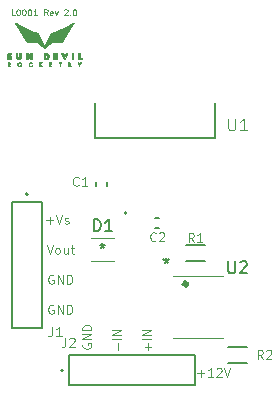
<source format=gbr>
%TF.GenerationSoftware,KiCad,Pcbnew,5.1.10*%
%TF.CreationDate,2021-09-22T17:39:45-07:00*%
%TF.ProjectId,Instrumentation-Amplifier,496e7374-7275-46d6-956e-746174696f6e,2.0*%
%TF.SameCoordinates,Original*%
%TF.FileFunction,Legend,Top*%
%TF.FilePolarity,Positive*%
%FSLAX46Y46*%
G04 Gerber Fmt 4.6, Leading zero omitted, Abs format (unit mm)*
G04 Created by KiCad (PCBNEW 5.1.10) date 2021-09-22 17:39:45*
%MOMM*%
%LPD*%
G01*
G04 APERTURE LIST*
%ADD10C,0.076200*%
%ADD11C,0.101600*%
%ADD12C,0.010000*%
%ADD13C,0.127000*%
%ADD14C,0.120000*%
%ADD15C,0.200000*%
%ADD16C,0.400000*%
%ADD17C,0.150000*%
G04 APERTURE END LIST*
D10*
X105609571Y-102058409D02*
X105367666Y-102058409D01*
X105367666Y-101550409D01*
X105875666Y-101550409D02*
X105924047Y-101550409D01*
X105972428Y-101574600D01*
X105996619Y-101598790D01*
X106020809Y-101647171D01*
X106045000Y-101743933D01*
X106045000Y-101864885D01*
X106020809Y-101961647D01*
X105996619Y-102010028D01*
X105972428Y-102034219D01*
X105924047Y-102058409D01*
X105875666Y-102058409D01*
X105827285Y-102034219D01*
X105803095Y-102010028D01*
X105778904Y-101961647D01*
X105754714Y-101864885D01*
X105754714Y-101743933D01*
X105778904Y-101647171D01*
X105803095Y-101598790D01*
X105827285Y-101574600D01*
X105875666Y-101550409D01*
X106359476Y-101550409D02*
X106407857Y-101550409D01*
X106456238Y-101574600D01*
X106480428Y-101598790D01*
X106504619Y-101647171D01*
X106528809Y-101743933D01*
X106528809Y-101864885D01*
X106504619Y-101961647D01*
X106480428Y-102010028D01*
X106456238Y-102034219D01*
X106407857Y-102058409D01*
X106359476Y-102058409D01*
X106311095Y-102034219D01*
X106286904Y-102010028D01*
X106262714Y-101961647D01*
X106238523Y-101864885D01*
X106238523Y-101743933D01*
X106262714Y-101647171D01*
X106286904Y-101598790D01*
X106311095Y-101574600D01*
X106359476Y-101550409D01*
X106843285Y-101550409D02*
X106891666Y-101550409D01*
X106940047Y-101574600D01*
X106964238Y-101598790D01*
X106988428Y-101647171D01*
X107012619Y-101743933D01*
X107012619Y-101864885D01*
X106988428Y-101961647D01*
X106964238Y-102010028D01*
X106940047Y-102034219D01*
X106891666Y-102058409D01*
X106843285Y-102058409D01*
X106794904Y-102034219D01*
X106770714Y-102010028D01*
X106746523Y-101961647D01*
X106722333Y-101864885D01*
X106722333Y-101743933D01*
X106746523Y-101647171D01*
X106770714Y-101598790D01*
X106794904Y-101574600D01*
X106843285Y-101550409D01*
X107496428Y-102058409D02*
X107206142Y-102058409D01*
X107351285Y-102058409D02*
X107351285Y-101550409D01*
X107302904Y-101622980D01*
X107254523Y-101671361D01*
X107206142Y-101695552D01*
X108391476Y-102058409D02*
X108222142Y-101816504D01*
X108101190Y-102058409D02*
X108101190Y-101550409D01*
X108294714Y-101550409D01*
X108343095Y-101574600D01*
X108367285Y-101598790D01*
X108391476Y-101647171D01*
X108391476Y-101719742D01*
X108367285Y-101768123D01*
X108343095Y-101792314D01*
X108294714Y-101816504D01*
X108101190Y-101816504D01*
X108802714Y-102034219D02*
X108754333Y-102058409D01*
X108657571Y-102058409D01*
X108609190Y-102034219D01*
X108585000Y-101985838D01*
X108585000Y-101792314D01*
X108609190Y-101743933D01*
X108657571Y-101719742D01*
X108754333Y-101719742D01*
X108802714Y-101743933D01*
X108826904Y-101792314D01*
X108826904Y-101840695D01*
X108585000Y-101889076D01*
X108996238Y-101719742D02*
X109117190Y-102058409D01*
X109238142Y-101719742D01*
X109794523Y-101598790D02*
X109818714Y-101574600D01*
X109867095Y-101550409D01*
X109988047Y-101550409D01*
X110036428Y-101574600D01*
X110060619Y-101598790D01*
X110084809Y-101647171D01*
X110084809Y-101695552D01*
X110060619Y-101768123D01*
X109770333Y-102058409D01*
X110084809Y-102058409D01*
X110302523Y-102010028D02*
X110326714Y-102034219D01*
X110302523Y-102058409D01*
X110278333Y-102034219D01*
X110302523Y-102010028D01*
X110302523Y-102058409D01*
X110641190Y-101550409D02*
X110689571Y-101550409D01*
X110737952Y-101574600D01*
X110762142Y-101598790D01*
X110786333Y-101647171D01*
X110810523Y-101743933D01*
X110810523Y-101864885D01*
X110786333Y-101961647D01*
X110762142Y-102010028D01*
X110737952Y-102034219D01*
X110689571Y-102058409D01*
X110641190Y-102058409D01*
X110592809Y-102034219D01*
X110568619Y-102010028D01*
X110544428Y-101961647D01*
X110520238Y-101864885D01*
X110520238Y-101743933D01*
X110544428Y-101647171D01*
X110568619Y-101598790D01*
X110592809Y-101574600D01*
X110641190Y-101550409D01*
D11*
X121085428Y-132388428D02*
X121666000Y-132388428D01*
X121375714Y-132678714D02*
X121375714Y-132098142D01*
X122428000Y-132678714D02*
X121992571Y-132678714D01*
X122210285Y-132678714D02*
X122210285Y-131916714D01*
X122137714Y-132025571D01*
X122065142Y-132098142D01*
X121992571Y-132134428D01*
X122718285Y-131989285D02*
X122754571Y-131953000D01*
X122827142Y-131916714D01*
X123008571Y-131916714D01*
X123081142Y-131953000D01*
X123117428Y-131989285D01*
X123153714Y-132061857D01*
X123153714Y-132134428D01*
X123117428Y-132243285D01*
X122682000Y-132678714D01*
X123153714Y-132678714D01*
X123371428Y-131916714D02*
X123625428Y-132678714D01*
X123879428Y-131916714D01*
X116894428Y-130410857D02*
X116894428Y-129830285D01*
X117184714Y-130120571D02*
X116604142Y-130120571D01*
X117184714Y-129467428D02*
X116422714Y-129467428D01*
X117184714Y-129104571D02*
X116422714Y-129104571D01*
X117184714Y-128669142D01*
X116422714Y-128669142D01*
X114354428Y-130410857D02*
X114354428Y-129830285D01*
X114644714Y-129467428D02*
X113882714Y-129467428D01*
X114644714Y-129104571D02*
X113882714Y-129104571D01*
X114644714Y-128669142D01*
X113882714Y-128669142D01*
X111379000Y-129866571D02*
X111342714Y-129939142D01*
X111342714Y-130048000D01*
X111379000Y-130156857D01*
X111451571Y-130229428D01*
X111524142Y-130265714D01*
X111669285Y-130302000D01*
X111778142Y-130302000D01*
X111923285Y-130265714D01*
X111995857Y-130229428D01*
X112068428Y-130156857D01*
X112104714Y-130048000D01*
X112104714Y-129975428D01*
X112068428Y-129866571D01*
X112032142Y-129830285D01*
X111778142Y-129830285D01*
X111778142Y-129975428D01*
X112104714Y-129503714D02*
X111342714Y-129503714D01*
X112104714Y-129068285D01*
X111342714Y-129068285D01*
X112104714Y-128705428D02*
X111342714Y-128705428D01*
X111342714Y-128524000D01*
X111379000Y-128415142D01*
X111451571Y-128342571D01*
X111524142Y-128306285D01*
X111669285Y-128270000D01*
X111778142Y-128270000D01*
X111923285Y-128306285D01*
X111995857Y-128342571D01*
X112068428Y-128415142D01*
X112104714Y-128524000D01*
X112104714Y-128705428D01*
X108893428Y-126619000D02*
X108820857Y-126582714D01*
X108712000Y-126582714D01*
X108603142Y-126619000D01*
X108530571Y-126691571D01*
X108494285Y-126764142D01*
X108458000Y-126909285D01*
X108458000Y-127018142D01*
X108494285Y-127163285D01*
X108530571Y-127235857D01*
X108603142Y-127308428D01*
X108712000Y-127344714D01*
X108784571Y-127344714D01*
X108893428Y-127308428D01*
X108929714Y-127272142D01*
X108929714Y-127018142D01*
X108784571Y-127018142D01*
X109256285Y-127344714D02*
X109256285Y-126582714D01*
X109691714Y-127344714D01*
X109691714Y-126582714D01*
X110054571Y-127344714D02*
X110054571Y-126582714D01*
X110236000Y-126582714D01*
X110344857Y-126619000D01*
X110417428Y-126691571D01*
X110453714Y-126764142D01*
X110490000Y-126909285D01*
X110490000Y-127018142D01*
X110453714Y-127163285D01*
X110417428Y-127235857D01*
X110344857Y-127308428D01*
X110236000Y-127344714D01*
X110054571Y-127344714D01*
X108893428Y-124079000D02*
X108820857Y-124042714D01*
X108712000Y-124042714D01*
X108603142Y-124079000D01*
X108530571Y-124151571D01*
X108494285Y-124224142D01*
X108458000Y-124369285D01*
X108458000Y-124478142D01*
X108494285Y-124623285D01*
X108530571Y-124695857D01*
X108603142Y-124768428D01*
X108712000Y-124804714D01*
X108784571Y-124804714D01*
X108893428Y-124768428D01*
X108929714Y-124732142D01*
X108929714Y-124478142D01*
X108784571Y-124478142D01*
X109256285Y-124804714D02*
X109256285Y-124042714D01*
X109691714Y-124804714D01*
X109691714Y-124042714D01*
X110054571Y-124804714D02*
X110054571Y-124042714D01*
X110236000Y-124042714D01*
X110344857Y-124079000D01*
X110417428Y-124151571D01*
X110453714Y-124224142D01*
X110490000Y-124369285D01*
X110490000Y-124478142D01*
X110453714Y-124623285D01*
X110417428Y-124695857D01*
X110344857Y-124768428D01*
X110236000Y-124804714D01*
X110054571Y-124804714D01*
X108312857Y-121502714D02*
X108566857Y-122264714D01*
X108820857Y-121502714D01*
X109183714Y-122264714D02*
X109111142Y-122228428D01*
X109074857Y-122192142D01*
X109038571Y-122119571D01*
X109038571Y-121901857D01*
X109074857Y-121829285D01*
X109111142Y-121793000D01*
X109183714Y-121756714D01*
X109292571Y-121756714D01*
X109365142Y-121793000D01*
X109401428Y-121829285D01*
X109437714Y-121901857D01*
X109437714Y-122119571D01*
X109401428Y-122192142D01*
X109365142Y-122228428D01*
X109292571Y-122264714D01*
X109183714Y-122264714D01*
X110090857Y-121756714D02*
X110090857Y-122264714D01*
X109764285Y-121756714D02*
X109764285Y-122155857D01*
X109800571Y-122228428D01*
X109873142Y-122264714D01*
X109982000Y-122264714D01*
X110054571Y-122228428D01*
X110090857Y-122192142D01*
X110344857Y-121756714D02*
X110635142Y-121756714D01*
X110453714Y-121502714D02*
X110453714Y-122155857D01*
X110490000Y-122228428D01*
X110562571Y-122264714D01*
X110635142Y-122264714D01*
X108294714Y-119434428D02*
X108875285Y-119434428D01*
X108585000Y-119724714D02*
X108585000Y-119144142D01*
X109129285Y-118962714D02*
X109383285Y-119724714D01*
X109637285Y-118962714D01*
X109855000Y-119688428D02*
X109927571Y-119724714D01*
X110072714Y-119724714D01*
X110145285Y-119688428D01*
X110181571Y-119615857D01*
X110181571Y-119579571D01*
X110145285Y-119507000D01*
X110072714Y-119470714D01*
X109963857Y-119470714D01*
X109891285Y-119434428D01*
X109855000Y-119361857D01*
X109855000Y-119325571D01*
X109891285Y-119253000D01*
X109963857Y-119216714D01*
X110072714Y-119216714D01*
X110145285Y-119253000D01*
D12*
%TO.C,G\u002A\u002A\u002A*%
G36*
X106017098Y-106052337D02*
G01*
X106034662Y-106054357D01*
X106049975Y-106058240D01*
X106058905Y-106061476D01*
X106085221Y-106075641D01*
X106110387Y-106096154D01*
X106132238Y-106120958D01*
X106147584Y-106145854D01*
X106153858Y-106159180D01*
X106157876Y-106170136D01*
X106160129Y-106181330D01*
X106161109Y-106195372D01*
X106161311Y-106214871D01*
X106161304Y-106218492D01*
X106161035Y-106239399D01*
X106160048Y-106254411D01*
X106157886Y-106266096D01*
X106154093Y-106277023D01*
X106148864Y-106288417D01*
X106131417Y-106316162D01*
X106108047Y-106341429D01*
X106081190Y-106361785D01*
X106068284Y-106368856D01*
X106054143Y-106375011D01*
X106040999Y-106378874D01*
X106025821Y-106381066D01*
X106005578Y-106382209D01*
X106002667Y-106382305D01*
X105975218Y-106382175D01*
X105953813Y-106379975D01*
X105944611Y-106377759D01*
X105910861Y-106362358D01*
X105880203Y-106339119D01*
X105869930Y-106328851D01*
X105848520Y-106300245D01*
X105834454Y-106268950D01*
X105827502Y-106236059D01*
X105827447Y-106209673D01*
X105868023Y-106209673D01*
X105870046Y-106241790D01*
X105879603Y-106271577D01*
X105896275Y-106298048D01*
X105919647Y-106320220D01*
X105940247Y-106332896D01*
X105954384Y-106339655D01*
X105965648Y-106343491D01*
X105977360Y-106345043D01*
X105992841Y-106344952D01*
X106000940Y-106344593D01*
X106021056Y-106342999D01*
X106035840Y-106340042D01*
X106048407Y-106334973D01*
X106054211Y-106331778D01*
X106077552Y-106314282D01*
X106098201Y-106291686D01*
X106113391Y-106267049D01*
X106114032Y-106265651D01*
X106121517Y-106239888D01*
X106123042Y-106211211D01*
X106118688Y-106182639D01*
X106111177Y-106162182D01*
X106093291Y-106134541D01*
X106070211Y-106112865D01*
X106043112Y-106097684D01*
X106013167Y-106089524D01*
X105981553Y-106088913D01*
X105958251Y-106093491D01*
X105935798Y-106103582D01*
X105913856Y-106119677D01*
X105894547Y-106139690D01*
X105879993Y-106161541D01*
X105873949Y-106176211D01*
X105868023Y-106209673D01*
X105827447Y-106209673D01*
X105827432Y-106202669D01*
X105834016Y-106169872D01*
X105847022Y-106138764D01*
X105866221Y-106110440D01*
X105891381Y-106085993D01*
X105922274Y-106066518D01*
X105925448Y-106064990D01*
X105940030Y-106058534D01*
X105952159Y-106054567D01*
X105964852Y-106052505D01*
X105981131Y-106051765D01*
X105994200Y-106051714D01*
X106017098Y-106052337D01*
G37*
X106017098Y-106052337D02*
X106034662Y-106054357D01*
X106049975Y-106058240D01*
X106058905Y-106061476D01*
X106085221Y-106075641D01*
X106110387Y-106096154D01*
X106132238Y-106120958D01*
X106147584Y-106145854D01*
X106153858Y-106159180D01*
X106157876Y-106170136D01*
X106160129Y-106181330D01*
X106161109Y-106195372D01*
X106161311Y-106214871D01*
X106161304Y-106218492D01*
X106161035Y-106239399D01*
X106160048Y-106254411D01*
X106157886Y-106266096D01*
X106154093Y-106277023D01*
X106148864Y-106288417D01*
X106131417Y-106316162D01*
X106108047Y-106341429D01*
X106081190Y-106361785D01*
X106068284Y-106368856D01*
X106054143Y-106375011D01*
X106040999Y-106378874D01*
X106025821Y-106381066D01*
X106005578Y-106382209D01*
X106002667Y-106382305D01*
X105975218Y-106382175D01*
X105953813Y-106379975D01*
X105944611Y-106377759D01*
X105910861Y-106362358D01*
X105880203Y-106339119D01*
X105869930Y-106328851D01*
X105848520Y-106300245D01*
X105834454Y-106268950D01*
X105827502Y-106236059D01*
X105827447Y-106209673D01*
X105868023Y-106209673D01*
X105870046Y-106241790D01*
X105879603Y-106271577D01*
X105896275Y-106298048D01*
X105919647Y-106320220D01*
X105940247Y-106332896D01*
X105954384Y-106339655D01*
X105965648Y-106343491D01*
X105977360Y-106345043D01*
X105992841Y-106344952D01*
X106000940Y-106344593D01*
X106021056Y-106342999D01*
X106035840Y-106340042D01*
X106048407Y-106334973D01*
X106054211Y-106331778D01*
X106077552Y-106314282D01*
X106098201Y-106291686D01*
X106113391Y-106267049D01*
X106114032Y-106265651D01*
X106121517Y-106239888D01*
X106123042Y-106211211D01*
X106118688Y-106182639D01*
X106111177Y-106162182D01*
X106093291Y-106134541D01*
X106070211Y-106112865D01*
X106043112Y-106097684D01*
X106013167Y-106089524D01*
X105981553Y-106088913D01*
X105958251Y-106093491D01*
X105935798Y-106103582D01*
X105913856Y-106119677D01*
X105894547Y-106139690D01*
X105879993Y-106161541D01*
X105873949Y-106176211D01*
X105868023Y-106209673D01*
X105827447Y-106209673D01*
X105827432Y-106202669D01*
X105834016Y-106169872D01*
X105847022Y-106138764D01*
X105866221Y-106110440D01*
X105891381Y-106085993D01*
X105922274Y-106066518D01*
X105925448Y-106064990D01*
X105940030Y-106058534D01*
X105952159Y-106054567D01*
X105964852Y-106052505D01*
X105981131Y-106051765D01*
X105994200Y-106051714D01*
X106017098Y-106052337D01*
G36*
X106973167Y-106051963D02*
G01*
X106987470Y-106053393D01*
X106999601Y-106056502D01*
X107012705Y-106061953D01*
X107020225Y-106065576D01*
X107048300Y-106079397D01*
X107048300Y-106104532D01*
X107047730Y-106120012D01*
X107045625Y-106127706D01*
X107041398Y-106128240D01*
X107034460Y-106122242D01*
X107033081Y-106120742D01*
X107018392Y-106108976D01*
X106998245Y-106098785D01*
X106975643Y-106091450D01*
X106957366Y-106088464D01*
X106927370Y-106090222D01*
X106898741Y-106099639D01*
X106872765Y-106115907D01*
X106850730Y-106138218D01*
X106833920Y-106165765D01*
X106833789Y-106166049D01*
X106828055Y-106180015D01*
X106825059Y-106192418D01*
X106824221Y-106206824D01*
X106824708Y-106222016D01*
X106827570Y-106248106D01*
X106834012Y-106269310D01*
X106845308Y-106288888D01*
X106856310Y-106302818D01*
X106877908Y-106323470D01*
X106901772Y-106336759D01*
X106929795Y-106343622D01*
X106940839Y-106344674D01*
X106969287Y-106344274D01*
X106993798Y-106338438D01*
X107017343Y-106326256D01*
X107029725Y-106317468D01*
X107048711Y-106302976D01*
X107047447Y-106329445D01*
X107046184Y-106355914D01*
X107021430Y-106368554D01*
X107007706Y-106374958D01*
X106995199Y-106378932D01*
X106980840Y-106381146D01*
X106961564Y-106382267D01*
X106957930Y-106382386D01*
X106933462Y-106382270D01*
X106913385Y-106380448D01*
X106902250Y-106377969D01*
X106866352Y-106361954D01*
X106835880Y-106339644D01*
X106811286Y-106311432D01*
X106796816Y-106286312D01*
X106790313Y-106271503D01*
X106786404Y-106258884D01*
X106784448Y-106245227D01*
X106783804Y-106227304D01*
X106783770Y-106220683D01*
X106786887Y-106182456D01*
X106796647Y-106149094D01*
X106813488Y-106119698D01*
X106837851Y-106093371D01*
X106851551Y-106082159D01*
X106874293Y-106067372D01*
X106897550Y-106057847D01*
X106923834Y-106052830D01*
X106953550Y-106051552D01*
X106973167Y-106051963D01*
G37*
X106973167Y-106051963D02*
X106987470Y-106053393D01*
X106999601Y-106056502D01*
X107012705Y-106061953D01*
X107020225Y-106065576D01*
X107048300Y-106079397D01*
X107048300Y-106104532D01*
X107047730Y-106120012D01*
X107045625Y-106127706D01*
X107041398Y-106128240D01*
X107034460Y-106122242D01*
X107033081Y-106120742D01*
X107018392Y-106108976D01*
X106998245Y-106098785D01*
X106975643Y-106091450D01*
X106957366Y-106088464D01*
X106927370Y-106090222D01*
X106898741Y-106099639D01*
X106872765Y-106115907D01*
X106850730Y-106138218D01*
X106833920Y-106165765D01*
X106833789Y-106166049D01*
X106828055Y-106180015D01*
X106825059Y-106192418D01*
X106824221Y-106206824D01*
X106824708Y-106222016D01*
X106827570Y-106248106D01*
X106834012Y-106269310D01*
X106845308Y-106288888D01*
X106856310Y-106302818D01*
X106877908Y-106323470D01*
X106901772Y-106336759D01*
X106929795Y-106343622D01*
X106940839Y-106344674D01*
X106969287Y-106344274D01*
X106993798Y-106338438D01*
X107017343Y-106326256D01*
X107029725Y-106317468D01*
X107048711Y-106302976D01*
X107047447Y-106329445D01*
X107046184Y-106355914D01*
X107021430Y-106368554D01*
X107007706Y-106374958D01*
X106995199Y-106378932D01*
X106980840Y-106381146D01*
X106961564Y-106382267D01*
X106957930Y-106382386D01*
X106933462Y-106382270D01*
X106913385Y-106380448D01*
X106902250Y-106377969D01*
X106866352Y-106361954D01*
X106835880Y-106339644D01*
X106811286Y-106311432D01*
X106796816Y-106286312D01*
X106790313Y-106271503D01*
X106786404Y-106258884D01*
X106784448Y-106245227D01*
X106783804Y-106227304D01*
X106783770Y-106220683D01*
X106786887Y-106182456D01*
X106796647Y-106149094D01*
X106813488Y-106119698D01*
X106837851Y-106093371D01*
X106851551Y-106082159D01*
X106874293Y-106067372D01*
X106897550Y-106057847D01*
X106923834Y-106052830D01*
X106953550Y-106051552D01*
X106973167Y-106051963D01*
G36*
X105102699Y-106059351D02*
G01*
X105131260Y-106064537D01*
X105153268Y-106073605D01*
X105169370Y-106086901D01*
X105180211Y-106104775D01*
X105185266Y-106121329D01*
X105187776Y-106149443D01*
X105183460Y-106175614D01*
X105172990Y-106198585D01*
X105157037Y-106217098D01*
X105136275Y-106229895D01*
X105125309Y-106233512D01*
X105116919Y-106236217D01*
X105113667Y-106238399D01*
X105116009Y-106242305D01*
X105122525Y-106251978D01*
X105132445Y-106266308D01*
X105145004Y-106284187D01*
X105159431Y-106304506D01*
X105159510Y-106304615D01*
X105174193Y-106325238D01*
X105187265Y-106343694D01*
X105197892Y-106358795D01*
X105205239Y-106369355D01*
X105208443Y-106374142D01*
X105208080Y-106377227D01*
X105201683Y-106378896D01*
X105188098Y-106379431D01*
X105186786Y-106379433D01*
X105162039Y-106379433D01*
X105113922Y-106309583D01*
X105099102Y-106288318D01*
X105085774Y-106269661D01*
X105074714Y-106254664D01*
X105066702Y-106244379D01*
X105062515Y-106239855D01*
X105062219Y-106239733D01*
X105061026Y-106243734D01*
X105060001Y-106254805D01*
X105059216Y-106271553D01*
X105058742Y-106292581D01*
X105058634Y-106309583D01*
X105058634Y-106379433D01*
X105020534Y-106379433D01*
X105020534Y-106201633D01*
X105058634Y-106201633D01*
X105079714Y-106201633D01*
X105096532Y-106200139D01*
X105113271Y-106196398D01*
X105117977Y-106194758D01*
X105133760Y-106184567D01*
X105143684Y-106170193D01*
X105147906Y-106153410D01*
X105146585Y-106135990D01*
X105139879Y-106119709D01*
X105127944Y-106106339D01*
X105110939Y-106097655D01*
X105109301Y-106097199D01*
X105093526Y-106093956D01*
X105077885Y-106092063D01*
X105074509Y-106091907D01*
X105058634Y-106091567D01*
X105058634Y-106201633D01*
X105020534Y-106201633D01*
X105020534Y-106057700D01*
X105066941Y-106057700D01*
X105102699Y-106059351D01*
G37*
X105102699Y-106059351D02*
X105131260Y-106064537D01*
X105153268Y-106073605D01*
X105169370Y-106086901D01*
X105180211Y-106104775D01*
X105185266Y-106121329D01*
X105187776Y-106149443D01*
X105183460Y-106175614D01*
X105172990Y-106198585D01*
X105157037Y-106217098D01*
X105136275Y-106229895D01*
X105125309Y-106233512D01*
X105116919Y-106236217D01*
X105113667Y-106238399D01*
X105116009Y-106242305D01*
X105122525Y-106251978D01*
X105132445Y-106266308D01*
X105145004Y-106284187D01*
X105159431Y-106304506D01*
X105159510Y-106304615D01*
X105174193Y-106325238D01*
X105187265Y-106343694D01*
X105197892Y-106358795D01*
X105205239Y-106369355D01*
X105208443Y-106374142D01*
X105208080Y-106377227D01*
X105201683Y-106378896D01*
X105188098Y-106379431D01*
X105186786Y-106379433D01*
X105162039Y-106379433D01*
X105113922Y-106309583D01*
X105099102Y-106288318D01*
X105085774Y-106269661D01*
X105074714Y-106254664D01*
X105066702Y-106244379D01*
X105062515Y-106239855D01*
X105062219Y-106239733D01*
X105061026Y-106243734D01*
X105060001Y-106254805D01*
X105059216Y-106271553D01*
X105058742Y-106292581D01*
X105058634Y-106309583D01*
X105058634Y-106379433D01*
X105020534Y-106379433D01*
X105020534Y-106201633D01*
X105058634Y-106201633D01*
X105079714Y-106201633D01*
X105096532Y-106200139D01*
X105113271Y-106196398D01*
X105117977Y-106194758D01*
X105133760Y-106184567D01*
X105143684Y-106170193D01*
X105147906Y-106153410D01*
X105146585Y-106135990D01*
X105139879Y-106119709D01*
X105127944Y-106106339D01*
X105110939Y-106097655D01*
X105109301Y-106097199D01*
X105093526Y-106093956D01*
X105077885Y-106092063D01*
X105074509Y-106091907D01*
X105058634Y-106091567D01*
X105058634Y-106201633D01*
X105020534Y-106201633D01*
X105020534Y-106057700D01*
X105066941Y-106057700D01*
X105102699Y-106059351D01*
G36*
X107738333Y-106186714D02*
G01*
X107867549Y-106057700D01*
X107922395Y-106057700D01*
X107847672Y-106132842D01*
X107772949Y-106207983D01*
X107848649Y-106290533D01*
X107868840Y-106312661D01*
X107887011Y-106332787D01*
X107902411Y-106350062D01*
X107914289Y-106363637D01*
X107921893Y-106372662D01*
X107924475Y-106376258D01*
X107920690Y-106377895D01*
X107910693Y-106379021D01*
X107898142Y-106379379D01*
X107871683Y-106379325D01*
X107808183Y-106307510D01*
X107789810Y-106286878D01*
X107773243Y-106268555D01*
X107759315Y-106253440D01*
X107748862Y-106242434D01*
X107742718Y-106236437D01*
X107741508Y-106235597D01*
X107740467Y-106239568D01*
X107739569Y-106250633D01*
X107738875Y-106267421D01*
X107738445Y-106288558D01*
X107738333Y-106307467D01*
X107738333Y-106379433D01*
X107696000Y-106379433D01*
X107696000Y-106057700D01*
X107738333Y-106057700D01*
X107738333Y-106186714D01*
G37*
X107738333Y-106186714D02*
X107867549Y-106057700D01*
X107922395Y-106057700D01*
X107847672Y-106132842D01*
X107772949Y-106207983D01*
X107848649Y-106290533D01*
X107868840Y-106312661D01*
X107887011Y-106332787D01*
X107902411Y-106350062D01*
X107914289Y-106363637D01*
X107921893Y-106372662D01*
X107924475Y-106376258D01*
X107920690Y-106377895D01*
X107910693Y-106379021D01*
X107898142Y-106379379D01*
X107871683Y-106379325D01*
X107808183Y-106307510D01*
X107789810Y-106286878D01*
X107773243Y-106268555D01*
X107759315Y-106253440D01*
X107748862Y-106242434D01*
X107742718Y-106236437D01*
X107741508Y-106235597D01*
X107740467Y-106239568D01*
X107739569Y-106250633D01*
X107738875Y-106267421D01*
X107738445Y-106288558D01*
X107738333Y-106307467D01*
X107738333Y-106379433D01*
X107696000Y-106379433D01*
X107696000Y-106057700D01*
X107738333Y-106057700D01*
X107738333Y-106186714D01*
G36*
X108716234Y-106091567D02*
G01*
X108589234Y-106091567D01*
X108589234Y-106184700D01*
X108712000Y-106184700D01*
X108712000Y-106222800D01*
X108589234Y-106222800D01*
X108589234Y-106341333D01*
X108716234Y-106341333D01*
X108716234Y-106379433D01*
X108546900Y-106379433D01*
X108546900Y-106057700D01*
X108716234Y-106057700D01*
X108716234Y-106091567D01*
G37*
X108716234Y-106091567D02*
X108589234Y-106091567D01*
X108589234Y-106184700D01*
X108712000Y-106184700D01*
X108712000Y-106222800D01*
X108589234Y-106222800D01*
X108589234Y-106341333D01*
X108716234Y-106341333D01*
X108716234Y-106379433D01*
X108546900Y-106379433D01*
X108546900Y-106057700D01*
X108716234Y-106057700D01*
X108716234Y-106091567D01*
G36*
X109533267Y-106091567D02*
G01*
X109457067Y-106091567D01*
X109457067Y-106379433D01*
X109414734Y-106379433D01*
X109414734Y-106091567D01*
X109338534Y-106091567D01*
X109338534Y-106057700D01*
X109533267Y-106057700D01*
X109533267Y-106091567D01*
G37*
X109533267Y-106091567D02*
X109457067Y-106091567D01*
X109457067Y-106379433D01*
X109414734Y-106379433D01*
X109414734Y-106091567D01*
X109338534Y-106091567D01*
X109338534Y-106057700D01*
X109533267Y-106057700D01*
X109533267Y-106091567D01*
G36*
X110211780Y-106058323D02*
G01*
X110234741Y-106059175D01*
X110251317Y-106060422D01*
X110263591Y-106062411D01*
X110273643Y-106065491D01*
X110283557Y-106070012D01*
X110284518Y-106070504D01*
X110304228Y-106084599D01*
X110317239Y-106103382D01*
X110323824Y-106127353D01*
X110324807Y-106144091D01*
X110321452Y-106173307D01*
X110311566Y-106197159D01*
X110295078Y-106215759D01*
X110271916Y-106229220D01*
X110268867Y-106230426D01*
X110249759Y-106237679D01*
X110297894Y-106305381D01*
X110312710Y-106326383D01*
X110325679Y-106345080D01*
X110336051Y-106360366D01*
X110343078Y-106371133D01*
X110346007Y-106376274D01*
X110346048Y-106376469D01*
X110342236Y-106378097D01*
X110332355Y-106378802D01*
X110322133Y-106378586D01*
X110298199Y-106377317D01*
X110251224Y-106308683D01*
X110236637Y-106287587D01*
X110223570Y-106269101D01*
X110212800Y-106254291D01*
X110205104Y-106244223D01*
X110201259Y-106239963D01*
X110201075Y-106239891D01*
X110200019Y-106243837D01*
X110199111Y-106254859D01*
X110198416Y-106271564D01*
X110197996Y-106292563D01*
X110197900Y-106309583D01*
X110197900Y-106379433D01*
X110159800Y-106379433D01*
X110159800Y-106201633D01*
X110197900Y-106201633D01*
X110220125Y-106201627D01*
X110237530Y-106200010D01*
X110253372Y-106195862D01*
X110257167Y-106194218D01*
X110272709Y-106182034D01*
X110282465Y-106165036D01*
X110285243Y-106145522D01*
X110284783Y-106141010D01*
X110280211Y-106122896D01*
X110271920Y-106109956D01*
X110258633Y-106101198D01*
X110239077Y-106095628D01*
X110223649Y-106093386D01*
X110197900Y-106090473D01*
X110197900Y-106201633D01*
X110159800Y-106201633D01*
X110159800Y-106056829D01*
X110211780Y-106058323D01*
G37*
X110211780Y-106058323D02*
X110234741Y-106059175D01*
X110251317Y-106060422D01*
X110263591Y-106062411D01*
X110273643Y-106065491D01*
X110283557Y-106070012D01*
X110284518Y-106070504D01*
X110304228Y-106084599D01*
X110317239Y-106103382D01*
X110323824Y-106127353D01*
X110324807Y-106144091D01*
X110321452Y-106173307D01*
X110311566Y-106197159D01*
X110295078Y-106215759D01*
X110271916Y-106229220D01*
X110268867Y-106230426D01*
X110249759Y-106237679D01*
X110297894Y-106305381D01*
X110312710Y-106326383D01*
X110325679Y-106345080D01*
X110336051Y-106360366D01*
X110343078Y-106371133D01*
X110346007Y-106376274D01*
X110346048Y-106376469D01*
X110342236Y-106378097D01*
X110332355Y-106378802D01*
X110322133Y-106378586D01*
X110298199Y-106377317D01*
X110251224Y-106308683D01*
X110236637Y-106287587D01*
X110223570Y-106269101D01*
X110212800Y-106254291D01*
X110205104Y-106244223D01*
X110201259Y-106239963D01*
X110201075Y-106239891D01*
X110200019Y-106243837D01*
X110199111Y-106254859D01*
X110198416Y-106271564D01*
X110197996Y-106292563D01*
X110197900Y-106309583D01*
X110197900Y-106379433D01*
X110159800Y-106379433D01*
X110159800Y-106201633D01*
X110197900Y-106201633D01*
X110220125Y-106201627D01*
X110237530Y-106200010D01*
X110253372Y-106195862D01*
X110257167Y-106194218D01*
X110272709Y-106182034D01*
X110282465Y-106165036D01*
X110285243Y-106145522D01*
X110284783Y-106141010D01*
X110280211Y-106122896D01*
X110271920Y-106109956D01*
X110258633Y-106101198D01*
X110239077Y-106095628D01*
X110223649Y-106093386D01*
X110197900Y-106090473D01*
X110197900Y-106201633D01*
X110159800Y-106201633D01*
X110159800Y-106056829D01*
X110211780Y-106058323D01*
G36*
X110979693Y-106057976D02*
G01*
X110985040Y-106059504D01*
X110990239Y-106063431D01*
X110996108Y-106070660D01*
X111003461Y-106082097D01*
X111013116Y-106098643D01*
X111025889Y-106121203D01*
X111032498Y-106132899D01*
X111045318Y-106155340D01*
X111054757Y-106171205D01*
X111061463Y-106181365D01*
X111066083Y-106186690D01*
X111069265Y-106188052D01*
X111071657Y-106186321D01*
X111071930Y-106185935D01*
X111075717Y-106179746D01*
X111082808Y-106167641D01*
X111092359Y-106151081D01*
X111103524Y-106131529D01*
X111110213Y-106119733D01*
X111121821Y-106099639D01*
X111132316Y-106082261D01*
X111140873Y-106068905D01*
X111146670Y-106060874D01*
X111148483Y-106059154D01*
X111155574Y-106058236D01*
X111167462Y-106058219D01*
X111173030Y-106058505D01*
X111192467Y-106059817D01*
X111139795Y-106150833D01*
X111087123Y-106241850D01*
X111087011Y-106310642D01*
X111086900Y-106379433D01*
X111048800Y-106379433D01*
X111048800Y-106243772D01*
X110996113Y-106151794D01*
X110943426Y-106059817D01*
X110965293Y-106058505D01*
X110973383Y-106057944D01*
X110979693Y-106057976D01*
G37*
X110979693Y-106057976D02*
X110985040Y-106059504D01*
X110990239Y-106063431D01*
X110996108Y-106070660D01*
X111003461Y-106082097D01*
X111013116Y-106098643D01*
X111025889Y-106121203D01*
X111032498Y-106132899D01*
X111045318Y-106155340D01*
X111054757Y-106171205D01*
X111061463Y-106181365D01*
X111066083Y-106186690D01*
X111069265Y-106188052D01*
X111071657Y-106186321D01*
X111071930Y-106185935D01*
X111075717Y-106179746D01*
X111082808Y-106167641D01*
X111092359Y-106151081D01*
X111103524Y-106131529D01*
X111110213Y-106119733D01*
X111121821Y-106099639D01*
X111132316Y-106082261D01*
X111140873Y-106068905D01*
X111146670Y-106060874D01*
X111148483Y-106059154D01*
X111155574Y-106058236D01*
X111167462Y-106058219D01*
X111173030Y-106058505D01*
X111192467Y-106059817D01*
X111139795Y-106150833D01*
X111087123Y-106241850D01*
X111087011Y-106310642D01*
X111086900Y-106379433D01*
X111048800Y-106379433D01*
X111048800Y-106243772D01*
X110996113Y-106151794D01*
X110943426Y-106059817D01*
X110965293Y-106058505D01*
X110973383Y-106057944D01*
X110979693Y-106057976D01*
G36*
X105160953Y-105256527D02*
G01*
X105187449Y-105259213D01*
X105208917Y-105263625D01*
X105230596Y-105270052D01*
X105250743Y-105277226D01*
X105267830Y-105284477D01*
X105280332Y-105291134D01*
X105286723Y-105296527D01*
X105287234Y-105298020D01*
X105285351Y-105303638D01*
X105280204Y-105315128D01*
X105272539Y-105330906D01*
X105263107Y-105349390D01*
X105261380Y-105352689D01*
X105235526Y-105401912D01*
X105224338Y-105394473D01*
X105196243Y-105378912D01*
X105169346Y-105370055D01*
X105144554Y-105368004D01*
X105122777Y-105372861D01*
X105108552Y-105381442D01*
X105099749Y-105391419D01*
X105094403Y-105402312D01*
X105094342Y-105402563D01*
X105093785Y-105411189D01*
X105097641Y-105419288D01*
X105105814Y-105428394D01*
X105114714Y-105435811D01*
X105126532Y-105442586D01*
X105142984Y-105449537D01*
X105165785Y-105457483D01*
X105168707Y-105458438D01*
X105201441Y-105469779D01*
X105227372Y-105480496D01*
X105248048Y-105491384D01*
X105265014Y-105503236D01*
X105277014Y-105514002D01*
X105291662Y-105532001D01*
X105301396Y-105552826D01*
X105306773Y-105578155D01*
X105308350Y-105608662D01*
X105305261Y-105650105D01*
X105295992Y-105685840D01*
X105280351Y-105716143D01*
X105258150Y-105741290D01*
X105229198Y-105761554D01*
X105193306Y-105777212D01*
X105191679Y-105777761D01*
X105168946Y-105783342D01*
X105141176Y-105787154D01*
X105111659Y-105788961D01*
X105083682Y-105788528D01*
X105066548Y-105786729D01*
X105049000Y-105783173D01*
X105028845Y-105777966D01*
X105015748Y-105773960D01*
X105000643Y-105768217D01*
X104983469Y-105760620D01*
X104966221Y-105752188D01*
X104950892Y-105743941D01*
X104939475Y-105736897D01*
X104934030Y-105732186D01*
X104935317Y-105727815D01*
X104939749Y-105717620D01*
X104946500Y-105703252D01*
X104954742Y-105686364D01*
X104963650Y-105668608D01*
X104972396Y-105651637D01*
X104980154Y-105637103D01*
X104986098Y-105626659D01*
X104988927Y-105622434D01*
X104992670Y-105623951D01*
X105001233Y-105629259D01*
X105010594Y-105635686D01*
X105035950Y-105652206D01*
X105058315Y-105663099D01*
X105080010Y-105669326D01*
X105097114Y-105671504D01*
X105116474Y-105671957D01*
X105130955Y-105669755D01*
X105140692Y-105666066D01*
X105156048Y-105655217D01*
X105165364Y-105641149D01*
X105168117Y-105625669D01*
X105163787Y-105610586D01*
X105158698Y-105603644D01*
X105150819Y-105596161D01*
X105141445Y-105589737D01*
X105129024Y-105583643D01*
X105112001Y-105577155D01*
X105088823Y-105569544D01*
X105079809Y-105566740D01*
X105045480Y-105555141D01*
X105018393Y-105543488D01*
X104997355Y-105531020D01*
X104981173Y-105516972D01*
X104968651Y-105500584D01*
X104964266Y-105492951D01*
X104960140Y-105484037D01*
X104957446Y-105474520D01*
X104955894Y-105462334D01*
X104955199Y-105445417D01*
X104955065Y-105426933D01*
X104955344Y-105403809D01*
X104956395Y-105386735D01*
X104958536Y-105373307D01*
X104962088Y-105361121D01*
X104964744Y-105354113D01*
X104981432Y-105323718D01*
X105005245Y-105297635D01*
X105035805Y-105276254D01*
X105044987Y-105271425D01*
X105058859Y-105264706D01*
X105069740Y-105260207D01*
X105079948Y-105257489D01*
X105091801Y-105256112D01*
X105107615Y-105255635D01*
X105128264Y-105255616D01*
X105160953Y-105256527D01*
G37*
X105160953Y-105256527D02*
X105187449Y-105259213D01*
X105208917Y-105263625D01*
X105230596Y-105270052D01*
X105250743Y-105277226D01*
X105267830Y-105284477D01*
X105280332Y-105291134D01*
X105286723Y-105296527D01*
X105287234Y-105298020D01*
X105285351Y-105303638D01*
X105280204Y-105315128D01*
X105272539Y-105330906D01*
X105263107Y-105349390D01*
X105261380Y-105352689D01*
X105235526Y-105401912D01*
X105224338Y-105394473D01*
X105196243Y-105378912D01*
X105169346Y-105370055D01*
X105144554Y-105368004D01*
X105122777Y-105372861D01*
X105108552Y-105381442D01*
X105099749Y-105391419D01*
X105094403Y-105402312D01*
X105094342Y-105402563D01*
X105093785Y-105411189D01*
X105097641Y-105419288D01*
X105105814Y-105428394D01*
X105114714Y-105435811D01*
X105126532Y-105442586D01*
X105142984Y-105449537D01*
X105165785Y-105457483D01*
X105168707Y-105458438D01*
X105201441Y-105469779D01*
X105227372Y-105480496D01*
X105248048Y-105491384D01*
X105265014Y-105503236D01*
X105277014Y-105514002D01*
X105291662Y-105532001D01*
X105301396Y-105552826D01*
X105306773Y-105578155D01*
X105308350Y-105608662D01*
X105305261Y-105650105D01*
X105295992Y-105685840D01*
X105280351Y-105716143D01*
X105258150Y-105741290D01*
X105229198Y-105761554D01*
X105193306Y-105777212D01*
X105191679Y-105777761D01*
X105168946Y-105783342D01*
X105141176Y-105787154D01*
X105111659Y-105788961D01*
X105083682Y-105788528D01*
X105066548Y-105786729D01*
X105049000Y-105783173D01*
X105028845Y-105777966D01*
X105015748Y-105773960D01*
X105000643Y-105768217D01*
X104983469Y-105760620D01*
X104966221Y-105752188D01*
X104950892Y-105743941D01*
X104939475Y-105736897D01*
X104934030Y-105732186D01*
X104935317Y-105727815D01*
X104939749Y-105717620D01*
X104946500Y-105703252D01*
X104954742Y-105686364D01*
X104963650Y-105668608D01*
X104972396Y-105651637D01*
X104980154Y-105637103D01*
X104986098Y-105626659D01*
X104988927Y-105622434D01*
X104992670Y-105623951D01*
X105001233Y-105629259D01*
X105010594Y-105635686D01*
X105035950Y-105652206D01*
X105058315Y-105663099D01*
X105080010Y-105669326D01*
X105097114Y-105671504D01*
X105116474Y-105671957D01*
X105130955Y-105669755D01*
X105140692Y-105666066D01*
X105156048Y-105655217D01*
X105165364Y-105641149D01*
X105168117Y-105625669D01*
X105163787Y-105610586D01*
X105158698Y-105603644D01*
X105150819Y-105596161D01*
X105141445Y-105589737D01*
X105129024Y-105583643D01*
X105112001Y-105577155D01*
X105088823Y-105569544D01*
X105079809Y-105566740D01*
X105045480Y-105555141D01*
X105018393Y-105543488D01*
X104997355Y-105531020D01*
X104981173Y-105516972D01*
X104968651Y-105500584D01*
X104964266Y-105492951D01*
X104960140Y-105484037D01*
X104957446Y-105474520D01*
X104955894Y-105462334D01*
X104955199Y-105445417D01*
X104955065Y-105426933D01*
X104955344Y-105403809D01*
X104956395Y-105386735D01*
X104958536Y-105373307D01*
X104962088Y-105361121D01*
X104964744Y-105354113D01*
X104981432Y-105323718D01*
X105005245Y-105297635D01*
X105035805Y-105276254D01*
X105044987Y-105271425D01*
X105058859Y-105264706D01*
X105069740Y-105260207D01*
X105079948Y-105257489D01*
X105091801Y-105256112D01*
X105107615Y-105255635D01*
X105128264Y-105255616D01*
X105160953Y-105256527D01*
G36*
X105838404Y-105436583D02*
G01*
X105839683Y-105607099D01*
X105850371Y-105627855D01*
X105864469Y-105647561D01*
X105883263Y-105660575D01*
X105907254Y-105667171D01*
X105923958Y-105668164D01*
X105944538Y-105666601D01*
X105960806Y-105661489D01*
X105966285Y-105658639D01*
X105976382Y-105652287D01*
X105984846Y-105645257D01*
X105991819Y-105636779D01*
X105997444Y-105626086D01*
X106001865Y-105612411D01*
X106005222Y-105594985D01*
X106007659Y-105573041D01*
X106009318Y-105545810D01*
X106010342Y-105512526D01*
X106010874Y-105472420D01*
X106011054Y-105424725D01*
X106011060Y-105417408D01*
X106011134Y-105266067D01*
X106146600Y-105266067D01*
X106146565Y-105423758D01*
X106146426Y-105474698D01*
X106145996Y-105518000D01*
X106145218Y-105554487D01*
X106144038Y-105584987D01*
X106142399Y-105610322D01*
X106140246Y-105631319D01*
X106137523Y-105648801D01*
X106134173Y-105663595D01*
X106130143Y-105676524D01*
X106129328Y-105678749D01*
X106114804Y-105706180D01*
X106093262Y-105731269D01*
X106066063Y-105752905D01*
X106034567Y-105769977D01*
X106005299Y-105780104D01*
X105984619Y-105784063D01*
X105958657Y-105786972D01*
X105930554Y-105788663D01*
X105903449Y-105788964D01*
X105880482Y-105787708D01*
X105875667Y-105787117D01*
X105833014Y-105777779D01*
X105795688Y-105762781D01*
X105764154Y-105742432D01*
X105738878Y-105717037D01*
X105720328Y-105686902D01*
X105719203Y-105684419D01*
X105715195Y-105674350D01*
X105711852Y-105663300D01*
X105709116Y-105650440D01*
X105706930Y-105634942D01*
X105705236Y-105615975D01*
X105703977Y-105592713D01*
X105703094Y-105564324D01*
X105702531Y-105529981D01*
X105702230Y-105488855D01*
X105702132Y-105440116D01*
X105702132Y-105438575D01*
X105702100Y-105266067D01*
X105837124Y-105266067D01*
X105838404Y-105436583D01*
G37*
X105838404Y-105436583D02*
X105839683Y-105607099D01*
X105850371Y-105627855D01*
X105864469Y-105647561D01*
X105883263Y-105660575D01*
X105907254Y-105667171D01*
X105923958Y-105668164D01*
X105944538Y-105666601D01*
X105960806Y-105661489D01*
X105966285Y-105658639D01*
X105976382Y-105652287D01*
X105984846Y-105645257D01*
X105991819Y-105636779D01*
X105997444Y-105626086D01*
X106001865Y-105612411D01*
X106005222Y-105594985D01*
X106007659Y-105573041D01*
X106009318Y-105545810D01*
X106010342Y-105512526D01*
X106010874Y-105472420D01*
X106011054Y-105424725D01*
X106011060Y-105417408D01*
X106011134Y-105266067D01*
X106146600Y-105266067D01*
X106146565Y-105423758D01*
X106146426Y-105474698D01*
X106145996Y-105518000D01*
X106145218Y-105554487D01*
X106144038Y-105584987D01*
X106142399Y-105610322D01*
X106140246Y-105631319D01*
X106137523Y-105648801D01*
X106134173Y-105663595D01*
X106130143Y-105676524D01*
X106129328Y-105678749D01*
X106114804Y-105706180D01*
X106093262Y-105731269D01*
X106066063Y-105752905D01*
X106034567Y-105769977D01*
X106005299Y-105780104D01*
X105984619Y-105784063D01*
X105958657Y-105786972D01*
X105930554Y-105788663D01*
X105903449Y-105788964D01*
X105880482Y-105787708D01*
X105875667Y-105787117D01*
X105833014Y-105777779D01*
X105795688Y-105762781D01*
X105764154Y-105742432D01*
X105738878Y-105717037D01*
X105720328Y-105686902D01*
X105719203Y-105684419D01*
X105715195Y-105674350D01*
X105711852Y-105663300D01*
X105709116Y-105650440D01*
X105706930Y-105634942D01*
X105705236Y-105615975D01*
X105703977Y-105592713D01*
X105703094Y-105564324D01*
X105702531Y-105529981D01*
X105702230Y-105488855D01*
X105702132Y-105440116D01*
X105702132Y-105438575D01*
X105702100Y-105266067D01*
X105837124Y-105266067D01*
X105838404Y-105436583D01*
G36*
X106813546Y-105418192D02*
G01*
X106931884Y-105570318D01*
X106932995Y-105418192D01*
X106934106Y-105266067D01*
X107069467Y-105266067D01*
X107069467Y-105774067D01*
X106931156Y-105774067D01*
X106815103Y-105624388D01*
X106699050Y-105474710D01*
X106697938Y-105624388D01*
X106696827Y-105774067D01*
X106561467Y-105774067D01*
X106561467Y-105266067D01*
X106695209Y-105266067D01*
X106813546Y-105418192D01*
G37*
X106813546Y-105418192D02*
X106931884Y-105570318D01*
X106932995Y-105418192D01*
X106934106Y-105266067D01*
X107069467Y-105266067D01*
X107069467Y-105774067D01*
X106931156Y-105774067D01*
X106815103Y-105624388D01*
X106699050Y-105474710D01*
X106697938Y-105624388D01*
X106696827Y-105774067D01*
X106561467Y-105774067D01*
X106561467Y-105266067D01*
X106695209Y-105266067D01*
X106813546Y-105418192D01*
G36*
X108158492Y-105266140D02*
G01*
X108198765Y-105266353D01*
X108231867Y-105267059D01*
X108259090Y-105268447D01*
X108281725Y-105270706D01*
X108301062Y-105274026D01*
X108318392Y-105278596D01*
X108335006Y-105284606D01*
X108352196Y-105292246D01*
X108359107Y-105295597D01*
X108395729Y-105318128D01*
X108428318Y-105347096D01*
X108455757Y-105381134D01*
X108476924Y-105418880D01*
X108489630Y-105454671D01*
X108492767Y-105471608D01*
X108495026Y-105493496D01*
X108496068Y-105516838D01*
X108496100Y-105521403D01*
X108493683Y-105564115D01*
X108485952Y-105601448D01*
X108472193Y-105635132D01*
X108451688Y-105666900D01*
X108423721Y-105698482D01*
X108422213Y-105699990D01*
X108394285Y-105725294D01*
X108368855Y-105743097D01*
X108360634Y-105747539D01*
X108345166Y-105754921D01*
X108330896Y-105760801D01*
X108316597Y-105765349D01*
X108301040Y-105768732D01*
X108282997Y-105771118D01*
X108261242Y-105772676D01*
X108234545Y-105773574D01*
X108201679Y-105773981D01*
X108167127Y-105774067D01*
X108051600Y-105774067D01*
X108051600Y-105660828D01*
X108187067Y-105660828D01*
X108223002Y-105658942D01*
X108243310Y-105657337D01*
X108258908Y-105654397D01*
X108273543Y-105649165D01*
X108287372Y-105642536D01*
X108314713Y-105624493D01*
X108335112Y-105601747D01*
X108348670Y-105574124D01*
X108355487Y-105541450D01*
X108356400Y-105522183D01*
X108352852Y-105487059D01*
X108342444Y-105455908D01*
X108325533Y-105429444D01*
X108302476Y-105408380D01*
X108298083Y-105405459D01*
X108282065Y-105396366D01*
X108266092Y-105390037D01*
X108247512Y-105385698D01*
X108223675Y-105382574D01*
X108217759Y-105382000D01*
X108187067Y-105379151D01*
X108187067Y-105660828D01*
X108051600Y-105660828D01*
X108051600Y-105266067D01*
X108158492Y-105266140D01*
G37*
X108158492Y-105266140D02*
X108198765Y-105266353D01*
X108231867Y-105267059D01*
X108259090Y-105268447D01*
X108281725Y-105270706D01*
X108301062Y-105274026D01*
X108318392Y-105278596D01*
X108335006Y-105284606D01*
X108352196Y-105292246D01*
X108359107Y-105295597D01*
X108395729Y-105318128D01*
X108428318Y-105347096D01*
X108455757Y-105381134D01*
X108476924Y-105418880D01*
X108489630Y-105454671D01*
X108492767Y-105471608D01*
X108495026Y-105493496D01*
X108496068Y-105516838D01*
X108496100Y-105521403D01*
X108493683Y-105564115D01*
X108485952Y-105601448D01*
X108472193Y-105635132D01*
X108451688Y-105666900D01*
X108423721Y-105698482D01*
X108422213Y-105699990D01*
X108394285Y-105725294D01*
X108368855Y-105743097D01*
X108360634Y-105747539D01*
X108345166Y-105754921D01*
X108330896Y-105760801D01*
X108316597Y-105765349D01*
X108301040Y-105768732D01*
X108282997Y-105771118D01*
X108261242Y-105772676D01*
X108234545Y-105773574D01*
X108201679Y-105773981D01*
X108167127Y-105774067D01*
X108051600Y-105774067D01*
X108051600Y-105660828D01*
X108187067Y-105660828D01*
X108223002Y-105658942D01*
X108243310Y-105657337D01*
X108258908Y-105654397D01*
X108273543Y-105649165D01*
X108287372Y-105642536D01*
X108314713Y-105624493D01*
X108335112Y-105601747D01*
X108348670Y-105574124D01*
X108355487Y-105541450D01*
X108356400Y-105522183D01*
X108352852Y-105487059D01*
X108342444Y-105455908D01*
X108325533Y-105429444D01*
X108302476Y-105408380D01*
X108298083Y-105405459D01*
X108282065Y-105396366D01*
X108266092Y-105390037D01*
X108247512Y-105385698D01*
X108223675Y-105382574D01*
X108217759Y-105382000D01*
X108187067Y-105379151D01*
X108187067Y-105660828D01*
X108051600Y-105660828D01*
X108051600Y-105266067D01*
X108158492Y-105266140D01*
G36*
X109181900Y-105380367D02*
G01*
X109025267Y-105380367D01*
X109025267Y-105460800D01*
X109173434Y-105460800D01*
X109173434Y-105579333D01*
X109025267Y-105579333D01*
X109025267Y-105659767D01*
X109181900Y-105659767D01*
X109181900Y-105774067D01*
X108889800Y-105774067D01*
X108889800Y-105266067D01*
X109181900Y-105266067D01*
X109181900Y-105380367D01*
G37*
X109181900Y-105380367D02*
X109025267Y-105380367D01*
X109025267Y-105460800D01*
X109173434Y-105460800D01*
X109173434Y-105579333D01*
X109025267Y-105579333D01*
X109025267Y-105659767D01*
X109181900Y-105659767D01*
X109181900Y-105774067D01*
X108889800Y-105774067D01*
X108889800Y-105266067D01*
X109181900Y-105266067D01*
X109181900Y-105380367D01*
G36*
X110028363Y-105266122D02*
G01*
X110047674Y-105266366D01*
X110060747Y-105266913D01*
X110068699Y-105267878D01*
X110072642Y-105269378D01*
X110073691Y-105271527D01*
X110073302Y-105273475D01*
X110071252Y-105278581D01*
X110066157Y-105290787D01*
X110058307Y-105309411D01*
X110047992Y-105333769D01*
X110035502Y-105363180D01*
X110021126Y-105396960D01*
X110005155Y-105434429D01*
X109987878Y-105474902D01*
X109969585Y-105517698D01*
X109965856Y-105526417D01*
X109860812Y-105771950D01*
X109751284Y-105774038D01*
X109647567Y-105526493D01*
X109629410Y-105483108D01*
X109612222Y-105441943D01*
X109596283Y-105403676D01*
X109581874Y-105368986D01*
X109569277Y-105338553D01*
X109558772Y-105313056D01*
X109550640Y-105293173D01*
X109545163Y-105279584D01*
X109542621Y-105272968D01*
X109542481Y-105272507D01*
X109542947Y-105270153D01*
X109546226Y-105268442D01*
X109553410Y-105267278D01*
X109565594Y-105266562D01*
X109583871Y-105266197D01*
X109609334Y-105266085D01*
X109614448Y-105266084D01*
X109687784Y-105266102D01*
X109747011Y-105416195D01*
X109760278Y-105449584D01*
X109772633Y-105480236D01*
X109783727Y-105507319D01*
X109793212Y-105529998D01*
X109800737Y-105547441D01*
X109805954Y-105558813D01*
X109808512Y-105563281D01*
X109808665Y-105563286D01*
X109810723Y-105558796D01*
X109815530Y-105547317D01*
X109822727Y-105529734D01*
X109831954Y-105506933D01*
X109842854Y-105479802D01*
X109855068Y-105449226D01*
X109868237Y-105416091D01*
X109869393Y-105413175D01*
X109927695Y-105266067D01*
X110001700Y-105266067D01*
X110028363Y-105266122D01*
G37*
X110028363Y-105266122D02*
X110047674Y-105266366D01*
X110060747Y-105266913D01*
X110068699Y-105267878D01*
X110072642Y-105269378D01*
X110073691Y-105271527D01*
X110073302Y-105273475D01*
X110071252Y-105278581D01*
X110066157Y-105290787D01*
X110058307Y-105309411D01*
X110047992Y-105333769D01*
X110035502Y-105363180D01*
X110021126Y-105396960D01*
X110005155Y-105434429D01*
X109987878Y-105474902D01*
X109969585Y-105517698D01*
X109965856Y-105526417D01*
X109860812Y-105771950D01*
X109751284Y-105774038D01*
X109647567Y-105526493D01*
X109629410Y-105483108D01*
X109612222Y-105441943D01*
X109596283Y-105403676D01*
X109581874Y-105368986D01*
X109569277Y-105338553D01*
X109558772Y-105313056D01*
X109550640Y-105293173D01*
X109545163Y-105279584D01*
X109542621Y-105272968D01*
X109542481Y-105272507D01*
X109542947Y-105270153D01*
X109546226Y-105268442D01*
X109553410Y-105267278D01*
X109565594Y-105266562D01*
X109583871Y-105266197D01*
X109609334Y-105266085D01*
X109614448Y-105266084D01*
X109687784Y-105266102D01*
X109747011Y-105416195D01*
X109760278Y-105449584D01*
X109772633Y-105480236D01*
X109783727Y-105507319D01*
X109793212Y-105529998D01*
X109800737Y-105547441D01*
X109805954Y-105558813D01*
X109808512Y-105563281D01*
X109808665Y-105563286D01*
X109810723Y-105558796D01*
X109815530Y-105547317D01*
X109822727Y-105529734D01*
X109831954Y-105506933D01*
X109842854Y-105479802D01*
X109855068Y-105449226D01*
X109868237Y-105416091D01*
X109869393Y-105413175D01*
X109927695Y-105266067D01*
X110001700Y-105266067D01*
X110028363Y-105266122D01*
G36*
X110574667Y-105774067D02*
G01*
X110439200Y-105774067D01*
X110439200Y-105266067D01*
X110574667Y-105266067D01*
X110574667Y-105774067D01*
G37*
X110574667Y-105774067D02*
X110439200Y-105774067D01*
X110439200Y-105266067D01*
X110574667Y-105266067D01*
X110574667Y-105774067D01*
G36*
X111125000Y-105659767D02*
G01*
X111285867Y-105659767D01*
X111285867Y-105774067D01*
X110989533Y-105774067D01*
X110989533Y-105266067D01*
X111125000Y-105266067D01*
X111125000Y-105659767D01*
G37*
X111125000Y-105659767D02*
X111285867Y-105659767D01*
X111285867Y-105774067D01*
X110989533Y-105774067D01*
X110989533Y-105266067D01*
X111125000Y-105266067D01*
X111125000Y-105659767D01*
G36*
X105629115Y-102677257D02*
G01*
X105639184Y-102682549D01*
X105652715Y-102690128D01*
X105657227Y-102692732D01*
X105673412Y-102702130D01*
X105688590Y-102710929D01*
X105699833Y-102717434D01*
X105701042Y-102718132D01*
X105714910Y-102726135D01*
X105728558Y-102734017D01*
X105736649Y-102738665D01*
X105750617Y-102746659D01*
X105768981Y-102757153D01*
X105790262Y-102769303D01*
X105810050Y-102780590D01*
X105832010Y-102793141D01*
X105851707Y-102804452D01*
X105867846Y-102813776D01*
X105879129Y-102820362D01*
X105884133Y-102823379D01*
X105891989Y-102828037D01*
X105903160Y-102834144D01*
X105905300Y-102835268D01*
X105914644Y-102840302D01*
X105929385Y-102848432D01*
X105947562Y-102858568D01*
X105967210Y-102869621D01*
X105968800Y-102870520D01*
X105988477Y-102881576D01*
X106006840Y-102891768D01*
X106021930Y-102900016D01*
X106031786Y-102905239D01*
X106032300Y-102905500D01*
X106044399Y-102911772D01*
X106054573Y-102917347D01*
X106055584Y-102917935D01*
X106062364Y-102921729D01*
X106074942Y-102928595D01*
X106091643Y-102937625D01*
X106110791Y-102947909D01*
X106114850Y-102950081D01*
X106135289Y-102961030D01*
X106154595Y-102971409D01*
X106170740Y-102980124D01*
X106181693Y-102986082D01*
X106182584Y-102986571D01*
X106199738Y-102995806D01*
X106223409Y-103008235D01*
X106252516Y-103023313D01*
X106285980Y-103040494D01*
X106322721Y-103059235D01*
X106361659Y-103078991D01*
X106401714Y-103099215D01*
X106441806Y-103119364D01*
X106480855Y-103138892D01*
X106517782Y-103157255D01*
X106551506Y-103173908D01*
X106580948Y-103188304D01*
X106605027Y-103199901D01*
X106610150Y-103202331D01*
X106647633Y-103219907D01*
X106690838Y-103239948D01*
X106737734Y-103261518D01*
X106786287Y-103283680D01*
X106826050Y-103301703D01*
X106877760Y-103324652D01*
X106934101Y-103348939D01*
X106992639Y-103373551D01*
X107050943Y-103397480D01*
X107106580Y-103419715D01*
X107157119Y-103439247D01*
X107158367Y-103439718D01*
X107180252Y-103448024D01*
X107199840Y-103455532D01*
X107215523Y-103461620D01*
X107225695Y-103465667D01*
X107228217Y-103466734D01*
X107240580Y-103471760D01*
X107259703Y-103478820D01*
X107284246Y-103487476D01*
X107312871Y-103497288D01*
X107344240Y-103507818D01*
X107377013Y-103518628D01*
X107409853Y-103529279D01*
X107441421Y-103539331D01*
X107470378Y-103548348D01*
X107495385Y-103555890D01*
X107515105Y-103561518D01*
X107525997Y-103564307D01*
X107548610Y-103569531D01*
X107584617Y-103644157D01*
X107598334Y-103672534D01*
X107614407Y-103705702D01*
X107631470Y-103740844D01*
X107648155Y-103775148D01*
X107661952Y-103803450D01*
X107675454Y-103831153D01*
X107689053Y-103859124D01*
X107701835Y-103885482D01*
X107712889Y-103908346D01*
X107721302Y-103925835D01*
X107722497Y-103928333D01*
X107731088Y-103946310D01*
X107742187Y-103969533D01*
X107754649Y-103995609D01*
X107767332Y-104022146D01*
X107774089Y-104036283D01*
X107786776Y-104062677D01*
X107801900Y-104093906D01*
X107818127Y-104127226D01*
X107834121Y-104159894D01*
X107846482Y-104184994D01*
X107858336Y-104209196D01*
X107868796Y-104230960D01*
X107877309Y-104249103D01*
X107883323Y-104262443D01*
X107886286Y-104269795D01*
X107886500Y-104270719D01*
X107889431Y-104275235D01*
X107890733Y-104275467D01*
X107894674Y-104278806D01*
X107894967Y-104280721D01*
X107896730Y-104286834D01*
X107901395Y-104298242D01*
X107908028Y-104312692D01*
X107909458Y-104315646D01*
X107915964Y-104329022D01*
X107925259Y-104348211D01*
X107936465Y-104371392D01*
X107948702Y-104396747D01*
X107960638Y-104421516D01*
X107975012Y-104451301D01*
X107991085Y-104484497D01*
X108007388Y-104518072D01*
X108022449Y-104548997D01*
X108030813Y-104566113D01*
X108041576Y-104588342D01*
X108050902Y-104608075D01*
X108058193Y-104624009D01*
X108062853Y-104634838D01*
X108064300Y-104639138D01*
X108067293Y-104643563D01*
X108068533Y-104643766D01*
X108072510Y-104647085D01*
X108072767Y-104648813D01*
X108074505Y-104655099D01*
X108079036Y-104666156D01*
X108085333Y-104679897D01*
X108092373Y-104694232D01*
X108099128Y-104707074D01*
X108104573Y-104716335D01*
X108107684Y-104719927D01*
X108107692Y-104719927D01*
X108110706Y-104716652D01*
X108110867Y-104715142D01*
X108112647Y-104709848D01*
X108117558Y-104698393D01*
X108124958Y-104682197D01*
X108134206Y-104662680D01*
X108140072Y-104650584D01*
X108152625Y-104624829D01*
X108167297Y-104594606D01*
X108182551Y-104563083D01*
X108196853Y-104533429D01*
X108201812Y-104523116D01*
X108214549Y-104496717D01*
X108228100Y-104468828D01*
X108241194Y-104442051D01*
X108252561Y-104418990D01*
X108257274Y-104409518D01*
X108266183Y-104391222D01*
X108273476Y-104375341D01*
X108278400Y-104363583D01*
X108280200Y-104357660D01*
X108282604Y-104352259D01*
X108284434Y-104351666D01*
X108288521Y-104348426D01*
X108288667Y-104347291D01*
X108290457Y-104342372D01*
X108295474Y-104331010D01*
X108303183Y-104314348D01*
X108313054Y-104293530D01*
X108324551Y-104269697D01*
X108330585Y-104257332D01*
X108343800Y-104230267D01*
X108356723Y-104203641D01*
X108368549Y-104179126D01*
X108378474Y-104158391D01*
X108385693Y-104143108D01*
X108387134Y-104140000D01*
X108392781Y-104127850D01*
X108399617Y-104113349D01*
X108407980Y-104095797D01*
X108418208Y-104074493D01*
X108430639Y-104048736D01*
X108445610Y-104017826D01*
X108463459Y-103981062D01*
X108484524Y-103937742D01*
X108496314Y-103913517D01*
X108509804Y-103885740D01*
X108523994Y-103856407D01*
X108537724Y-103827928D01*
X108549828Y-103802715D01*
X108557561Y-103786517D01*
X108569239Y-103762027D01*
X108582867Y-103733560D01*
X108596698Y-103704756D01*
X108608298Y-103680683D01*
X108619098Y-103658224D01*
X108629741Y-103635914D01*
X108639110Y-103616105D01*
X108646090Y-103601148D01*
X108646982Y-103599205D01*
X108651481Y-103589231D01*
X108655290Y-103581908D01*
X108659753Y-103576444D01*
X108666216Y-103572047D01*
X108676023Y-103567925D01*
X108690518Y-103563287D01*
X108711045Y-103557340D01*
X108724700Y-103553424D01*
X108777156Y-103537537D01*
X108835870Y-103518367D01*
X108899526Y-103496411D01*
X108966808Y-103472169D01*
X109036399Y-103446139D01*
X109106982Y-103418820D01*
X109177242Y-103390710D01*
X109245861Y-103362309D01*
X109311524Y-103334115D01*
X109356708Y-103314008D01*
X109374626Y-103305955D01*
X109389516Y-103299369D01*
X109399812Y-103294933D01*
X109403941Y-103293333D01*
X109408169Y-103291657D01*
X109418427Y-103287117D01*
X109433082Y-103280446D01*
X109447151Y-103273940D01*
X109465024Y-103265630D01*
X109488344Y-103254800D01*
X109514877Y-103242488D01*
X109542386Y-103229731D01*
X109562900Y-103220224D01*
X109581290Y-103211534D01*
X109606165Y-103199523D01*
X109636468Y-103184720D01*
X109671143Y-103167653D01*
X109709132Y-103148850D01*
X109749380Y-103128840D01*
X109790828Y-103108151D01*
X109832422Y-103087310D01*
X109873103Y-103066846D01*
X109911816Y-103047286D01*
X109947503Y-103029161D01*
X109979108Y-103012996D01*
X110005574Y-102999321D01*
X110020100Y-102991711D01*
X110050142Y-102975717D01*
X110085878Y-102956478D01*
X110125632Y-102934913D01*
X110167725Y-102911941D01*
X110210479Y-102888480D01*
X110252216Y-102865449D01*
X110291259Y-102843766D01*
X110325930Y-102824350D01*
X110329134Y-102822545D01*
X110353311Y-102808902D01*
X110372279Y-102798164D01*
X110388212Y-102789092D01*
X110403284Y-102780447D01*
X110419667Y-102770990D01*
X110424936Y-102767940D01*
X110465147Y-102744701D01*
X110498618Y-102725459D01*
X110525901Y-102709909D01*
X110547550Y-102697748D01*
X110564117Y-102688673D01*
X110576155Y-102682380D01*
X110584219Y-102678565D01*
X110588859Y-102676926D01*
X110590536Y-102677025D01*
X110590630Y-102682274D01*
X110586803Y-102690927D01*
X110586530Y-102691382D01*
X110580916Y-102700766D01*
X110572801Y-102714555D01*
X110563911Y-102729818D01*
X110563632Y-102730300D01*
X110552744Y-102748626D01*
X110540076Y-102769259D01*
X110529432Y-102786074D01*
X110520826Y-102799928D01*
X110514403Y-102811299D01*
X110511294Y-102818150D01*
X110511167Y-102818883D01*
X110508805Y-102823253D01*
X110507896Y-102823433D01*
X110504095Y-102826833D01*
X110498468Y-102835363D01*
X110496295Y-102839308D01*
X110490650Y-102849631D01*
X110486556Y-102856345D01*
X110485807Y-102857300D01*
X110482147Y-102862289D01*
X110478661Y-102867883D01*
X110474584Y-102874610D01*
X110467066Y-102886838D01*
X110457146Y-102902886D01*
X110445862Y-102921070D01*
X110444795Y-102922787D01*
X110433543Y-102941181D01*
X110423753Y-102957746D01*
X110416418Y-102970760D01*
X110412535Y-102978500D01*
X110412389Y-102978879D01*
X110408277Y-102986293D01*
X110404981Y-102988533D01*
X110401235Y-102991787D01*
X110401100Y-102992934D01*
X110398882Y-102998536D01*
X110393111Y-103008698D01*
X110386284Y-103019335D01*
X110378496Y-103031651D01*
X110373129Y-103041572D01*
X110371467Y-103046332D01*
X110368832Y-103052093D01*
X110367718Y-103052739D01*
X110363994Y-103056776D01*
X110357183Y-103066394D01*
X110348479Y-103079864D01*
X110344118Y-103086958D01*
X110334984Y-103101435D01*
X110327197Y-103112648D01*
X110321929Y-103118959D01*
X110320643Y-103119766D01*
X110315693Y-103121494D01*
X110304606Y-103126236D01*
X110288869Y-103133330D01*
X110269972Y-103142115D01*
X110263517Y-103145167D01*
X110244127Y-103154321D01*
X110227641Y-103162009D01*
X110215478Y-103167576D01*
X110209059Y-103170367D01*
X110208441Y-103170567D01*
X110204171Y-103172240D01*
X110194038Y-103176727D01*
X110179834Y-103183223D01*
X110171692Y-103187010D01*
X110147937Y-103198067D01*
X110117623Y-103212098D01*
X110081898Y-103228574D01*
X110041909Y-103246966D01*
X110007400Y-103262804D01*
X109959067Y-103284982D01*
X109915959Y-103304810D01*
X109877013Y-103322792D01*
X109841169Y-103339433D01*
X109807368Y-103355237D01*
X109774547Y-103370709D01*
X109741646Y-103386354D01*
X109707605Y-103402676D01*
X109671362Y-103420179D01*
X109631858Y-103439368D01*
X109588030Y-103460748D01*
X109538820Y-103484824D01*
X109483165Y-103512099D01*
X109478234Y-103514517D01*
X109446912Y-103529854D01*
X109415507Y-103545192D01*
X109385551Y-103559785D01*
X109358574Y-103572888D01*
X109336109Y-103583757D01*
X109319685Y-103591646D01*
X109319484Y-103591742D01*
X109302317Y-103599982D01*
X109279271Y-103611118D01*
X109252067Y-103624314D01*
X109222428Y-103638735D01*
X109192072Y-103653545D01*
X109173434Y-103662660D01*
X109139559Y-103679242D01*
X109101685Y-103697778D01*
X109062511Y-103716947D01*
X109024735Y-103735429D01*
X108991057Y-103751904D01*
X108982174Y-103756248D01*
X108951824Y-103771232D01*
X108928287Y-103783221D01*
X108910673Y-103792732D01*
X108898092Y-103800283D01*
X108889653Y-103806389D01*
X108884465Y-103811569D01*
X108882836Y-103813932D01*
X108877018Y-103822465D01*
X108872641Y-103826647D01*
X108872239Y-103826733D01*
X108868630Y-103830190D01*
X108866713Y-103834580D01*
X108862611Y-103841929D01*
X108854640Y-103852661D01*
X108847535Y-103861039D01*
X108837320Y-103873199D01*
X108828876Y-103884589D01*
X108825399Y-103890233D01*
X108818456Y-103901175D01*
X108810288Y-103911400D01*
X108802724Y-103920614D01*
X108792923Y-103933756D01*
X108784888Y-103945238D01*
X108776153Y-103957913D01*
X108768873Y-103968065D01*
X108764917Y-103973142D01*
X108761712Y-103976872D01*
X108757125Y-103982642D01*
X108750501Y-103991323D01*
X108741187Y-104003788D01*
X108728529Y-104020908D01*
X108711871Y-104043557D01*
X108701675Y-104057450D01*
X108686962Y-104077413D01*
X108673072Y-104096091D01*
X108661187Y-104111905D01*
X108652490Y-104123280D01*
X108649610Y-104126928D01*
X108640646Y-104138356D01*
X108632970Y-104148719D01*
X108631567Y-104150739D01*
X108619509Y-104168404D01*
X108611537Y-104179778D01*
X108607094Y-104185651D01*
X108606254Y-104186567D01*
X108602308Y-104191381D01*
X108593871Y-104202475D01*
X108581387Y-104219248D01*
X108565302Y-104241101D01*
X108546063Y-104267436D01*
X108543298Y-104271233D01*
X108532034Y-104286660D01*
X108522380Y-104299793D01*
X108515577Y-104308949D01*
X108513162Y-104312106D01*
X108508810Y-104317775D01*
X108500206Y-104329205D01*
X108488128Y-104345349D01*
X108473355Y-104365159D01*
X108456665Y-104387584D01*
X108438836Y-104411578D01*
X108420646Y-104436091D01*
X108402875Y-104460075D01*
X108386300Y-104482481D01*
X108371698Y-104502262D01*
X108359850Y-104518368D01*
X108351533Y-104529751D01*
X108348915Y-104533381D01*
X108342648Y-104541948D01*
X108333504Y-104554216D01*
X108323163Y-104567958D01*
X108313303Y-104580950D01*
X108305604Y-104590967D01*
X108302345Y-104595083D01*
X108298392Y-104600424D01*
X108291096Y-104610718D01*
X108281896Y-104623931D01*
X108280003Y-104626673D01*
X108269852Y-104641050D01*
X108260523Y-104653658D01*
X108253849Y-104662025D01*
X108253286Y-104662657D01*
X108246089Y-104671632D01*
X108237489Y-104683774D01*
X108234633Y-104688122D01*
X108227163Y-104699374D01*
X108220935Y-104708068D01*
X108219213Y-104710200D01*
X108216413Y-104713419D01*
X108213327Y-104717165D01*
X108208951Y-104722731D01*
X108202278Y-104731413D01*
X108192302Y-104744503D01*
X108181188Y-104759125D01*
X108156260Y-104791933D01*
X108106214Y-104791933D01*
X108081325Y-104791551D01*
X108064257Y-104790365D01*
X108054399Y-104788316D01*
X108051684Y-104786641D01*
X108037938Y-104770124D01*
X108029591Y-104759363D01*
X108026291Y-104753901D01*
X108026205Y-104753423D01*
X108023718Y-104748701D01*
X108018528Y-104742049D01*
X108009850Y-104731365D01*
X108003903Y-104723410D01*
X107999645Y-104717567D01*
X107991298Y-104706241D01*
X107979747Y-104690621D01*
X107965873Y-104671895D01*
X107950562Y-104651253D01*
X107934695Y-104629885D01*
X107919156Y-104608980D01*
X107904829Y-104589726D01*
X107892596Y-104573314D01*
X107883340Y-104560932D01*
X107877946Y-104553770D01*
X107877160Y-104552750D01*
X107873053Y-104547271D01*
X107865697Y-104537240D01*
X107857937Y-104526559D01*
X107847712Y-104512440D01*
X107839352Y-104500945D01*
X107831562Y-104490322D01*
X107823050Y-104478817D01*
X107812523Y-104464679D01*
X107798687Y-104446155D01*
X107792562Y-104437960D01*
X107779060Y-104419877D01*
X107766819Y-104403440D01*
X107757021Y-104390239D01*
X107750848Y-104381867D01*
X107750079Y-104380810D01*
X107739863Y-104366820D01*
X107726756Y-104349056D01*
X107711607Y-104328651D01*
X107695264Y-104306736D01*
X107678577Y-104284442D01*
X107662396Y-104262903D01*
X107647569Y-104243250D01*
X107634947Y-104226615D01*
X107625378Y-104214129D01*
X107619712Y-104206926D01*
X107618821Y-104205877D01*
X107613199Y-104198764D01*
X107611333Y-104194883D01*
X107608878Y-104189912D01*
X107603925Y-104183337D01*
X107592566Y-104169703D01*
X107584680Y-104159584D01*
X107578115Y-104150171D01*
X107575690Y-104146458D01*
X107569132Y-104136699D01*
X107564097Y-104129871D01*
X107563806Y-104129527D01*
X107560125Y-104124785D01*
X107552564Y-104114733D01*
X107542249Y-104100891D01*
X107530306Y-104084777D01*
X107517859Y-104067910D01*
X107506034Y-104051811D01*
X107495956Y-104037997D01*
X107493642Y-104034802D01*
X107486370Y-104025004D01*
X107477217Y-104012990D01*
X107474808Y-104009879D01*
X107467775Y-104000306D01*
X107463622Y-103993641D01*
X107463147Y-103992309D01*
X107460514Y-103987857D01*
X107453963Y-103979898D01*
X107451351Y-103977017D01*
X107440924Y-103964404D01*
X107431164Y-103950542D01*
X107430314Y-103949179D01*
X107421564Y-103936307D01*
X107412217Y-103924540D01*
X107410992Y-103923184D01*
X107401674Y-103911839D01*
X107392662Y-103898982D01*
X107392112Y-103898105D01*
X107384128Y-103886329D01*
X107376254Y-103876327D01*
X107375430Y-103875417D01*
X107368464Y-103867010D01*
X107359437Y-103854980D01*
X107354431Y-103847900D01*
X107345097Y-103834882D01*
X107336086Y-103823136D01*
X107332381Y-103818677D01*
X107326169Y-103810648D01*
X107323470Y-103805297D01*
X107323467Y-103805201D01*
X107319908Y-103802034D01*
X107310369Y-103796303D01*
X107296558Y-103788994D01*
X107288542Y-103785035D01*
X107273937Y-103777984D01*
X107253488Y-103768110D01*
X107228975Y-103756274D01*
X107202177Y-103743334D01*
X107174874Y-103730150D01*
X107169600Y-103727604D01*
X107145131Y-103715813D01*
X107123356Y-103705370D01*
X107105384Y-103696801D01*
X107092321Y-103690634D01*
X107085275Y-103687395D01*
X107084363Y-103687033D01*
X107080364Y-103685276D01*
X107069884Y-103680363D01*
X107054060Y-103672838D01*
X107034027Y-103663240D01*
X107010922Y-103652112D01*
X107003279Y-103648419D01*
X106975921Y-103635209D01*
X106947960Y-103621738D01*
X106921455Y-103608997D01*
X106898462Y-103597973D01*
X106881084Y-103589678D01*
X106858631Y-103579003D01*
X106832460Y-103566561D01*
X106806499Y-103554220D01*
X106792184Y-103547415D01*
X106769636Y-103536659D01*
X106742856Y-103523828D01*
X106715227Y-103510545D01*
X106690584Y-103498652D01*
X106643714Y-103476005D01*
X106596920Y-103453450D01*
X106552017Y-103431859D01*
X106510822Y-103412106D01*
X106475150Y-103395065D01*
X106470450Y-103392826D01*
X106447435Y-103381849D01*
X106420363Y-103368911D01*
X106392808Y-103355719D01*
X106370967Y-103345244D01*
X106347505Y-103334003D01*
X106322873Y-103322243D01*
X106300018Y-103311368D01*
X106282067Y-103302868D01*
X106194870Y-103261476D01*
X106107368Y-103219355D01*
X106085018Y-103208508D01*
X106060456Y-103196623D01*
X106036127Y-103184945D01*
X106014041Y-103174432D01*
X105996206Y-103166042D01*
X105987651Y-103162092D01*
X105954696Y-103146728D01*
X105926985Y-103133060D01*
X105905196Y-103121447D01*
X105890007Y-103112248D01*
X105882571Y-103106364D01*
X105875292Y-103096984D01*
X105867343Y-103084561D01*
X105865544Y-103081384D01*
X105857632Y-103067496D01*
X105847648Y-103050751D01*
X105836680Y-103032881D01*
X105825815Y-103015617D01*
X105816140Y-103000690D01*
X105808743Y-102989829D01*
X105805026Y-102985056D01*
X105800281Y-102978452D01*
X105799467Y-102975657D01*
X105797295Y-102971054D01*
X105791245Y-102960494D01*
X105782020Y-102945142D01*
X105770319Y-102926162D01*
X105756844Y-102904720D01*
X105755711Y-102902934D01*
X105735798Y-102871477D01*
X105719035Y-102844754D01*
X105703958Y-102820397D01*
X105689105Y-102796042D01*
X105673010Y-102769321D01*
X105671189Y-102766283D01*
X105666222Y-102758753D01*
X105663681Y-102755700D01*
X105660237Y-102750930D01*
X105654707Y-102741712D01*
X105653098Y-102738844D01*
X105646457Y-102727791D01*
X105640526Y-102719428D01*
X105639658Y-102718433D01*
X105635063Y-102710712D01*
X105634367Y-102707232D01*
X105631393Y-102700087D01*
X105628017Y-102696433D01*
X105623689Y-102690105D01*
X105621636Y-102682229D01*
X105622462Y-102676356D01*
X105624418Y-102675267D01*
X105629115Y-102677257D01*
G37*
X105629115Y-102677257D02*
X105639184Y-102682549D01*
X105652715Y-102690128D01*
X105657227Y-102692732D01*
X105673412Y-102702130D01*
X105688590Y-102710929D01*
X105699833Y-102717434D01*
X105701042Y-102718132D01*
X105714910Y-102726135D01*
X105728558Y-102734017D01*
X105736649Y-102738665D01*
X105750617Y-102746659D01*
X105768981Y-102757153D01*
X105790262Y-102769303D01*
X105810050Y-102780590D01*
X105832010Y-102793141D01*
X105851707Y-102804452D01*
X105867846Y-102813776D01*
X105879129Y-102820362D01*
X105884133Y-102823379D01*
X105891989Y-102828037D01*
X105903160Y-102834144D01*
X105905300Y-102835268D01*
X105914644Y-102840302D01*
X105929385Y-102848432D01*
X105947562Y-102858568D01*
X105967210Y-102869621D01*
X105968800Y-102870520D01*
X105988477Y-102881576D01*
X106006840Y-102891768D01*
X106021930Y-102900016D01*
X106031786Y-102905239D01*
X106032300Y-102905500D01*
X106044399Y-102911772D01*
X106054573Y-102917347D01*
X106055584Y-102917935D01*
X106062364Y-102921729D01*
X106074942Y-102928595D01*
X106091643Y-102937625D01*
X106110791Y-102947909D01*
X106114850Y-102950081D01*
X106135289Y-102961030D01*
X106154595Y-102971409D01*
X106170740Y-102980124D01*
X106181693Y-102986082D01*
X106182584Y-102986571D01*
X106199738Y-102995806D01*
X106223409Y-103008235D01*
X106252516Y-103023313D01*
X106285980Y-103040494D01*
X106322721Y-103059235D01*
X106361659Y-103078991D01*
X106401714Y-103099215D01*
X106441806Y-103119364D01*
X106480855Y-103138892D01*
X106517782Y-103157255D01*
X106551506Y-103173908D01*
X106580948Y-103188304D01*
X106605027Y-103199901D01*
X106610150Y-103202331D01*
X106647633Y-103219907D01*
X106690838Y-103239948D01*
X106737734Y-103261518D01*
X106786287Y-103283680D01*
X106826050Y-103301703D01*
X106877760Y-103324652D01*
X106934101Y-103348939D01*
X106992639Y-103373551D01*
X107050943Y-103397480D01*
X107106580Y-103419715D01*
X107157119Y-103439247D01*
X107158367Y-103439718D01*
X107180252Y-103448024D01*
X107199840Y-103455532D01*
X107215523Y-103461620D01*
X107225695Y-103465667D01*
X107228217Y-103466734D01*
X107240580Y-103471760D01*
X107259703Y-103478820D01*
X107284246Y-103487476D01*
X107312871Y-103497288D01*
X107344240Y-103507818D01*
X107377013Y-103518628D01*
X107409853Y-103529279D01*
X107441421Y-103539331D01*
X107470378Y-103548348D01*
X107495385Y-103555890D01*
X107515105Y-103561518D01*
X107525997Y-103564307D01*
X107548610Y-103569531D01*
X107584617Y-103644157D01*
X107598334Y-103672534D01*
X107614407Y-103705702D01*
X107631470Y-103740844D01*
X107648155Y-103775148D01*
X107661952Y-103803450D01*
X107675454Y-103831153D01*
X107689053Y-103859124D01*
X107701835Y-103885482D01*
X107712889Y-103908346D01*
X107721302Y-103925835D01*
X107722497Y-103928333D01*
X107731088Y-103946310D01*
X107742187Y-103969533D01*
X107754649Y-103995609D01*
X107767332Y-104022146D01*
X107774089Y-104036283D01*
X107786776Y-104062677D01*
X107801900Y-104093906D01*
X107818127Y-104127226D01*
X107834121Y-104159894D01*
X107846482Y-104184994D01*
X107858336Y-104209196D01*
X107868796Y-104230960D01*
X107877309Y-104249103D01*
X107883323Y-104262443D01*
X107886286Y-104269795D01*
X107886500Y-104270719D01*
X107889431Y-104275235D01*
X107890733Y-104275467D01*
X107894674Y-104278806D01*
X107894967Y-104280721D01*
X107896730Y-104286834D01*
X107901395Y-104298242D01*
X107908028Y-104312692D01*
X107909458Y-104315646D01*
X107915964Y-104329022D01*
X107925259Y-104348211D01*
X107936465Y-104371392D01*
X107948702Y-104396747D01*
X107960638Y-104421516D01*
X107975012Y-104451301D01*
X107991085Y-104484497D01*
X108007388Y-104518072D01*
X108022449Y-104548997D01*
X108030813Y-104566113D01*
X108041576Y-104588342D01*
X108050902Y-104608075D01*
X108058193Y-104624009D01*
X108062853Y-104634838D01*
X108064300Y-104639138D01*
X108067293Y-104643563D01*
X108068533Y-104643766D01*
X108072510Y-104647085D01*
X108072767Y-104648813D01*
X108074505Y-104655099D01*
X108079036Y-104666156D01*
X108085333Y-104679897D01*
X108092373Y-104694232D01*
X108099128Y-104707074D01*
X108104573Y-104716335D01*
X108107684Y-104719927D01*
X108107692Y-104719927D01*
X108110706Y-104716652D01*
X108110867Y-104715142D01*
X108112647Y-104709848D01*
X108117558Y-104698393D01*
X108124958Y-104682197D01*
X108134206Y-104662680D01*
X108140072Y-104650584D01*
X108152625Y-104624829D01*
X108167297Y-104594606D01*
X108182551Y-104563083D01*
X108196853Y-104533429D01*
X108201812Y-104523116D01*
X108214549Y-104496717D01*
X108228100Y-104468828D01*
X108241194Y-104442051D01*
X108252561Y-104418990D01*
X108257274Y-104409518D01*
X108266183Y-104391222D01*
X108273476Y-104375341D01*
X108278400Y-104363583D01*
X108280200Y-104357660D01*
X108282604Y-104352259D01*
X108284434Y-104351666D01*
X108288521Y-104348426D01*
X108288667Y-104347291D01*
X108290457Y-104342372D01*
X108295474Y-104331010D01*
X108303183Y-104314348D01*
X108313054Y-104293530D01*
X108324551Y-104269697D01*
X108330585Y-104257332D01*
X108343800Y-104230267D01*
X108356723Y-104203641D01*
X108368549Y-104179126D01*
X108378474Y-104158391D01*
X108385693Y-104143108D01*
X108387134Y-104140000D01*
X108392781Y-104127850D01*
X108399617Y-104113349D01*
X108407980Y-104095797D01*
X108418208Y-104074493D01*
X108430639Y-104048736D01*
X108445610Y-104017826D01*
X108463459Y-103981062D01*
X108484524Y-103937742D01*
X108496314Y-103913517D01*
X108509804Y-103885740D01*
X108523994Y-103856407D01*
X108537724Y-103827928D01*
X108549828Y-103802715D01*
X108557561Y-103786517D01*
X108569239Y-103762027D01*
X108582867Y-103733560D01*
X108596698Y-103704756D01*
X108608298Y-103680683D01*
X108619098Y-103658224D01*
X108629741Y-103635914D01*
X108639110Y-103616105D01*
X108646090Y-103601148D01*
X108646982Y-103599205D01*
X108651481Y-103589231D01*
X108655290Y-103581908D01*
X108659753Y-103576444D01*
X108666216Y-103572047D01*
X108676023Y-103567925D01*
X108690518Y-103563287D01*
X108711045Y-103557340D01*
X108724700Y-103553424D01*
X108777156Y-103537537D01*
X108835870Y-103518367D01*
X108899526Y-103496411D01*
X108966808Y-103472169D01*
X109036399Y-103446139D01*
X109106982Y-103418820D01*
X109177242Y-103390710D01*
X109245861Y-103362309D01*
X109311524Y-103334115D01*
X109356708Y-103314008D01*
X109374626Y-103305955D01*
X109389516Y-103299369D01*
X109399812Y-103294933D01*
X109403941Y-103293333D01*
X109408169Y-103291657D01*
X109418427Y-103287117D01*
X109433082Y-103280446D01*
X109447151Y-103273940D01*
X109465024Y-103265630D01*
X109488344Y-103254800D01*
X109514877Y-103242488D01*
X109542386Y-103229731D01*
X109562900Y-103220224D01*
X109581290Y-103211534D01*
X109606165Y-103199523D01*
X109636468Y-103184720D01*
X109671143Y-103167653D01*
X109709132Y-103148850D01*
X109749380Y-103128840D01*
X109790828Y-103108151D01*
X109832422Y-103087310D01*
X109873103Y-103066846D01*
X109911816Y-103047286D01*
X109947503Y-103029161D01*
X109979108Y-103012996D01*
X110005574Y-102999321D01*
X110020100Y-102991711D01*
X110050142Y-102975717D01*
X110085878Y-102956478D01*
X110125632Y-102934913D01*
X110167725Y-102911941D01*
X110210479Y-102888480D01*
X110252216Y-102865449D01*
X110291259Y-102843766D01*
X110325930Y-102824350D01*
X110329134Y-102822545D01*
X110353311Y-102808902D01*
X110372279Y-102798164D01*
X110388212Y-102789092D01*
X110403284Y-102780447D01*
X110419667Y-102770990D01*
X110424936Y-102767940D01*
X110465147Y-102744701D01*
X110498618Y-102725459D01*
X110525901Y-102709909D01*
X110547550Y-102697748D01*
X110564117Y-102688673D01*
X110576155Y-102682380D01*
X110584219Y-102678565D01*
X110588859Y-102676926D01*
X110590536Y-102677025D01*
X110590630Y-102682274D01*
X110586803Y-102690927D01*
X110586530Y-102691382D01*
X110580916Y-102700766D01*
X110572801Y-102714555D01*
X110563911Y-102729818D01*
X110563632Y-102730300D01*
X110552744Y-102748626D01*
X110540076Y-102769259D01*
X110529432Y-102786074D01*
X110520826Y-102799928D01*
X110514403Y-102811299D01*
X110511294Y-102818150D01*
X110511167Y-102818883D01*
X110508805Y-102823253D01*
X110507896Y-102823433D01*
X110504095Y-102826833D01*
X110498468Y-102835363D01*
X110496295Y-102839308D01*
X110490650Y-102849631D01*
X110486556Y-102856345D01*
X110485807Y-102857300D01*
X110482147Y-102862289D01*
X110478661Y-102867883D01*
X110474584Y-102874610D01*
X110467066Y-102886838D01*
X110457146Y-102902886D01*
X110445862Y-102921070D01*
X110444795Y-102922787D01*
X110433543Y-102941181D01*
X110423753Y-102957746D01*
X110416418Y-102970760D01*
X110412535Y-102978500D01*
X110412389Y-102978879D01*
X110408277Y-102986293D01*
X110404981Y-102988533D01*
X110401235Y-102991787D01*
X110401100Y-102992934D01*
X110398882Y-102998536D01*
X110393111Y-103008698D01*
X110386284Y-103019335D01*
X110378496Y-103031651D01*
X110373129Y-103041572D01*
X110371467Y-103046332D01*
X110368832Y-103052093D01*
X110367718Y-103052739D01*
X110363994Y-103056776D01*
X110357183Y-103066394D01*
X110348479Y-103079864D01*
X110344118Y-103086958D01*
X110334984Y-103101435D01*
X110327197Y-103112648D01*
X110321929Y-103118959D01*
X110320643Y-103119766D01*
X110315693Y-103121494D01*
X110304606Y-103126236D01*
X110288869Y-103133330D01*
X110269972Y-103142115D01*
X110263517Y-103145167D01*
X110244127Y-103154321D01*
X110227641Y-103162009D01*
X110215478Y-103167576D01*
X110209059Y-103170367D01*
X110208441Y-103170567D01*
X110204171Y-103172240D01*
X110194038Y-103176727D01*
X110179834Y-103183223D01*
X110171692Y-103187010D01*
X110147937Y-103198067D01*
X110117623Y-103212098D01*
X110081898Y-103228574D01*
X110041909Y-103246966D01*
X110007400Y-103262804D01*
X109959067Y-103284982D01*
X109915959Y-103304810D01*
X109877013Y-103322792D01*
X109841169Y-103339433D01*
X109807368Y-103355237D01*
X109774547Y-103370709D01*
X109741646Y-103386354D01*
X109707605Y-103402676D01*
X109671362Y-103420179D01*
X109631858Y-103439368D01*
X109588030Y-103460748D01*
X109538820Y-103484824D01*
X109483165Y-103512099D01*
X109478234Y-103514517D01*
X109446912Y-103529854D01*
X109415507Y-103545192D01*
X109385551Y-103559785D01*
X109358574Y-103572888D01*
X109336109Y-103583757D01*
X109319685Y-103591646D01*
X109319484Y-103591742D01*
X109302317Y-103599982D01*
X109279271Y-103611118D01*
X109252067Y-103624314D01*
X109222428Y-103638735D01*
X109192072Y-103653545D01*
X109173434Y-103662660D01*
X109139559Y-103679242D01*
X109101685Y-103697778D01*
X109062511Y-103716947D01*
X109024735Y-103735429D01*
X108991057Y-103751904D01*
X108982174Y-103756248D01*
X108951824Y-103771232D01*
X108928287Y-103783221D01*
X108910673Y-103792732D01*
X108898092Y-103800283D01*
X108889653Y-103806389D01*
X108884465Y-103811569D01*
X108882836Y-103813932D01*
X108877018Y-103822465D01*
X108872641Y-103826647D01*
X108872239Y-103826733D01*
X108868630Y-103830190D01*
X108866713Y-103834580D01*
X108862611Y-103841929D01*
X108854640Y-103852661D01*
X108847535Y-103861039D01*
X108837320Y-103873199D01*
X108828876Y-103884589D01*
X108825399Y-103890233D01*
X108818456Y-103901175D01*
X108810288Y-103911400D01*
X108802724Y-103920614D01*
X108792923Y-103933756D01*
X108784888Y-103945238D01*
X108776153Y-103957913D01*
X108768873Y-103968065D01*
X108764917Y-103973142D01*
X108761712Y-103976872D01*
X108757125Y-103982642D01*
X108750501Y-103991323D01*
X108741187Y-104003788D01*
X108728529Y-104020908D01*
X108711871Y-104043557D01*
X108701675Y-104057450D01*
X108686962Y-104077413D01*
X108673072Y-104096091D01*
X108661187Y-104111905D01*
X108652490Y-104123280D01*
X108649610Y-104126928D01*
X108640646Y-104138356D01*
X108632970Y-104148719D01*
X108631567Y-104150739D01*
X108619509Y-104168404D01*
X108611537Y-104179778D01*
X108607094Y-104185651D01*
X108606254Y-104186567D01*
X108602308Y-104191381D01*
X108593871Y-104202475D01*
X108581387Y-104219248D01*
X108565302Y-104241101D01*
X108546063Y-104267436D01*
X108543298Y-104271233D01*
X108532034Y-104286660D01*
X108522380Y-104299793D01*
X108515577Y-104308949D01*
X108513162Y-104312106D01*
X108508810Y-104317775D01*
X108500206Y-104329205D01*
X108488128Y-104345349D01*
X108473355Y-104365159D01*
X108456665Y-104387584D01*
X108438836Y-104411578D01*
X108420646Y-104436091D01*
X108402875Y-104460075D01*
X108386300Y-104482481D01*
X108371698Y-104502262D01*
X108359850Y-104518368D01*
X108351533Y-104529751D01*
X108348915Y-104533381D01*
X108342648Y-104541948D01*
X108333504Y-104554216D01*
X108323163Y-104567958D01*
X108313303Y-104580950D01*
X108305604Y-104590967D01*
X108302345Y-104595083D01*
X108298392Y-104600424D01*
X108291096Y-104610718D01*
X108281896Y-104623931D01*
X108280003Y-104626673D01*
X108269852Y-104641050D01*
X108260523Y-104653658D01*
X108253849Y-104662025D01*
X108253286Y-104662657D01*
X108246089Y-104671632D01*
X108237489Y-104683774D01*
X108234633Y-104688122D01*
X108227163Y-104699374D01*
X108220935Y-104708068D01*
X108219213Y-104710200D01*
X108216413Y-104713419D01*
X108213327Y-104717165D01*
X108208951Y-104722731D01*
X108202278Y-104731413D01*
X108192302Y-104744503D01*
X108181188Y-104759125D01*
X108156260Y-104791933D01*
X108106214Y-104791933D01*
X108081325Y-104791551D01*
X108064257Y-104790365D01*
X108054399Y-104788316D01*
X108051684Y-104786641D01*
X108037938Y-104770124D01*
X108029591Y-104759363D01*
X108026291Y-104753901D01*
X108026205Y-104753423D01*
X108023718Y-104748701D01*
X108018528Y-104742049D01*
X108009850Y-104731365D01*
X108003903Y-104723410D01*
X107999645Y-104717567D01*
X107991298Y-104706241D01*
X107979747Y-104690621D01*
X107965873Y-104671895D01*
X107950562Y-104651253D01*
X107934695Y-104629885D01*
X107919156Y-104608980D01*
X107904829Y-104589726D01*
X107892596Y-104573314D01*
X107883340Y-104560932D01*
X107877946Y-104553770D01*
X107877160Y-104552750D01*
X107873053Y-104547271D01*
X107865697Y-104537240D01*
X107857937Y-104526559D01*
X107847712Y-104512440D01*
X107839352Y-104500945D01*
X107831562Y-104490322D01*
X107823050Y-104478817D01*
X107812523Y-104464679D01*
X107798687Y-104446155D01*
X107792562Y-104437960D01*
X107779060Y-104419877D01*
X107766819Y-104403440D01*
X107757021Y-104390239D01*
X107750848Y-104381867D01*
X107750079Y-104380810D01*
X107739863Y-104366820D01*
X107726756Y-104349056D01*
X107711607Y-104328651D01*
X107695264Y-104306736D01*
X107678577Y-104284442D01*
X107662396Y-104262903D01*
X107647569Y-104243250D01*
X107634947Y-104226615D01*
X107625378Y-104214129D01*
X107619712Y-104206926D01*
X107618821Y-104205877D01*
X107613199Y-104198764D01*
X107611333Y-104194883D01*
X107608878Y-104189912D01*
X107603925Y-104183337D01*
X107592566Y-104169703D01*
X107584680Y-104159584D01*
X107578115Y-104150171D01*
X107575690Y-104146458D01*
X107569132Y-104136699D01*
X107564097Y-104129871D01*
X107563806Y-104129527D01*
X107560125Y-104124785D01*
X107552564Y-104114733D01*
X107542249Y-104100891D01*
X107530306Y-104084777D01*
X107517859Y-104067910D01*
X107506034Y-104051811D01*
X107495956Y-104037997D01*
X107493642Y-104034802D01*
X107486370Y-104025004D01*
X107477217Y-104012990D01*
X107474808Y-104009879D01*
X107467775Y-104000306D01*
X107463622Y-103993641D01*
X107463147Y-103992309D01*
X107460514Y-103987857D01*
X107453963Y-103979898D01*
X107451351Y-103977017D01*
X107440924Y-103964404D01*
X107431164Y-103950542D01*
X107430314Y-103949179D01*
X107421564Y-103936307D01*
X107412217Y-103924540D01*
X107410992Y-103923184D01*
X107401674Y-103911839D01*
X107392662Y-103898982D01*
X107392112Y-103898105D01*
X107384128Y-103886329D01*
X107376254Y-103876327D01*
X107375430Y-103875417D01*
X107368464Y-103867010D01*
X107359437Y-103854980D01*
X107354431Y-103847900D01*
X107345097Y-103834882D01*
X107336086Y-103823136D01*
X107332381Y-103818677D01*
X107326169Y-103810648D01*
X107323470Y-103805297D01*
X107323467Y-103805201D01*
X107319908Y-103802034D01*
X107310369Y-103796303D01*
X107296558Y-103788994D01*
X107288542Y-103785035D01*
X107273937Y-103777984D01*
X107253488Y-103768110D01*
X107228975Y-103756274D01*
X107202177Y-103743334D01*
X107174874Y-103730150D01*
X107169600Y-103727604D01*
X107145131Y-103715813D01*
X107123356Y-103705370D01*
X107105384Y-103696801D01*
X107092321Y-103690634D01*
X107085275Y-103687395D01*
X107084363Y-103687033D01*
X107080364Y-103685276D01*
X107069884Y-103680363D01*
X107054060Y-103672838D01*
X107034027Y-103663240D01*
X107010922Y-103652112D01*
X107003279Y-103648419D01*
X106975921Y-103635209D01*
X106947960Y-103621738D01*
X106921455Y-103608997D01*
X106898462Y-103597973D01*
X106881084Y-103589678D01*
X106858631Y-103579003D01*
X106832460Y-103566561D01*
X106806499Y-103554220D01*
X106792184Y-103547415D01*
X106769636Y-103536659D01*
X106742856Y-103523828D01*
X106715227Y-103510545D01*
X106690584Y-103498652D01*
X106643714Y-103476005D01*
X106596920Y-103453450D01*
X106552017Y-103431859D01*
X106510822Y-103412106D01*
X106475150Y-103395065D01*
X106470450Y-103392826D01*
X106447435Y-103381849D01*
X106420363Y-103368911D01*
X106392808Y-103355719D01*
X106370967Y-103345244D01*
X106347505Y-103334003D01*
X106322873Y-103322243D01*
X106300018Y-103311368D01*
X106282067Y-103302868D01*
X106194870Y-103261476D01*
X106107368Y-103219355D01*
X106085018Y-103208508D01*
X106060456Y-103196623D01*
X106036127Y-103184945D01*
X106014041Y-103174432D01*
X105996206Y-103166042D01*
X105987651Y-103162092D01*
X105954696Y-103146728D01*
X105926985Y-103133060D01*
X105905196Y-103121447D01*
X105890007Y-103112248D01*
X105882571Y-103106364D01*
X105875292Y-103096984D01*
X105867343Y-103084561D01*
X105865544Y-103081384D01*
X105857632Y-103067496D01*
X105847648Y-103050751D01*
X105836680Y-103032881D01*
X105825815Y-103015617D01*
X105816140Y-103000690D01*
X105808743Y-102989829D01*
X105805026Y-102985056D01*
X105800281Y-102978452D01*
X105799467Y-102975657D01*
X105797295Y-102971054D01*
X105791245Y-102960494D01*
X105782020Y-102945142D01*
X105770319Y-102926162D01*
X105756844Y-102904720D01*
X105755711Y-102902934D01*
X105735798Y-102871477D01*
X105719035Y-102844754D01*
X105703958Y-102820397D01*
X105689105Y-102796042D01*
X105673010Y-102769321D01*
X105671189Y-102766283D01*
X105666222Y-102758753D01*
X105663681Y-102755700D01*
X105660237Y-102750930D01*
X105654707Y-102741712D01*
X105653098Y-102738844D01*
X105646457Y-102727791D01*
X105640526Y-102719428D01*
X105639658Y-102718433D01*
X105635063Y-102710712D01*
X105634367Y-102707232D01*
X105631393Y-102700087D01*
X105628017Y-102696433D01*
X105623689Y-102690105D01*
X105621636Y-102682229D01*
X105622462Y-102676356D01*
X105624418Y-102675267D01*
X105629115Y-102677257D01*
G36*
X106132815Y-103485684D02*
G01*
X106149936Y-103490062D01*
X106174245Y-103497299D01*
X106177891Y-103498427D01*
X106201010Y-103505582D01*
X106228667Y-103514112D01*
X106257301Y-103522919D01*
X106282067Y-103530514D01*
X106305413Y-103537666D01*
X106328320Y-103544697D01*
X106348352Y-103550856D01*
X106363074Y-103555397D01*
X106364617Y-103555875D01*
X106382541Y-103561401D01*
X106406723Y-103568818D01*
X106435315Y-103577563D01*
X106466471Y-103587071D01*
X106498346Y-103596779D01*
X106529093Y-103606124D01*
X106544534Y-103610807D01*
X106568202Y-103618008D01*
X106594050Y-103625917D01*
X106617900Y-103633255D01*
X106627084Y-103636097D01*
X106648602Y-103642737D01*
X106674049Y-103650535D01*
X106699245Y-103658212D01*
X106709634Y-103661361D01*
X106733876Y-103668735D01*
X106761745Y-103677276D01*
X106788791Y-103685618D01*
X106800650Y-103689299D01*
X106829303Y-103698201D01*
X106859841Y-103707663D01*
X106890871Y-103717256D01*
X106921000Y-103726551D01*
X106948836Y-103735118D01*
X106972986Y-103742528D01*
X106992056Y-103748353D01*
X107004655Y-103752162D01*
X107005967Y-103752553D01*
X107021866Y-103757303D01*
X107039964Y-103762751D01*
X107047242Y-103764954D01*
X107065090Y-103770356D01*
X107083985Y-103776052D01*
X107090634Y-103778050D01*
X107118520Y-103786444D01*
X107142588Y-103793765D01*
X107166838Y-103801238D01*
X107194350Y-103809800D01*
X107223415Y-103818851D01*
X107245803Y-103825764D01*
X107262908Y-103830956D01*
X107276124Y-103834844D01*
X107286846Y-103837844D01*
X107296469Y-103840375D01*
X107297008Y-103840513D01*
X107307895Y-103843850D01*
X107314291Y-103846905D01*
X107315000Y-103847851D01*
X107317581Y-103852402D01*
X107324094Y-103860680D01*
X107327700Y-103864833D01*
X107335343Y-103873891D01*
X107339869Y-103880218D01*
X107340400Y-103881514D01*
X107342998Y-103885967D01*
X107349353Y-103893613D01*
X107350347Y-103894697D01*
X107358855Y-103904933D01*
X107368551Y-103918060D01*
X107372076Y-103923228D01*
X107379373Y-103933426D01*
X107385039Y-103939868D01*
X107386882Y-103941033D01*
X107390924Y-103944354D01*
X107393728Y-103949013D01*
X107398677Y-103956890D01*
X107406886Y-103967800D01*
X107411455Y-103973354D01*
X107420483Y-103984420D01*
X107432374Y-103999591D01*
X107444999Y-104016137D01*
X107448988Y-104021467D01*
X107459581Y-104035542D01*
X107468356Y-104046910D01*
X107474044Y-104053937D01*
X107475359Y-104055333D01*
X107478966Y-104059439D01*
X107486375Y-104068707D01*
X107496312Y-104081524D01*
X107502247Y-104089312D01*
X107513761Y-104104324D01*
X107524178Y-104117579D01*
X107531879Y-104127032D01*
X107534052Y-104129528D01*
X107541509Y-104138491D01*
X107550271Y-104150101D01*
X107552122Y-104152700D01*
X107560002Y-104163721D01*
X107567571Y-104173714D01*
X107576948Y-104185412D01*
X107586231Y-104196696D01*
X107595253Y-104207930D01*
X107606082Y-104221859D01*
X107611631Y-104229163D01*
X107623392Y-104244402D01*
X107636448Y-104260744D01*
X107641807Y-104267263D01*
X107653642Y-104281875D01*
X107666618Y-104298497D01*
X107673216Y-104307217D01*
X107691703Y-104331766D01*
X107710866Y-104356555D01*
X107733058Y-104384627D01*
X107734100Y-104385934D01*
X107745461Y-104400244D01*
X107756331Y-104414043D01*
X107763733Y-104423541D01*
X107773309Y-104435842D01*
X107784146Y-104449609D01*
X107787017Y-104453227D01*
X107798155Y-104467338D01*
X107812694Y-104485912D01*
X107829161Y-104507048D01*
X107846079Y-104528847D01*
X107861973Y-104549408D01*
X107875370Y-104566833D01*
X107883712Y-104577786D01*
X107894506Y-104591692D01*
X107905243Y-104604916D01*
X107911327Y-104612016D01*
X107921622Y-104624413D01*
X107931817Y-104637971D01*
X107932908Y-104639533D01*
X107942097Y-104651829D01*
X107951500Y-104662949D01*
X107952918Y-104664452D01*
X107960858Y-104674251D01*
X107962092Y-104680095D01*
X107957408Y-104681585D01*
X107953779Y-104678602D01*
X107944582Y-104669985D01*
X107930205Y-104656118D01*
X107911037Y-104637387D01*
X107887464Y-104614176D01*
X107859874Y-104586869D01*
X107828655Y-104555851D01*
X107794194Y-104521507D01*
X107756880Y-104484222D01*
X107717099Y-104444379D01*
X107675240Y-104402363D01*
X107631690Y-104358559D01*
X107623515Y-104350327D01*
X107294913Y-104019350D01*
X107219231Y-104002993D01*
X107193537Y-103997469D01*
X107169351Y-103992321D01*
X107148440Y-103987922D01*
X107132570Y-103984643D01*
X107124500Y-103983042D01*
X107111713Y-103980503D01*
X107093749Y-103976778D01*
X107073696Y-103972510D01*
X107065234Y-103970676D01*
X107042929Y-103965838D01*
X107019178Y-103960726D01*
X106998222Y-103956254D01*
X106993267Y-103955206D01*
X106963402Y-103948893D01*
X106939243Y-103943755D01*
X106918207Y-103939231D01*
X106897714Y-103934764D01*
X106875180Y-103929795D01*
X106849334Y-103924056D01*
X106825858Y-103918879D01*
X106803692Y-103914074D01*
X106784929Y-103910089D01*
X106771660Y-103907371D01*
X106768900Y-103906839D01*
X106760548Y-103905232D01*
X106750024Y-103903108D01*
X106736256Y-103900241D01*
X106718171Y-103896403D01*
X106694698Y-103891369D01*
X106664766Y-103884910D01*
X106639784Y-103879505D01*
X106600360Y-103870999D01*
X106567276Y-103863935D01*
X106538610Y-103857902D01*
X106523367Y-103854739D01*
X106507003Y-103851299D01*
X106485088Y-103846602D01*
X106460335Y-103841235D01*
X106435456Y-103835783D01*
X106432350Y-103835098D01*
X106408302Y-103829877D01*
X106384643Y-103824898D01*
X106363851Y-103820673D01*
X106348403Y-103817713D01*
X106346422Y-103817362D01*
X106319761Y-103812714D01*
X106302812Y-103784799D01*
X106293912Y-103770127D01*
X106286177Y-103757350D01*
X106281133Y-103748989D01*
X106280789Y-103748417D01*
X106275897Y-103740893D01*
X106273461Y-103737833D01*
X106270220Y-103733304D01*
X106264172Y-103723783D01*
X106258561Y-103714550D01*
X106250658Y-103701332D01*
X106243835Y-103689942D01*
X106240817Y-103684917D01*
X106235780Y-103676445D01*
X106228509Y-103664098D01*
X106223967Y-103656346D01*
X106216959Y-103645260D01*
X106211326Y-103637957D01*
X106209042Y-103636237D01*
X106206221Y-103632790D01*
X106205867Y-103629883D01*
X106203825Y-103624246D01*
X106202092Y-103623533D01*
X106198366Y-103619945D01*
X106195662Y-103612950D01*
X106192262Y-103605021D01*
X106188853Y-103602367D01*
X106184911Y-103599073D01*
X106184700Y-103597568D01*
X106182562Y-103592559D01*
X106176820Y-103582097D01*
X106168484Y-103567831D01*
X106158565Y-103551406D01*
X106148073Y-103534471D01*
X106138016Y-103518672D01*
X106129406Y-103505657D01*
X106123252Y-103497073D01*
X106122546Y-103496200D01*
X106117747Y-103489421D01*
X106117404Y-103485390D01*
X106122199Y-103484135D01*
X106132815Y-103485684D01*
G37*
X106132815Y-103485684D02*
X106149936Y-103490062D01*
X106174245Y-103497299D01*
X106177891Y-103498427D01*
X106201010Y-103505582D01*
X106228667Y-103514112D01*
X106257301Y-103522919D01*
X106282067Y-103530514D01*
X106305413Y-103537666D01*
X106328320Y-103544697D01*
X106348352Y-103550856D01*
X106363074Y-103555397D01*
X106364617Y-103555875D01*
X106382541Y-103561401D01*
X106406723Y-103568818D01*
X106435315Y-103577563D01*
X106466471Y-103587071D01*
X106498346Y-103596779D01*
X106529093Y-103606124D01*
X106544534Y-103610807D01*
X106568202Y-103618008D01*
X106594050Y-103625917D01*
X106617900Y-103633255D01*
X106627084Y-103636097D01*
X106648602Y-103642737D01*
X106674049Y-103650535D01*
X106699245Y-103658212D01*
X106709634Y-103661361D01*
X106733876Y-103668735D01*
X106761745Y-103677276D01*
X106788791Y-103685618D01*
X106800650Y-103689299D01*
X106829303Y-103698201D01*
X106859841Y-103707663D01*
X106890871Y-103717256D01*
X106921000Y-103726551D01*
X106948836Y-103735118D01*
X106972986Y-103742528D01*
X106992056Y-103748353D01*
X107004655Y-103752162D01*
X107005967Y-103752553D01*
X107021866Y-103757303D01*
X107039964Y-103762751D01*
X107047242Y-103764954D01*
X107065090Y-103770356D01*
X107083985Y-103776052D01*
X107090634Y-103778050D01*
X107118520Y-103786444D01*
X107142588Y-103793765D01*
X107166838Y-103801238D01*
X107194350Y-103809800D01*
X107223415Y-103818851D01*
X107245803Y-103825764D01*
X107262908Y-103830956D01*
X107276124Y-103834844D01*
X107286846Y-103837844D01*
X107296469Y-103840375D01*
X107297008Y-103840513D01*
X107307895Y-103843850D01*
X107314291Y-103846905D01*
X107315000Y-103847851D01*
X107317581Y-103852402D01*
X107324094Y-103860680D01*
X107327700Y-103864833D01*
X107335343Y-103873891D01*
X107339869Y-103880218D01*
X107340400Y-103881514D01*
X107342998Y-103885967D01*
X107349353Y-103893613D01*
X107350347Y-103894697D01*
X107358855Y-103904933D01*
X107368551Y-103918060D01*
X107372076Y-103923228D01*
X107379373Y-103933426D01*
X107385039Y-103939868D01*
X107386882Y-103941033D01*
X107390924Y-103944354D01*
X107393728Y-103949013D01*
X107398677Y-103956890D01*
X107406886Y-103967800D01*
X107411455Y-103973354D01*
X107420483Y-103984420D01*
X107432374Y-103999591D01*
X107444999Y-104016137D01*
X107448988Y-104021467D01*
X107459581Y-104035542D01*
X107468356Y-104046910D01*
X107474044Y-104053937D01*
X107475359Y-104055333D01*
X107478966Y-104059439D01*
X107486375Y-104068707D01*
X107496312Y-104081524D01*
X107502247Y-104089312D01*
X107513761Y-104104324D01*
X107524178Y-104117579D01*
X107531879Y-104127032D01*
X107534052Y-104129528D01*
X107541509Y-104138491D01*
X107550271Y-104150101D01*
X107552122Y-104152700D01*
X107560002Y-104163721D01*
X107567571Y-104173714D01*
X107576948Y-104185412D01*
X107586231Y-104196696D01*
X107595253Y-104207930D01*
X107606082Y-104221859D01*
X107611631Y-104229163D01*
X107623392Y-104244402D01*
X107636448Y-104260744D01*
X107641807Y-104267263D01*
X107653642Y-104281875D01*
X107666618Y-104298497D01*
X107673216Y-104307217D01*
X107691703Y-104331766D01*
X107710866Y-104356555D01*
X107733058Y-104384627D01*
X107734100Y-104385934D01*
X107745461Y-104400244D01*
X107756331Y-104414043D01*
X107763733Y-104423541D01*
X107773309Y-104435842D01*
X107784146Y-104449609D01*
X107787017Y-104453227D01*
X107798155Y-104467338D01*
X107812694Y-104485912D01*
X107829161Y-104507048D01*
X107846079Y-104528847D01*
X107861973Y-104549408D01*
X107875370Y-104566833D01*
X107883712Y-104577786D01*
X107894506Y-104591692D01*
X107905243Y-104604916D01*
X107911327Y-104612016D01*
X107921622Y-104624413D01*
X107931817Y-104637971D01*
X107932908Y-104639533D01*
X107942097Y-104651829D01*
X107951500Y-104662949D01*
X107952918Y-104664452D01*
X107960858Y-104674251D01*
X107962092Y-104680095D01*
X107957408Y-104681585D01*
X107953779Y-104678602D01*
X107944582Y-104669985D01*
X107930205Y-104656118D01*
X107911037Y-104637387D01*
X107887464Y-104614176D01*
X107859874Y-104586869D01*
X107828655Y-104555851D01*
X107794194Y-104521507D01*
X107756880Y-104484222D01*
X107717099Y-104444379D01*
X107675240Y-104402363D01*
X107631690Y-104358559D01*
X107623515Y-104350327D01*
X107294913Y-104019350D01*
X107219231Y-104002993D01*
X107193537Y-103997469D01*
X107169351Y-103992321D01*
X107148440Y-103987922D01*
X107132570Y-103984643D01*
X107124500Y-103983042D01*
X107111713Y-103980503D01*
X107093749Y-103976778D01*
X107073696Y-103972510D01*
X107065234Y-103970676D01*
X107042929Y-103965838D01*
X107019178Y-103960726D01*
X106998222Y-103956254D01*
X106993267Y-103955206D01*
X106963402Y-103948893D01*
X106939243Y-103943755D01*
X106918207Y-103939231D01*
X106897714Y-103934764D01*
X106875180Y-103929795D01*
X106849334Y-103924056D01*
X106825858Y-103918879D01*
X106803692Y-103914074D01*
X106784929Y-103910089D01*
X106771660Y-103907371D01*
X106768900Y-103906839D01*
X106760548Y-103905232D01*
X106750024Y-103903108D01*
X106736256Y-103900241D01*
X106718171Y-103896403D01*
X106694698Y-103891369D01*
X106664766Y-103884910D01*
X106639784Y-103879505D01*
X106600360Y-103870999D01*
X106567276Y-103863935D01*
X106538610Y-103857902D01*
X106523367Y-103854739D01*
X106507003Y-103851299D01*
X106485088Y-103846602D01*
X106460335Y-103841235D01*
X106435456Y-103835783D01*
X106432350Y-103835098D01*
X106408302Y-103829877D01*
X106384643Y-103824898D01*
X106363851Y-103820673D01*
X106348403Y-103817713D01*
X106346422Y-103817362D01*
X106319761Y-103812714D01*
X106302812Y-103784799D01*
X106293912Y-103770127D01*
X106286177Y-103757350D01*
X106281133Y-103748989D01*
X106280789Y-103748417D01*
X106275897Y-103740893D01*
X106273461Y-103737833D01*
X106270220Y-103733304D01*
X106264172Y-103723783D01*
X106258561Y-103714550D01*
X106250658Y-103701332D01*
X106243835Y-103689942D01*
X106240817Y-103684917D01*
X106235780Y-103676445D01*
X106228509Y-103664098D01*
X106223967Y-103656346D01*
X106216959Y-103645260D01*
X106211326Y-103637957D01*
X106209042Y-103636237D01*
X106206221Y-103632790D01*
X106205867Y-103629883D01*
X106203825Y-103624246D01*
X106202092Y-103623533D01*
X106198366Y-103619945D01*
X106195662Y-103612950D01*
X106192262Y-103605021D01*
X106188853Y-103602367D01*
X106184911Y-103599073D01*
X106184700Y-103597568D01*
X106182562Y-103592559D01*
X106176820Y-103582097D01*
X106168484Y-103567831D01*
X106158565Y-103551406D01*
X106148073Y-103534471D01*
X106138016Y-103518672D01*
X106129406Y-103505657D01*
X106123252Y-103497073D01*
X106122546Y-103496200D01*
X106117747Y-103489421D01*
X106117404Y-103485390D01*
X106122199Y-103484135D01*
X106132815Y-103485684D01*
G36*
X110095634Y-103488067D02*
G01*
X110092489Y-103496229D01*
X110085140Y-103509768D01*
X110073300Y-103529359D01*
X110068784Y-103536593D01*
X110058169Y-103553862D01*
X110049456Y-103568722D01*
X110043528Y-103579617D01*
X110041269Y-103584991D01*
X110041267Y-103585047D01*
X110038585Y-103589468D01*
X110037492Y-103589667D01*
X110033670Y-103593230D01*
X110031306Y-103599276D01*
X110026566Y-103610025D01*
X110021322Y-103617483D01*
X110013097Y-103628111D01*
X110007627Y-103636449D01*
X110003534Y-103643266D01*
X109995869Y-103655933D01*
X109985470Y-103673074D01*
X109973175Y-103693310D01*
X109959821Y-103715263D01*
X109946247Y-103737558D01*
X109933290Y-103758816D01*
X109921789Y-103777660D01*
X109912580Y-103792713D01*
X109912023Y-103793621D01*
X109904208Y-103805266D01*
X109896848Y-103811869D01*
X109886633Y-103815678D01*
X109876381Y-103817815D01*
X109863570Y-103820334D01*
X109844760Y-103824196D01*
X109822220Y-103828926D01*
X109798221Y-103834052D01*
X109791500Y-103835504D01*
X109767271Y-103840747D01*
X109743645Y-103845846D01*
X109722973Y-103850296D01*
X109707602Y-103853590D01*
X109704717Y-103854205D01*
X109673408Y-103860863D01*
X109649019Y-103866053D01*
X109630187Y-103870066D01*
X109615550Y-103873192D01*
X109603744Y-103875722D01*
X109593409Y-103877948D01*
X109586184Y-103879509D01*
X109551568Y-103886992D01*
X109524138Y-103892901D01*
X109502805Y-103897467D01*
X109486482Y-103900921D01*
X109474083Y-103903492D01*
X109464519Y-103905411D01*
X109457067Y-103906839D01*
X109446013Y-103909055D01*
X109428792Y-103912683D01*
X109407495Y-103917277D01*
X109384214Y-103922387D01*
X109376634Y-103924071D01*
X109353157Y-103929260D01*
X109330992Y-103934091D01*
X109312228Y-103938111D01*
X109298959Y-103940869D01*
X109296200Y-103941415D01*
X109279760Y-103944780D01*
X109263251Y-103948443D01*
X109260217Y-103949161D01*
X109247717Y-103952014D01*
X109230398Y-103955775D01*
X109211741Y-103959691D01*
X109209417Y-103960169D01*
X109187813Y-103964650D01*
X109163119Y-103969856D01*
X109140514Y-103974695D01*
X109139567Y-103974900D01*
X109117192Y-103979704D01*
X109092478Y-103984945D01*
X109070606Y-103989526D01*
X109069717Y-103989710D01*
X109049395Y-103993991D01*
X109028290Y-103998550D01*
X109010875Y-104002421D01*
X109010450Y-104002518D01*
X108991153Y-104006788D01*
X108969792Y-104011326D01*
X108958754Y-104013586D01*
X108932458Y-104018860D01*
X108601202Y-104350363D01*
X108557166Y-104394402D01*
X108514788Y-104436726D01*
X108474450Y-104476954D01*
X108436540Y-104514705D01*
X108401441Y-104549597D01*
X108369540Y-104581248D01*
X108341221Y-104609277D01*
X108316869Y-104633301D01*
X108296871Y-104652940D01*
X108281611Y-104667811D01*
X108271474Y-104677533D01*
X108266846Y-104681725D01*
X108266606Y-104681866D01*
X108263350Y-104678630D01*
X108263267Y-104677706D01*
X108265884Y-104672087D01*
X108272335Y-104663574D01*
X108273873Y-104661831D01*
X108280566Y-104653963D01*
X108291245Y-104640858D01*
X108304734Y-104623995D01*
X108319859Y-104604848D01*
X108335445Y-104584895D01*
X108347196Y-104569683D01*
X108356175Y-104558047D01*
X108367910Y-104542917D01*
X108381338Y-104525655D01*
X108395396Y-104507622D01*
X108409021Y-104490178D01*
X108421151Y-104474686D01*
X108430724Y-104462506D01*
X108436676Y-104454999D01*
X108437934Y-104453456D01*
X108442703Y-104447580D01*
X108452045Y-104435822D01*
X108465331Y-104418979D01*
X108481934Y-104397851D01*
X108501225Y-104373237D01*
X108522578Y-104345934D01*
X108537438Y-104326901D01*
X108551824Y-104308500D01*
X108567660Y-104288300D01*
X108581881Y-104270211D01*
X108583911Y-104267634D01*
X108595797Y-104252558D01*
X108604122Y-104241976D01*
X108610562Y-104233727D01*
X108616791Y-104225651D01*
X108624485Y-104215590D01*
X108635318Y-104201381D01*
X108636931Y-104199267D01*
X108648178Y-104184620D01*
X108657998Y-104172025D01*
X108664909Y-104163372D01*
X108666765Y-104161167D01*
X108672432Y-104154309D01*
X108680921Y-104143542D01*
X108686905Y-104135767D01*
X108695202Y-104124983D01*
X108701371Y-104117166D01*
X108703534Y-104114600D01*
X108706933Y-104110463D01*
X108714099Y-104101334D01*
X108723669Y-104088956D01*
X108726730Y-104084967D01*
X108738028Y-104070466D01*
X108748626Y-104057287D01*
X108756501Y-104047936D01*
X108757422Y-104046910D01*
X108763953Y-104039062D01*
X108767004Y-104034045D01*
X108767034Y-104033810D01*
X108769557Y-104029261D01*
X108775812Y-104021194D01*
X108777727Y-104018950D01*
X108785146Y-104009991D01*
X108795790Y-103996612D01*
X108807800Y-103981162D01*
X108812592Y-103974900D01*
X108823333Y-103960887D01*
X108832161Y-103949548D01*
X108837817Y-103942493D01*
X108839105Y-103941033D01*
X108841636Y-103938140D01*
X108847235Y-103931133D01*
X108856409Y-103919362D01*
X108869665Y-103902178D01*
X108887510Y-103878929D01*
X108888448Y-103877705D01*
X108900741Y-103862266D01*
X108910570Y-103852085D01*
X108920234Y-103845418D01*
X108932032Y-103840522D01*
X108941260Y-103837661D01*
X108960128Y-103832026D01*
X108980037Y-103825896D01*
X108991400Y-103822291D01*
X109006893Y-103817379D01*
X109028615Y-103810620D01*
X109054684Y-103802593D01*
X109083215Y-103793878D01*
X109112328Y-103785053D01*
X109122634Y-103781947D01*
X109135018Y-103778189D01*
X109152648Y-103772798D01*
X109172683Y-103766644D01*
X109184017Y-103763151D01*
X109207892Y-103755797D01*
X109234571Y-103747601D01*
X109259397Y-103739994D01*
X109266567Y-103737802D01*
X109286625Y-103731662D01*
X109311606Y-103723995D01*
X109338341Y-103715776D01*
X109363663Y-103707975D01*
X109363934Y-103707892D01*
X109396430Y-103697873D01*
X109422438Y-103689864D01*
X109443558Y-103683376D01*
X109461389Y-103677920D01*
X109477533Y-103673007D01*
X109493589Y-103668147D01*
X109511159Y-103662850D01*
X109516334Y-103661293D01*
X109540011Y-103654131D01*
X109565868Y-103646250D01*
X109589723Y-103638929D01*
X109598884Y-103636097D01*
X109620407Y-103629461D01*
X109645859Y-103621675D01*
X109671060Y-103614018D01*
X109681434Y-103610884D01*
X109700727Y-103605036D01*
X109717953Y-103599749D01*
X109730909Y-103595705D01*
X109736467Y-103593906D01*
X109744538Y-103591318D01*
X109758728Y-103586909D01*
X109777047Y-103581291D01*
X109797508Y-103575079D01*
X109797850Y-103574976D01*
X109823655Y-103567131D01*
X109853341Y-103558030D01*
X109882714Y-103548961D01*
X109901567Y-103543096D01*
X109925735Y-103535610D01*
X109951050Y-103527877D01*
X109974307Y-103520872D01*
X109990467Y-103516098D01*
X110012119Y-103509715D01*
X110034421Y-103502995D01*
X110055458Y-103496528D01*
X110073319Y-103490906D01*
X110086089Y-103486722D01*
X110090447Y-103485173D01*
X110094859Y-103484607D01*
X110095634Y-103488067D01*
G37*
X110095634Y-103488067D02*
X110092489Y-103496229D01*
X110085140Y-103509768D01*
X110073300Y-103529359D01*
X110068784Y-103536593D01*
X110058169Y-103553862D01*
X110049456Y-103568722D01*
X110043528Y-103579617D01*
X110041269Y-103584991D01*
X110041267Y-103585047D01*
X110038585Y-103589468D01*
X110037492Y-103589667D01*
X110033670Y-103593230D01*
X110031306Y-103599276D01*
X110026566Y-103610025D01*
X110021322Y-103617483D01*
X110013097Y-103628111D01*
X110007627Y-103636449D01*
X110003534Y-103643266D01*
X109995869Y-103655933D01*
X109985470Y-103673074D01*
X109973175Y-103693310D01*
X109959821Y-103715263D01*
X109946247Y-103737558D01*
X109933290Y-103758816D01*
X109921789Y-103777660D01*
X109912580Y-103792713D01*
X109912023Y-103793621D01*
X109904208Y-103805266D01*
X109896848Y-103811869D01*
X109886633Y-103815678D01*
X109876381Y-103817815D01*
X109863570Y-103820334D01*
X109844760Y-103824196D01*
X109822220Y-103828926D01*
X109798221Y-103834052D01*
X109791500Y-103835504D01*
X109767271Y-103840747D01*
X109743645Y-103845846D01*
X109722973Y-103850296D01*
X109707602Y-103853590D01*
X109704717Y-103854205D01*
X109673408Y-103860863D01*
X109649019Y-103866053D01*
X109630187Y-103870066D01*
X109615550Y-103873192D01*
X109603744Y-103875722D01*
X109593409Y-103877948D01*
X109586184Y-103879509D01*
X109551568Y-103886992D01*
X109524138Y-103892901D01*
X109502805Y-103897467D01*
X109486482Y-103900921D01*
X109474083Y-103903492D01*
X109464519Y-103905411D01*
X109457067Y-103906839D01*
X109446013Y-103909055D01*
X109428792Y-103912683D01*
X109407495Y-103917277D01*
X109384214Y-103922387D01*
X109376634Y-103924071D01*
X109353157Y-103929260D01*
X109330992Y-103934091D01*
X109312228Y-103938111D01*
X109298959Y-103940869D01*
X109296200Y-103941415D01*
X109279760Y-103944780D01*
X109263251Y-103948443D01*
X109260217Y-103949161D01*
X109247717Y-103952014D01*
X109230398Y-103955775D01*
X109211741Y-103959691D01*
X109209417Y-103960169D01*
X109187813Y-103964650D01*
X109163119Y-103969856D01*
X109140514Y-103974695D01*
X109139567Y-103974900D01*
X109117192Y-103979704D01*
X109092478Y-103984945D01*
X109070606Y-103989526D01*
X109069717Y-103989710D01*
X109049395Y-103993991D01*
X109028290Y-103998550D01*
X109010875Y-104002421D01*
X109010450Y-104002518D01*
X108991153Y-104006788D01*
X108969792Y-104011326D01*
X108958754Y-104013586D01*
X108932458Y-104018860D01*
X108601202Y-104350363D01*
X108557166Y-104394402D01*
X108514788Y-104436726D01*
X108474450Y-104476954D01*
X108436540Y-104514705D01*
X108401441Y-104549597D01*
X108369540Y-104581248D01*
X108341221Y-104609277D01*
X108316869Y-104633301D01*
X108296871Y-104652940D01*
X108281611Y-104667811D01*
X108271474Y-104677533D01*
X108266846Y-104681725D01*
X108266606Y-104681866D01*
X108263350Y-104678630D01*
X108263267Y-104677706D01*
X108265884Y-104672087D01*
X108272335Y-104663574D01*
X108273873Y-104661831D01*
X108280566Y-104653963D01*
X108291245Y-104640858D01*
X108304734Y-104623995D01*
X108319859Y-104604848D01*
X108335445Y-104584895D01*
X108347196Y-104569683D01*
X108356175Y-104558047D01*
X108367910Y-104542917D01*
X108381338Y-104525655D01*
X108395396Y-104507622D01*
X108409021Y-104490178D01*
X108421151Y-104474686D01*
X108430724Y-104462506D01*
X108436676Y-104454999D01*
X108437934Y-104453456D01*
X108442703Y-104447580D01*
X108452045Y-104435822D01*
X108465331Y-104418979D01*
X108481934Y-104397851D01*
X108501225Y-104373237D01*
X108522578Y-104345934D01*
X108537438Y-104326901D01*
X108551824Y-104308500D01*
X108567660Y-104288300D01*
X108581881Y-104270211D01*
X108583911Y-104267634D01*
X108595797Y-104252558D01*
X108604122Y-104241976D01*
X108610562Y-104233727D01*
X108616791Y-104225651D01*
X108624485Y-104215590D01*
X108635318Y-104201381D01*
X108636931Y-104199267D01*
X108648178Y-104184620D01*
X108657998Y-104172025D01*
X108664909Y-104163372D01*
X108666765Y-104161167D01*
X108672432Y-104154309D01*
X108680921Y-104143542D01*
X108686905Y-104135767D01*
X108695202Y-104124983D01*
X108701371Y-104117166D01*
X108703534Y-104114600D01*
X108706933Y-104110463D01*
X108714099Y-104101334D01*
X108723669Y-104088956D01*
X108726730Y-104084967D01*
X108738028Y-104070466D01*
X108748626Y-104057287D01*
X108756501Y-104047936D01*
X108757422Y-104046910D01*
X108763953Y-104039062D01*
X108767004Y-104034045D01*
X108767034Y-104033810D01*
X108769557Y-104029261D01*
X108775812Y-104021194D01*
X108777727Y-104018950D01*
X108785146Y-104009991D01*
X108795790Y-103996612D01*
X108807800Y-103981162D01*
X108812592Y-103974900D01*
X108823333Y-103960887D01*
X108832161Y-103949548D01*
X108837817Y-103942493D01*
X108839105Y-103941033D01*
X108841636Y-103938140D01*
X108847235Y-103931133D01*
X108856409Y-103919362D01*
X108869665Y-103902178D01*
X108887510Y-103878929D01*
X108888448Y-103877705D01*
X108900741Y-103862266D01*
X108910570Y-103852085D01*
X108920234Y-103845418D01*
X108932032Y-103840522D01*
X108941260Y-103837661D01*
X108960128Y-103832026D01*
X108980037Y-103825896D01*
X108991400Y-103822291D01*
X109006893Y-103817379D01*
X109028615Y-103810620D01*
X109054684Y-103802593D01*
X109083215Y-103793878D01*
X109112328Y-103785053D01*
X109122634Y-103781947D01*
X109135018Y-103778189D01*
X109152648Y-103772798D01*
X109172683Y-103766644D01*
X109184017Y-103763151D01*
X109207892Y-103755797D01*
X109234571Y-103747601D01*
X109259397Y-103739994D01*
X109266567Y-103737802D01*
X109286625Y-103731662D01*
X109311606Y-103723995D01*
X109338341Y-103715776D01*
X109363663Y-103707975D01*
X109363934Y-103707892D01*
X109396430Y-103697873D01*
X109422438Y-103689864D01*
X109443558Y-103683376D01*
X109461389Y-103677920D01*
X109477533Y-103673007D01*
X109493589Y-103668147D01*
X109511159Y-103662850D01*
X109516334Y-103661293D01*
X109540011Y-103654131D01*
X109565868Y-103646250D01*
X109589723Y-103638929D01*
X109598884Y-103636097D01*
X109620407Y-103629461D01*
X109645859Y-103621675D01*
X109671060Y-103614018D01*
X109681434Y-103610884D01*
X109700727Y-103605036D01*
X109717953Y-103599749D01*
X109730909Y-103595705D01*
X109736467Y-103593906D01*
X109744538Y-103591318D01*
X109758728Y-103586909D01*
X109777047Y-103581291D01*
X109797508Y-103575079D01*
X109797850Y-103574976D01*
X109823655Y-103567131D01*
X109853341Y-103558030D01*
X109882714Y-103548961D01*
X109901567Y-103543096D01*
X109925735Y-103535610D01*
X109951050Y-103527877D01*
X109974307Y-103520872D01*
X109990467Y-103516098D01*
X110012119Y-103509715D01*
X110034421Y-103502995D01*
X110055458Y-103496528D01*
X110073319Y-103490906D01*
X110086089Y-103486722D01*
X110090447Y-103485173D01*
X110094859Y-103484607D01*
X110095634Y-103488067D01*
G36*
X106354686Y-103842204D02*
G01*
X106370425Y-103845131D01*
X106382424Y-103847699D01*
X106417665Y-103855576D01*
X106447419Y-103862138D01*
X106474446Y-103867989D01*
X106501507Y-103873729D01*
X106508550Y-103875207D01*
X106525543Y-103878783D01*
X106540137Y-103881886D01*
X106549687Y-103883953D01*
X106550884Y-103884220D01*
X106563304Y-103887004D01*
X106581867Y-103891121D01*
X106604468Y-103896110D01*
X106629005Y-103901508D01*
X106653375Y-103906854D01*
X106675477Y-103911686D01*
X106693206Y-103915541D01*
X106703284Y-103917708D01*
X106734948Y-103924440D01*
X106759747Y-103929718D01*
X106779097Y-103933848D01*
X106794414Y-103937132D01*
X106807117Y-103939874D01*
X106818621Y-103942377D01*
X106823934Y-103943539D01*
X106842614Y-103947493D01*
X106864714Y-103951973D01*
X106884609Y-103955849D01*
X106900576Y-103959038D01*
X106913235Y-103961869D01*
X106920346Y-103963832D01*
X106920981Y-103964119D01*
X106926672Y-103965875D01*
X106937868Y-103968265D01*
X106947089Y-103969916D01*
X106961628Y-103972611D01*
X106982880Y-103976924D01*
X107009316Y-103982529D01*
X107039410Y-103989099D01*
X107071634Y-103996307D01*
X107088517Y-104000152D01*
X107101006Y-104002932D01*
X107118310Y-104006681D01*
X107136954Y-104010647D01*
X107139317Y-104011144D01*
X107161553Y-104015869D01*
X107186419Y-104021237D01*
X107207050Y-104025758D01*
X107227509Y-104030250D01*
X107248931Y-104034889D01*
X107266763Y-104038689D01*
X107267151Y-104038771D01*
X107293386Y-104044280D01*
X107596819Y-104347736D01*
X107638894Y-104389874D01*
X107679209Y-104430367D01*
X107717367Y-104468811D01*
X107752973Y-104504800D01*
X107785628Y-104537931D01*
X107814938Y-104567797D01*
X107840504Y-104593994D01*
X107861931Y-104616117D01*
X107878822Y-104633762D01*
X107890780Y-104646523D01*
X107897409Y-104653996D01*
X107898668Y-104655858D01*
X107894982Y-104655621D01*
X107886689Y-104650722D01*
X107875462Y-104642178D01*
X107873462Y-104640504D01*
X107857804Y-104627286D01*
X107841120Y-104613285D01*
X107829449Y-104603550D01*
X107802106Y-104580826D01*
X107779432Y-104561931D01*
X107759564Y-104545305D01*
X107740639Y-104529389D01*
X107720794Y-104512621D01*
X107712597Y-104505678D01*
X107697772Y-104493214D01*
X107681213Y-104479435D01*
X107672583Y-104472316D01*
X107657825Y-104460119D01*
X107642442Y-104447276D01*
X107634483Y-104440566D01*
X107620954Y-104429192D01*
X107605287Y-104416160D01*
X107596383Y-104408816D01*
X107581585Y-104396610D01*
X107566118Y-104383760D01*
X107558115Y-104377066D01*
X107547981Y-104368596D01*
X107533257Y-104356345D01*
X107515883Y-104341923D01*
X107497796Y-104326942D01*
X107496980Y-104326266D01*
X107476481Y-104309239D01*
X107454277Y-104290684D01*
X107433269Y-104273030D01*
X107418640Y-104260650D01*
X107400316Y-104245116D01*
X107378648Y-104226823D01*
X107356795Y-104208435D01*
X107343339Y-104197150D01*
X107302882Y-104163283D01*
X107248616Y-104158429D01*
X107224813Y-104156306D01*
X107195622Y-104153711D01*
X107164089Y-104150915D01*
X107133262Y-104148188D01*
X107120267Y-104147041D01*
X107094771Y-104144737D01*
X107071008Y-104142490D01*
X107050769Y-104140476D01*
X107035845Y-104138873D01*
X107029250Y-104138051D01*
X107018232Y-104136723D01*
X107001209Y-104134986D01*
X106980620Y-104133078D01*
X106961517Y-104131448D01*
X106945485Y-104130120D01*
X106928784Y-104128693D01*
X106910451Y-104127077D01*
X106889520Y-104125183D01*
X106865029Y-104122922D01*
X106836013Y-104120206D01*
X106801508Y-104116946D01*
X106760551Y-104113051D01*
X106712176Y-104108434D01*
X106709634Y-104108191D01*
X106679016Y-104105294D01*
X106644533Y-104102078D01*
X106610019Y-104098898D01*
X106579311Y-104096110D01*
X106573828Y-104095619D01*
X106550264Y-104093405D01*
X106528986Y-104091207D01*
X106511746Y-104089220D01*
X106500297Y-104087642D01*
X106497248Y-104087056D01*
X106489226Y-104082300D01*
X106479844Y-104071265D01*
X106468882Y-104053986D01*
X106457295Y-104034185D01*
X106449204Y-104020526D01*
X106443880Y-104011814D01*
X106440593Y-104006853D01*
X106438700Y-104004533D01*
X106433053Y-103996934D01*
X106426895Y-103986228D01*
X106423267Y-103978075D01*
X106419628Y-103971830D01*
X106417454Y-103970667D01*
X106413686Y-103967182D01*
X106409447Y-103959025D01*
X106404352Y-103948609D01*
X106396664Y-103935227D01*
X106392324Y-103928333D01*
X106382347Y-103912530D01*
X106371916Y-103895231D01*
X106368402Y-103889175D01*
X106361454Y-103878053D01*
X106355745Y-103870751D01*
X106353361Y-103869067D01*
X106350157Y-103865649D01*
X106349800Y-103863019D01*
X106347012Y-103855369D01*
X106342946Y-103850117D01*
X106338531Y-103843893D01*
X106338528Y-103840827D01*
X106343429Y-103840672D01*
X106354686Y-103842204D01*
G37*
X106354686Y-103842204D02*
X106370425Y-103845131D01*
X106382424Y-103847699D01*
X106417665Y-103855576D01*
X106447419Y-103862138D01*
X106474446Y-103867989D01*
X106501507Y-103873729D01*
X106508550Y-103875207D01*
X106525543Y-103878783D01*
X106540137Y-103881886D01*
X106549687Y-103883953D01*
X106550884Y-103884220D01*
X106563304Y-103887004D01*
X106581867Y-103891121D01*
X106604468Y-103896110D01*
X106629005Y-103901508D01*
X106653375Y-103906854D01*
X106675477Y-103911686D01*
X106693206Y-103915541D01*
X106703284Y-103917708D01*
X106734948Y-103924440D01*
X106759747Y-103929718D01*
X106779097Y-103933848D01*
X106794414Y-103937132D01*
X106807117Y-103939874D01*
X106818621Y-103942377D01*
X106823934Y-103943539D01*
X106842614Y-103947493D01*
X106864714Y-103951973D01*
X106884609Y-103955849D01*
X106900576Y-103959038D01*
X106913235Y-103961869D01*
X106920346Y-103963832D01*
X106920981Y-103964119D01*
X106926672Y-103965875D01*
X106937868Y-103968265D01*
X106947089Y-103969916D01*
X106961628Y-103972611D01*
X106982880Y-103976924D01*
X107009316Y-103982529D01*
X107039410Y-103989099D01*
X107071634Y-103996307D01*
X107088517Y-104000152D01*
X107101006Y-104002932D01*
X107118310Y-104006681D01*
X107136954Y-104010647D01*
X107139317Y-104011144D01*
X107161553Y-104015869D01*
X107186419Y-104021237D01*
X107207050Y-104025758D01*
X107227509Y-104030250D01*
X107248931Y-104034889D01*
X107266763Y-104038689D01*
X107267151Y-104038771D01*
X107293386Y-104044280D01*
X107596819Y-104347736D01*
X107638894Y-104389874D01*
X107679209Y-104430367D01*
X107717367Y-104468811D01*
X107752973Y-104504800D01*
X107785628Y-104537931D01*
X107814938Y-104567797D01*
X107840504Y-104593994D01*
X107861931Y-104616117D01*
X107878822Y-104633762D01*
X107890780Y-104646523D01*
X107897409Y-104653996D01*
X107898668Y-104655858D01*
X107894982Y-104655621D01*
X107886689Y-104650722D01*
X107875462Y-104642178D01*
X107873462Y-104640504D01*
X107857804Y-104627286D01*
X107841120Y-104613285D01*
X107829449Y-104603550D01*
X107802106Y-104580826D01*
X107779432Y-104561931D01*
X107759564Y-104545305D01*
X107740639Y-104529389D01*
X107720794Y-104512621D01*
X107712597Y-104505678D01*
X107697772Y-104493214D01*
X107681213Y-104479435D01*
X107672583Y-104472316D01*
X107657825Y-104460119D01*
X107642442Y-104447276D01*
X107634483Y-104440566D01*
X107620954Y-104429192D01*
X107605287Y-104416160D01*
X107596383Y-104408816D01*
X107581585Y-104396610D01*
X107566118Y-104383760D01*
X107558115Y-104377066D01*
X107547981Y-104368596D01*
X107533257Y-104356345D01*
X107515883Y-104341923D01*
X107497796Y-104326942D01*
X107496980Y-104326266D01*
X107476481Y-104309239D01*
X107454277Y-104290684D01*
X107433269Y-104273030D01*
X107418640Y-104260650D01*
X107400316Y-104245116D01*
X107378648Y-104226823D01*
X107356795Y-104208435D01*
X107343339Y-104197150D01*
X107302882Y-104163283D01*
X107248616Y-104158429D01*
X107224813Y-104156306D01*
X107195622Y-104153711D01*
X107164089Y-104150915D01*
X107133262Y-104148188D01*
X107120267Y-104147041D01*
X107094771Y-104144737D01*
X107071008Y-104142490D01*
X107050769Y-104140476D01*
X107035845Y-104138873D01*
X107029250Y-104138051D01*
X107018232Y-104136723D01*
X107001209Y-104134986D01*
X106980620Y-104133078D01*
X106961517Y-104131448D01*
X106945485Y-104130120D01*
X106928784Y-104128693D01*
X106910451Y-104127077D01*
X106889520Y-104125183D01*
X106865029Y-104122922D01*
X106836013Y-104120206D01*
X106801508Y-104116946D01*
X106760551Y-104113051D01*
X106712176Y-104108434D01*
X106709634Y-104108191D01*
X106679016Y-104105294D01*
X106644533Y-104102078D01*
X106610019Y-104098898D01*
X106579311Y-104096110D01*
X106573828Y-104095619D01*
X106550264Y-104093405D01*
X106528986Y-104091207D01*
X106511746Y-104089220D01*
X106500297Y-104087642D01*
X106497248Y-104087056D01*
X106489226Y-104082300D01*
X106479844Y-104071265D01*
X106468882Y-104053986D01*
X106457295Y-104034185D01*
X106449204Y-104020526D01*
X106443880Y-104011814D01*
X106440593Y-104006853D01*
X106438700Y-104004533D01*
X106433053Y-103996934D01*
X106426895Y-103986228D01*
X106423267Y-103978075D01*
X106419628Y-103971830D01*
X106417454Y-103970667D01*
X106413686Y-103967182D01*
X106409447Y-103959025D01*
X106404352Y-103948609D01*
X106396664Y-103935227D01*
X106392324Y-103928333D01*
X106382347Y-103912530D01*
X106371916Y-103895231D01*
X106368402Y-103889175D01*
X106361454Y-103878053D01*
X106355745Y-103870751D01*
X106353361Y-103869067D01*
X106350157Y-103865649D01*
X106349800Y-103863019D01*
X106347012Y-103855369D01*
X106342946Y-103850117D01*
X106338531Y-103843893D01*
X106338528Y-103840827D01*
X106343429Y-103840672D01*
X106354686Y-103842204D01*
G36*
X109878406Y-103841717D02*
G01*
X109880337Y-103844626D01*
X109880400Y-103845703D01*
X109878399Y-103851391D01*
X109876661Y-103852133D01*
X109872317Y-103855569D01*
X109870352Y-103859542D01*
X109867183Y-103865785D01*
X109860370Y-103877525D01*
X109850872Y-103893157D01*
X109839651Y-103911072D01*
X109838096Y-103913517D01*
X109826571Y-103931808D01*
X109816487Y-103948211D01*
X109808856Y-103961048D01*
X109804695Y-103968643D01*
X109804486Y-103969100D01*
X109800421Y-103976789D01*
X109793102Y-103989222D01*
X109783915Y-104004062D01*
X109781215Y-104008302D01*
X109772369Y-104022568D01*
X109765648Y-104034297D01*
X109762136Y-104041559D01*
X109761867Y-104042676D01*
X109759124Y-104046756D01*
X109758315Y-104046867D01*
X109754466Y-104050325D01*
X109748977Y-104059024D01*
X109746711Y-104063418D01*
X109740021Y-104074838D01*
X109733154Y-104083130D01*
X109731365Y-104084527D01*
X109724852Y-104086411D01*
X109711469Y-104088728D01*
X109692789Y-104091259D01*
X109670384Y-104093783D01*
X109653010Y-104095457D01*
X109622049Y-104098263D01*
X109587105Y-104101477D01*
X109552018Y-104104742D01*
X109520626Y-104107703D01*
X109514217Y-104108315D01*
X109452251Y-104114234D01*
X109396647Y-104119516D01*
X109345341Y-104124355D01*
X109296269Y-104128943D01*
X109247367Y-104133471D01*
X109196571Y-104138133D01*
X109141816Y-104143121D01*
X109109934Y-104146012D01*
X109083057Y-104148519D01*
X109055913Y-104151176D01*
X109031024Y-104153728D01*
X109010913Y-104155920D01*
X109004100Y-104156721D01*
X108984165Y-104158827D01*
X108964369Y-104160389D01*
X108948514Y-104161115D01*
X108946499Y-104161134D01*
X108936711Y-104161443D01*
X108928708Y-104162981D01*
X108920675Y-104166713D01*
X108910793Y-104173605D01*
X108897245Y-104184622D01*
X108888671Y-104191858D01*
X108870273Y-104207385D01*
X108848339Y-104225794D01*
X108825862Y-104244578D01*
X108809088Y-104258533D01*
X108788617Y-104275579D01*
X108766433Y-104294154D01*
X108745440Y-104311820D01*
X108730881Y-104324150D01*
X108716321Y-104336463D01*
X108696992Y-104352701D01*
X108674652Y-104371395D01*
X108651058Y-104391075D01*
X108628882Y-104409509D01*
X108608031Y-104426820D01*
X108588907Y-104442719D01*
X108572653Y-104456254D01*
X108560410Y-104466473D01*
X108553322Y-104472427D01*
X108552639Y-104473009D01*
X108545183Y-104479256D01*
X108533344Y-104489027D01*
X108519318Y-104500513D01*
X108514958Y-104504066D01*
X108500617Y-104515823D01*
X108487726Y-104526536D01*
X108478523Y-104534340D01*
X108476837Y-104535816D01*
X108469151Y-104542413D01*
X108457125Y-104552472D01*
X108442997Y-104564125D01*
X108438790Y-104567566D01*
X108423659Y-104580068D01*
X108404771Y-104595900D01*
X108384762Y-104612842D01*
X108369635Y-104625775D01*
X108351095Y-104641528D01*
X108337972Y-104652147D01*
X108329424Y-104658198D01*
X108324609Y-104660249D01*
X108322683Y-104658867D01*
X108322534Y-104657455D01*
X108325465Y-104654076D01*
X108333993Y-104645120D01*
X108347719Y-104630989D01*
X108366247Y-104612086D01*
X108389178Y-104588812D01*
X108416114Y-104561569D01*
X108446658Y-104530760D01*
X108480410Y-104496786D01*
X108516974Y-104460050D01*
X108555951Y-104420953D01*
X108596944Y-104379898D01*
X108627355Y-104349480D01*
X108679118Y-104297774D01*
X108725234Y-104251802D01*
X108766001Y-104211276D01*
X108801722Y-104175905D01*
X108832694Y-104145399D01*
X108859219Y-104119469D01*
X108881597Y-104097823D01*
X108900128Y-104080172D01*
X108915112Y-104066226D01*
X108926849Y-104055694D01*
X108935640Y-104048287D01*
X108941783Y-104043715D01*
X108945581Y-104041687D01*
X108945913Y-104041596D01*
X108956908Y-104039137D01*
X108972846Y-104035647D01*
X108990390Y-104031857D01*
X108991400Y-104031641D01*
X109011460Y-104027325D01*
X109032506Y-104022769D01*
X109048550Y-104019271D01*
X109066803Y-104015308D01*
X109088054Y-104010747D01*
X109103584Y-104007447D01*
X109118851Y-104004178D01*
X109139859Y-103999618D01*
X109164085Y-103994318D01*
X109189005Y-103988828D01*
X109194600Y-103987589D01*
X109232900Y-103979135D01*
X109264223Y-103972297D01*
X109289847Y-103966801D01*
X109311049Y-103962375D01*
X109329107Y-103958744D01*
X109332184Y-103958142D01*
X109339638Y-103956670D01*
X109347820Y-103955000D01*
X109357816Y-103952898D01*
X109370711Y-103950130D01*
X109387592Y-103946460D01*
X109409543Y-103941655D01*
X109437650Y-103935479D01*
X109470825Y-103928177D01*
X109490645Y-103923879D01*
X109509743Y-103919854D01*
X109524950Y-103916764D01*
X109529034Y-103915976D01*
X109540088Y-103913757D01*
X109557310Y-103910128D01*
X109578609Y-103905538D01*
X109601891Y-103900434D01*
X109609467Y-103898755D01*
X109634187Y-103893283D01*
X109658796Y-103887877D01*
X109680771Y-103883087D01*
X109697591Y-103879466D01*
X109700484Y-103878853D01*
X109720890Y-103874524D01*
X109743015Y-103869800D01*
X109757634Y-103866660D01*
X109776716Y-103862628D01*
X109796739Y-103858526D01*
X109808434Y-103856207D01*
X109824147Y-103852944D01*
X109838499Y-103849614D01*
X109844417Y-103848058D01*
X109861867Y-103843340D01*
X109872723Y-103841257D01*
X109878406Y-103841717D01*
G37*
X109878406Y-103841717D02*
X109880337Y-103844626D01*
X109880400Y-103845703D01*
X109878399Y-103851391D01*
X109876661Y-103852133D01*
X109872317Y-103855569D01*
X109870352Y-103859542D01*
X109867183Y-103865785D01*
X109860370Y-103877525D01*
X109850872Y-103893157D01*
X109839651Y-103911072D01*
X109838096Y-103913517D01*
X109826571Y-103931808D01*
X109816487Y-103948211D01*
X109808856Y-103961048D01*
X109804695Y-103968643D01*
X109804486Y-103969100D01*
X109800421Y-103976789D01*
X109793102Y-103989222D01*
X109783915Y-104004062D01*
X109781215Y-104008302D01*
X109772369Y-104022568D01*
X109765648Y-104034297D01*
X109762136Y-104041559D01*
X109761867Y-104042676D01*
X109759124Y-104046756D01*
X109758315Y-104046867D01*
X109754466Y-104050325D01*
X109748977Y-104059024D01*
X109746711Y-104063418D01*
X109740021Y-104074838D01*
X109733154Y-104083130D01*
X109731365Y-104084527D01*
X109724852Y-104086411D01*
X109711469Y-104088728D01*
X109692789Y-104091259D01*
X109670384Y-104093783D01*
X109653010Y-104095457D01*
X109622049Y-104098263D01*
X109587105Y-104101477D01*
X109552018Y-104104742D01*
X109520626Y-104107703D01*
X109514217Y-104108315D01*
X109452251Y-104114234D01*
X109396647Y-104119516D01*
X109345341Y-104124355D01*
X109296269Y-104128943D01*
X109247367Y-104133471D01*
X109196571Y-104138133D01*
X109141816Y-104143121D01*
X109109934Y-104146012D01*
X109083057Y-104148519D01*
X109055913Y-104151176D01*
X109031024Y-104153728D01*
X109010913Y-104155920D01*
X109004100Y-104156721D01*
X108984165Y-104158827D01*
X108964369Y-104160389D01*
X108948514Y-104161115D01*
X108946499Y-104161134D01*
X108936711Y-104161443D01*
X108928708Y-104162981D01*
X108920675Y-104166713D01*
X108910793Y-104173605D01*
X108897245Y-104184622D01*
X108888671Y-104191858D01*
X108870273Y-104207385D01*
X108848339Y-104225794D01*
X108825862Y-104244578D01*
X108809088Y-104258533D01*
X108788617Y-104275579D01*
X108766433Y-104294154D01*
X108745440Y-104311820D01*
X108730881Y-104324150D01*
X108716321Y-104336463D01*
X108696992Y-104352701D01*
X108674652Y-104371395D01*
X108651058Y-104391075D01*
X108628882Y-104409509D01*
X108608031Y-104426820D01*
X108588907Y-104442719D01*
X108572653Y-104456254D01*
X108560410Y-104466473D01*
X108553322Y-104472427D01*
X108552639Y-104473009D01*
X108545183Y-104479256D01*
X108533344Y-104489027D01*
X108519318Y-104500513D01*
X108514958Y-104504066D01*
X108500617Y-104515823D01*
X108487726Y-104526536D01*
X108478523Y-104534340D01*
X108476837Y-104535816D01*
X108469151Y-104542413D01*
X108457125Y-104552472D01*
X108442997Y-104564125D01*
X108438790Y-104567566D01*
X108423659Y-104580068D01*
X108404771Y-104595900D01*
X108384762Y-104612842D01*
X108369635Y-104625775D01*
X108351095Y-104641528D01*
X108337972Y-104652147D01*
X108329424Y-104658198D01*
X108324609Y-104660249D01*
X108322683Y-104658867D01*
X108322534Y-104657455D01*
X108325465Y-104654076D01*
X108333993Y-104645120D01*
X108347719Y-104630989D01*
X108366247Y-104612086D01*
X108389178Y-104588812D01*
X108416114Y-104561569D01*
X108446658Y-104530760D01*
X108480410Y-104496786D01*
X108516974Y-104460050D01*
X108555951Y-104420953D01*
X108596944Y-104379898D01*
X108627355Y-104349480D01*
X108679118Y-104297774D01*
X108725234Y-104251802D01*
X108766001Y-104211276D01*
X108801722Y-104175905D01*
X108832694Y-104145399D01*
X108859219Y-104119469D01*
X108881597Y-104097823D01*
X108900128Y-104080172D01*
X108915112Y-104066226D01*
X108926849Y-104055694D01*
X108935640Y-104048287D01*
X108941783Y-104043715D01*
X108945581Y-104041687D01*
X108945913Y-104041596D01*
X108956908Y-104039137D01*
X108972846Y-104035647D01*
X108990390Y-104031857D01*
X108991400Y-104031641D01*
X109011460Y-104027325D01*
X109032506Y-104022769D01*
X109048550Y-104019271D01*
X109066803Y-104015308D01*
X109088054Y-104010747D01*
X109103584Y-104007447D01*
X109118851Y-104004178D01*
X109139859Y-103999618D01*
X109164085Y-103994318D01*
X109189005Y-103988828D01*
X109194600Y-103987589D01*
X109232900Y-103979135D01*
X109264223Y-103972297D01*
X109289847Y-103966801D01*
X109311049Y-103962375D01*
X109329107Y-103958744D01*
X109332184Y-103958142D01*
X109339638Y-103956670D01*
X109347820Y-103955000D01*
X109357816Y-103952898D01*
X109370711Y-103950130D01*
X109387592Y-103946460D01*
X109409543Y-103941655D01*
X109437650Y-103935479D01*
X109470825Y-103928177D01*
X109490645Y-103923879D01*
X109509743Y-103919854D01*
X109524950Y-103916764D01*
X109529034Y-103915976D01*
X109540088Y-103913757D01*
X109557310Y-103910128D01*
X109578609Y-103905538D01*
X109601891Y-103900434D01*
X109609467Y-103898755D01*
X109634187Y-103893283D01*
X109658796Y-103887877D01*
X109680771Y-103883087D01*
X109697591Y-103879466D01*
X109700484Y-103878853D01*
X109720890Y-103874524D01*
X109743015Y-103869800D01*
X109757634Y-103866660D01*
X109776716Y-103862628D01*
X109796739Y-103858526D01*
X109808434Y-103856207D01*
X109824147Y-103852944D01*
X109838499Y-103849614D01*
X109844417Y-103848058D01*
X109861867Y-103843340D01*
X109872723Y-103841257D01*
X109878406Y-103841717D01*
G36*
X106528659Y-104111885D02*
G01*
X106539708Y-104113199D01*
X106556950Y-104114896D01*
X106578133Y-104116767D01*
X106601003Y-104118604D01*
X106603800Y-104118816D01*
X106629365Y-104120862D01*
X106656079Y-104123207D01*
X106680682Y-104125553D01*
X106699050Y-104127503D01*
X106719357Y-104129656D01*
X106744543Y-104132050D01*
X106771037Y-104134359D01*
X106790067Y-104135871D01*
X106825711Y-104138658D01*
X106868630Y-104142202D01*
X106917676Y-104146402D01*
X106971701Y-104151161D01*
X107029555Y-104156377D01*
X107056767Y-104158870D01*
X107086326Y-104161553D01*
X107120806Y-104164626D01*
X107156689Y-104167778D01*
X107190458Y-104170698D01*
X107203895Y-104171842D01*
X107229068Y-104174099D01*
X107251698Y-104176363D01*
X107270277Y-104178465D01*
X107283300Y-104180234D01*
X107289066Y-104181419D01*
X107292739Y-104183182D01*
X107297690Y-104186402D01*
X107304841Y-104191818D01*
X107315116Y-104200174D01*
X107329439Y-104212210D01*
X107348734Y-104228669D01*
X107361342Y-104239483D01*
X107374448Y-104250609D01*
X107390849Y-104264353D01*
X107407281Y-104277984D01*
X107409365Y-104279700D01*
X107422159Y-104290722D01*
X107431955Y-104300107D01*
X107437221Y-104306349D01*
X107437717Y-104307601D01*
X107434498Y-104308844D01*
X107424626Y-104309989D01*
X107407822Y-104311048D01*
X107383805Y-104312030D01*
X107352297Y-104312945D01*
X107313016Y-104313805D01*
X107265684Y-104314620D01*
X107239858Y-104315001D01*
X107189938Y-104315702D01*
X107133908Y-104316486D01*
X107074126Y-104317322D01*
X107012947Y-104318176D01*
X106952729Y-104319015D01*
X106895827Y-104319806D01*
X106844598Y-104320517D01*
X106840509Y-104320574D01*
X106639067Y-104323365D01*
X106631820Y-104313174D01*
X106626258Y-104304911D01*
X106617800Y-104291840D01*
X106607991Y-104276359D01*
X106604786Y-104271233D01*
X106595578Y-104256872D01*
X106587831Y-104245545D01*
X106582752Y-104238989D01*
X106581700Y-104238072D01*
X106578434Y-104233236D01*
X106578400Y-104232650D01*
X106576270Y-104227824D01*
X106570401Y-104217191D01*
X106561574Y-104202102D01*
X106550572Y-104183908D01*
X106544534Y-104174123D01*
X106532722Y-104154783D01*
X106522704Y-104137758D01*
X106515266Y-104124432D01*
X106511195Y-104116191D01*
X106510667Y-104114430D01*
X106513581Y-104111328D01*
X106523031Y-104111182D01*
X106528659Y-104111885D01*
G37*
X106528659Y-104111885D02*
X106539708Y-104113199D01*
X106556950Y-104114896D01*
X106578133Y-104116767D01*
X106601003Y-104118604D01*
X106603800Y-104118816D01*
X106629365Y-104120862D01*
X106656079Y-104123207D01*
X106680682Y-104125553D01*
X106699050Y-104127503D01*
X106719357Y-104129656D01*
X106744543Y-104132050D01*
X106771037Y-104134359D01*
X106790067Y-104135871D01*
X106825711Y-104138658D01*
X106868630Y-104142202D01*
X106917676Y-104146402D01*
X106971701Y-104151161D01*
X107029555Y-104156377D01*
X107056767Y-104158870D01*
X107086326Y-104161553D01*
X107120806Y-104164626D01*
X107156689Y-104167778D01*
X107190458Y-104170698D01*
X107203895Y-104171842D01*
X107229068Y-104174099D01*
X107251698Y-104176363D01*
X107270277Y-104178465D01*
X107283300Y-104180234D01*
X107289066Y-104181419D01*
X107292739Y-104183182D01*
X107297690Y-104186402D01*
X107304841Y-104191818D01*
X107315116Y-104200174D01*
X107329439Y-104212210D01*
X107348734Y-104228669D01*
X107361342Y-104239483D01*
X107374448Y-104250609D01*
X107390849Y-104264353D01*
X107407281Y-104277984D01*
X107409365Y-104279700D01*
X107422159Y-104290722D01*
X107431955Y-104300107D01*
X107437221Y-104306349D01*
X107437717Y-104307601D01*
X107434498Y-104308844D01*
X107424626Y-104309989D01*
X107407822Y-104311048D01*
X107383805Y-104312030D01*
X107352297Y-104312945D01*
X107313016Y-104313805D01*
X107265684Y-104314620D01*
X107239858Y-104315001D01*
X107189938Y-104315702D01*
X107133908Y-104316486D01*
X107074126Y-104317322D01*
X107012947Y-104318176D01*
X106952729Y-104319015D01*
X106895827Y-104319806D01*
X106844598Y-104320517D01*
X106840509Y-104320574D01*
X106639067Y-104323365D01*
X106631820Y-104313174D01*
X106626258Y-104304911D01*
X106617800Y-104291840D01*
X106607991Y-104276359D01*
X106604786Y-104271233D01*
X106595578Y-104256872D01*
X106587831Y-104245545D01*
X106582752Y-104238989D01*
X106581700Y-104238072D01*
X106578434Y-104233236D01*
X106578400Y-104232650D01*
X106576270Y-104227824D01*
X106570401Y-104217191D01*
X106561574Y-104202102D01*
X106550572Y-104183908D01*
X106544534Y-104174123D01*
X106532722Y-104154783D01*
X106522704Y-104137758D01*
X106515266Y-104124432D01*
X106511195Y-104116191D01*
X106510667Y-104114430D01*
X106513581Y-104111328D01*
X106523031Y-104111182D01*
X106528659Y-104111885D01*
G36*
X109712540Y-104111339D02*
G01*
X109713790Y-104111679D01*
X109712481Y-104115850D01*
X109707378Y-104125700D01*
X109699275Y-104139791D01*
X109688969Y-104156688D01*
X109688084Y-104158101D01*
X109677405Y-104175480D01*
X109668624Y-104190472D01*
X109662620Y-104201524D01*
X109660272Y-104207085D01*
X109660267Y-104207190D01*
X109657352Y-104211728D01*
X109656034Y-104211967D01*
X109651982Y-104215235D01*
X109651800Y-104216566D01*
X109649550Y-104222479D01*
X109643811Y-104232445D01*
X109639622Y-104238791D01*
X109631635Y-104250796D01*
X109621218Y-104267054D01*
X109610293Y-104284558D01*
X109607433Y-104289225D01*
X109587424Y-104322033D01*
X109464037Y-104321219D01*
X109430312Y-104320950D01*
X109390081Y-104320551D01*
X109345303Y-104320046D01*
X109297939Y-104319460D01*
X109249947Y-104318816D01*
X109203288Y-104318139D01*
X109167084Y-104317571D01*
X109124147Y-104316901D01*
X109079243Y-104316254D01*
X109034133Y-104315654D01*
X108990577Y-104315120D01*
X108950338Y-104314676D01*
X108915176Y-104314343D01*
X108888742Y-104314152D01*
X108855844Y-104313908D01*
X108830481Y-104313550D01*
X108811720Y-104313016D01*
X108798629Y-104312243D01*
X108790274Y-104311171D01*
X108785725Y-104309737D01*
X108784049Y-104307880D01*
X108783967Y-104307217D01*
X108786053Y-104301580D01*
X108787824Y-104300867D01*
X108792263Y-104298214D01*
X108802147Y-104290773D01*
X108816537Y-104279313D01*
X108834493Y-104264608D01*
X108855077Y-104247428D01*
X108877349Y-104228546D01*
X108900371Y-104208734D01*
X108907900Y-104202186D01*
X108919959Y-104192328D01*
X108930694Y-104184676D01*
X108936626Y-104181409D01*
X108943492Y-104180039D01*
X108957249Y-104178194D01*
X108976345Y-104176051D01*
X108999230Y-104173785D01*
X109020126Y-104171927D01*
X109051932Y-104169207D01*
X109087884Y-104166079D01*
X109124221Y-104162872D01*
X109157181Y-104159918D01*
X109167084Y-104159017D01*
X109236388Y-104152745D01*
X109298542Y-104147248D01*
X109353226Y-104142552D01*
X109400120Y-104138686D01*
X109438017Y-104135742D01*
X109462718Y-104133769D01*
X109488111Y-104131514D01*
X109511042Y-104129271D01*
X109526917Y-104127509D01*
X109548205Y-104125196D01*
X109572994Y-104122924D01*
X109596329Y-104121144D01*
X109598884Y-104120979D01*
X109622463Y-104119216D01*
X109648840Y-104116818D01*
X109672615Y-104114281D01*
X109674332Y-104114076D01*
X109691178Y-104112291D01*
X109704590Y-104111338D01*
X109712540Y-104111339D01*
G37*
X109712540Y-104111339D02*
X109713790Y-104111679D01*
X109712481Y-104115850D01*
X109707378Y-104125700D01*
X109699275Y-104139791D01*
X109688969Y-104156688D01*
X109688084Y-104158101D01*
X109677405Y-104175480D01*
X109668624Y-104190472D01*
X109662620Y-104201524D01*
X109660272Y-104207085D01*
X109660267Y-104207190D01*
X109657352Y-104211728D01*
X109656034Y-104211967D01*
X109651982Y-104215235D01*
X109651800Y-104216566D01*
X109649550Y-104222479D01*
X109643811Y-104232445D01*
X109639622Y-104238791D01*
X109631635Y-104250796D01*
X109621218Y-104267054D01*
X109610293Y-104284558D01*
X109607433Y-104289225D01*
X109587424Y-104322033D01*
X109464037Y-104321219D01*
X109430312Y-104320950D01*
X109390081Y-104320551D01*
X109345303Y-104320046D01*
X109297939Y-104319460D01*
X109249947Y-104318816D01*
X109203288Y-104318139D01*
X109167084Y-104317571D01*
X109124147Y-104316901D01*
X109079243Y-104316254D01*
X109034133Y-104315654D01*
X108990577Y-104315120D01*
X108950338Y-104314676D01*
X108915176Y-104314343D01*
X108888742Y-104314152D01*
X108855844Y-104313908D01*
X108830481Y-104313550D01*
X108811720Y-104313016D01*
X108798629Y-104312243D01*
X108790274Y-104311171D01*
X108785725Y-104309737D01*
X108784049Y-104307880D01*
X108783967Y-104307217D01*
X108786053Y-104301580D01*
X108787824Y-104300867D01*
X108792263Y-104298214D01*
X108802147Y-104290773D01*
X108816537Y-104279313D01*
X108834493Y-104264608D01*
X108855077Y-104247428D01*
X108877349Y-104228546D01*
X108900371Y-104208734D01*
X108907900Y-104202186D01*
X108919959Y-104192328D01*
X108930694Y-104184676D01*
X108936626Y-104181409D01*
X108943492Y-104180039D01*
X108957249Y-104178194D01*
X108976345Y-104176051D01*
X108999230Y-104173785D01*
X109020126Y-104171927D01*
X109051932Y-104169207D01*
X109087884Y-104166079D01*
X109124221Y-104162872D01*
X109157181Y-104159918D01*
X109167084Y-104159017D01*
X109236388Y-104152745D01*
X109298542Y-104147248D01*
X109353226Y-104142552D01*
X109400120Y-104138686D01*
X109438017Y-104135742D01*
X109462718Y-104133769D01*
X109488111Y-104131514D01*
X109511042Y-104129271D01*
X109526917Y-104127509D01*
X109548205Y-104125196D01*
X109572994Y-104122924D01*
X109596329Y-104121144D01*
X109598884Y-104120979D01*
X109622463Y-104119216D01*
X109648840Y-104116818D01*
X109672615Y-104114281D01*
X109674332Y-104114076D01*
X109691178Y-104112291D01*
X109704590Y-104111338D01*
X109712540Y-104111339D01*
G36*
X105919631Y-103155394D02*
G01*
X105930249Y-103160313D01*
X105946190Y-103167850D01*
X105966309Y-103177460D01*
X105989460Y-103188602D01*
X105996973Y-103192233D01*
X106023527Y-103205056D01*
X106049941Y-103217767D01*
X106074374Y-103229483D01*
X106094985Y-103239321D01*
X106109932Y-103246399D01*
X106110617Y-103246720D01*
X106127323Y-103254610D01*
X106149057Y-103264950D01*
X106173227Y-103276503D01*
X106197239Y-103288032D01*
X106201634Y-103290149D01*
X106230513Y-103304045D01*
X106258826Y-103317620D01*
X106288338Y-103331717D01*
X106320819Y-103347179D01*
X106358037Y-103364851D01*
X106385784Y-103378006D01*
X106407264Y-103388214D01*
X106432884Y-103400433D01*
X106459158Y-103412997D01*
X106478917Y-103422473D01*
X106521682Y-103442989D01*
X106568605Y-103465447D01*
X106616188Y-103488177D01*
X106660931Y-103509506D01*
X106673650Y-103515559D01*
X106692465Y-103524527D01*
X106715987Y-103535764D01*
X106741291Y-103547873D01*
X106765453Y-103559455D01*
X106766784Y-103560093D01*
X106790782Y-103571586D01*
X106816096Y-103583666D01*
X106839802Y-103594940D01*
X106858978Y-103604018D01*
X106859917Y-103604461D01*
X106879060Y-103613527D01*
X106902767Y-103624819D01*
X106927977Y-103636877D01*
X106950934Y-103647905D01*
X106996022Y-103669616D01*
X107034270Y-103688014D01*
X107066457Y-103703473D01*
X107093365Y-103716368D01*
X107115774Y-103727072D01*
X107134465Y-103735959D01*
X107150218Y-103743403D01*
X107158367Y-103747230D01*
X107194931Y-103764451D01*
X107224281Y-103778493D01*
X107246936Y-103789620D01*
X107263415Y-103798099D01*
X107274239Y-103804193D01*
X107279926Y-103808168D01*
X107281133Y-103809910D01*
X107277786Y-103813436D01*
X107268457Y-103812272D01*
X107262083Y-103810011D01*
X107254031Y-103807171D01*
X107240551Y-103802843D01*
X107224347Y-103797891D01*
X107221867Y-103797153D01*
X107203854Y-103791747D01*
X107186578Y-103786451D01*
X107173646Y-103782370D01*
X107173183Y-103782220D01*
X107159435Y-103777917D01*
X107142168Y-103772751D01*
X107130850Y-103769477D01*
X107112924Y-103764193D01*
X107092014Y-103757760D01*
X107075817Y-103752594D01*
X107058560Y-103747079D01*
X107036667Y-103740241D01*
X107013618Y-103733161D01*
X107001734Y-103729563D01*
X106972946Y-103720872D01*
X106943308Y-103711867D01*
X106914446Y-103703048D01*
X106887988Y-103694913D01*
X106865561Y-103687963D01*
X106848792Y-103682697D01*
X106842984Y-103680833D01*
X106830361Y-103676847D01*
X106813218Y-103671584D01*
X106795159Y-103666148D01*
X106794300Y-103665892D01*
X106774924Y-103660056D01*
X106754990Y-103653929D01*
X106739267Y-103648982D01*
X106721336Y-103643366D01*
X106701150Y-103637244D01*
X106690584Y-103634128D01*
X106664648Y-103626459D01*
X106636323Y-103617867D01*
X106609480Y-103609538D01*
X106593217Y-103604358D01*
X106581114Y-103600518D01*
X106562084Y-103594576D01*
X106537300Y-103586896D01*
X106507935Y-103577839D01*
X106475163Y-103567767D01*
X106440157Y-103557043D01*
X106415417Y-103549483D01*
X106394947Y-103543208D01*
X106376582Y-103537525D01*
X106362309Y-103533055D01*
X106354114Y-103530415D01*
X106354034Y-103530388D01*
X106344855Y-103527479D01*
X106330454Y-103523134D01*
X106313753Y-103518234D01*
X106311700Y-103517641D01*
X106293664Y-103512344D01*
X106276371Y-103507105D01*
X106263442Y-103503022D01*
X106263017Y-103502882D01*
X106248351Y-103498139D01*
X106228778Y-103491964D01*
X106206244Y-103484952D01*
X106182696Y-103477701D01*
X106160078Y-103470809D01*
X106140337Y-103464872D01*
X106125418Y-103460487D01*
X106119084Y-103458714D01*
X106108066Y-103455538D01*
X106100178Y-103451945D01*
X106093656Y-103446311D01*
X106086737Y-103437013D01*
X106077660Y-103422427D01*
X106075119Y-103418217D01*
X106063707Y-103399297D01*
X106055787Y-103386272D01*
X106050484Y-103377784D01*
X106046922Y-103372473D01*
X106044226Y-103368982D01*
X106041520Y-103365953D01*
X106041237Y-103365647D01*
X106035276Y-103357307D01*
X106029342Y-103346418D01*
X106023088Y-103334298D01*
X106014390Y-103319060D01*
X106004336Y-103302419D01*
X105994011Y-103286088D01*
X105984501Y-103271781D01*
X105976894Y-103261212D01*
X105972274Y-103256095D01*
X105971995Y-103255939D01*
X105968880Y-103251078D01*
X105968800Y-103250047D01*
X105966646Y-103244746D01*
X105960949Y-103234304D01*
X105952860Y-103220569D01*
X105943528Y-103205384D01*
X105934104Y-103190596D01*
X105925737Y-103178051D01*
X105919577Y-103169595D01*
X105917082Y-103167039D01*
X105914483Y-103162962D01*
X105913736Y-103156851D01*
X105915431Y-103153634D01*
X105915481Y-103153633D01*
X105919631Y-103155394D01*
G37*
X105919631Y-103155394D02*
X105930249Y-103160313D01*
X105946190Y-103167850D01*
X105966309Y-103177460D01*
X105989460Y-103188602D01*
X105996973Y-103192233D01*
X106023527Y-103205056D01*
X106049941Y-103217767D01*
X106074374Y-103229483D01*
X106094985Y-103239321D01*
X106109932Y-103246399D01*
X106110617Y-103246720D01*
X106127323Y-103254610D01*
X106149057Y-103264950D01*
X106173227Y-103276503D01*
X106197239Y-103288032D01*
X106201634Y-103290149D01*
X106230513Y-103304045D01*
X106258826Y-103317620D01*
X106288338Y-103331717D01*
X106320819Y-103347179D01*
X106358037Y-103364851D01*
X106385784Y-103378006D01*
X106407264Y-103388214D01*
X106432884Y-103400433D01*
X106459158Y-103412997D01*
X106478917Y-103422473D01*
X106521682Y-103442989D01*
X106568605Y-103465447D01*
X106616188Y-103488177D01*
X106660931Y-103509506D01*
X106673650Y-103515559D01*
X106692465Y-103524527D01*
X106715987Y-103535764D01*
X106741291Y-103547873D01*
X106765453Y-103559455D01*
X106766784Y-103560093D01*
X106790782Y-103571586D01*
X106816096Y-103583666D01*
X106839802Y-103594940D01*
X106858978Y-103604018D01*
X106859917Y-103604461D01*
X106879060Y-103613527D01*
X106902767Y-103624819D01*
X106927977Y-103636877D01*
X106950934Y-103647905D01*
X106996022Y-103669616D01*
X107034270Y-103688014D01*
X107066457Y-103703473D01*
X107093365Y-103716368D01*
X107115774Y-103727072D01*
X107134465Y-103735959D01*
X107150218Y-103743403D01*
X107158367Y-103747230D01*
X107194931Y-103764451D01*
X107224281Y-103778493D01*
X107246936Y-103789620D01*
X107263415Y-103798099D01*
X107274239Y-103804193D01*
X107279926Y-103808168D01*
X107281133Y-103809910D01*
X107277786Y-103813436D01*
X107268457Y-103812272D01*
X107262083Y-103810011D01*
X107254031Y-103807171D01*
X107240551Y-103802843D01*
X107224347Y-103797891D01*
X107221867Y-103797153D01*
X107203854Y-103791747D01*
X107186578Y-103786451D01*
X107173646Y-103782370D01*
X107173183Y-103782220D01*
X107159435Y-103777917D01*
X107142168Y-103772751D01*
X107130850Y-103769477D01*
X107112924Y-103764193D01*
X107092014Y-103757760D01*
X107075817Y-103752594D01*
X107058560Y-103747079D01*
X107036667Y-103740241D01*
X107013618Y-103733161D01*
X107001734Y-103729563D01*
X106972946Y-103720872D01*
X106943308Y-103711867D01*
X106914446Y-103703048D01*
X106887988Y-103694913D01*
X106865561Y-103687963D01*
X106848792Y-103682697D01*
X106842984Y-103680833D01*
X106830361Y-103676847D01*
X106813218Y-103671584D01*
X106795159Y-103666148D01*
X106794300Y-103665892D01*
X106774924Y-103660056D01*
X106754990Y-103653929D01*
X106739267Y-103648982D01*
X106721336Y-103643366D01*
X106701150Y-103637244D01*
X106690584Y-103634128D01*
X106664648Y-103626459D01*
X106636323Y-103617867D01*
X106609480Y-103609538D01*
X106593217Y-103604358D01*
X106581114Y-103600518D01*
X106562084Y-103594576D01*
X106537300Y-103586896D01*
X106507935Y-103577839D01*
X106475163Y-103567767D01*
X106440157Y-103557043D01*
X106415417Y-103549483D01*
X106394947Y-103543208D01*
X106376582Y-103537525D01*
X106362309Y-103533055D01*
X106354114Y-103530415D01*
X106354034Y-103530388D01*
X106344855Y-103527479D01*
X106330454Y-103523134D01*
X106313753Y-103518234D01*
X106311700Y-103517641D01*
X106293664Y-103512344D01*
X106276371Y-103507105D01*
X106263442Y-103503022D01*
X106263017Y-103502882D01*
X106248351Y-103498139D01*
X106228778Y-103491964D01*
X106206244Y-103484952D01*
X106182696Y-103477701D01*
X106160078Y-103470809D01*
X106140337Y-103464872D01*
X106125418Y-103460487D01*
X106119084Y-103458714D01*
X106108066Y-103455538D01*
X106100178Y-103451945D01*
X106093656Y-103446311D01*
X106086737Y-103437013D01*
X106077660Y-103422427D01*
X106075119Y-103418217D01*
X106063707Y-103399297D01*
X106055787Y-103386272D01*
X106050484Y-103377784D01*
X106046922Y-103372473D01*
X106044226Y-103368982D01*
X106041520Y-103365953D01*
X106041237Y-103365647D01*
X106035276Y-103357307D01*
X106029342Y-103346418D01*
X106023088Y-103334298D01*
X106014390Y-103319060D01*
X106004336Y-103302419D01*
X105994011Y-103286088D01*
X105984501Y-103271781D01*
X105976894Y-103261212D01*
X105972274Y-103256095D01*
X105971995Y-103255939D01*
X105968880Y-103251078D01*
X105968800Y-103250047D01*
X105966646Y-103244746D01*
X105960949Y-103234304D01*
X105952860Y-103220569D01*
X105943528Y-103205384D01*
X105934104Y-103190596D01*
X105925737Y-103178051D01*
X105919577Y-103169595D01*
X105917082Y-103167039D01*
X105914483Y-103162962D01*
X105913736Y-103156851D01*
X105915431Y-103153634D01*
X105915481Y-103153633D01*
X105919631Y-103155394D01*
G36*
X110295454Y-103165093D02*
G01*
X110292660Y-103172872D01*
X110285893Y-103183637D01*
X110285175Y-103184607D01*
X110277762Y-103195935D01*
X110272642Y-103206281D01*
X110272190Y-103207608D01*
X110268481Y-103214998D01*
X110265348Y-103217133D01*
X110261844Y-103220566D01*
X110261400Y-103223483D01*
X110259678Y-103229127D01*
X110258225Y-103229837D01*
X110254641Y-103233242D01*
X110248554Y-103242077D01*
X110242634Y-103252062D01*
X110234016Y-103266920D01*
X110223032Y-103285090D01*
X110211963Y-103302805D01*
X110211253Y-103303917D01*
X110200180Y-103321675D01*
X110188982Y-103340367D01*
X110179988Y-103356105D01*
X110179590Y-103356833D01*
X110169968Y-103373537D01*
X110158446Y-103392248D01*
X110150545Y-103404374D01*
X110141832Y-103417745D01*
X110134917Y-103429161D01*
X110131396Y-103435936D01*
X110125534Y-103446409D01*
X110117785Y-103454847D01*
X110110755Y-103458430D01*
X110110594Y-103458433D01*
X110104893Y-103459655D01*
X110092787Y-103462999D01*
X110075930Y-103467989D01*
X110055974Y-103474144D01*
X110051210Y-103475645D01*
X110029118Y-103482609D01*
X110008148Y-103489172D01*
X109990544Y-103494635D01*
X109978548Y-103498299D01*
X109977767Y-103498532D01*
X109961867Y-103503295D01*
X109943768Y-103508750D01*
X109936492Y-103510954D01*
X109889634Y-103525087D01*
X109851825Y-103536376D01*
X109840009Y-103539945D01*
X109821207Y-103545696D01*
X109796516Y-103553290D01*
X109767034Y-103562388D01*
X109733856Y-103572653D01*
X109698081Y-103583745D01*
X109660804Y-103595325D01*
X109645450Y-103600101D01*
X109620495Y-103607828D01*
X109592483Y-103616440D01*
X109565864Y-103624570D01*
X109554434Y-103628038D01*
X109530369Y-103635360D01*
X109503749Y-103643525D01*
X109478948Y-103651192D01*
X109469767Y-103654051D01*
X109450679Y-103659993D01*
X109432971Y-103665462D01*
X109419307Y-103669639D01*
X109414734Y-103671012D01*
X109400404Y-103675349D01*
X109384841Y-103680182D01*
X109382984Y-103680768D01*
X109368265Y-103685350D01*
X109351174Y-103690561D01*
X109344884Y-103692449D01*
X109329012Y-103697235D01*
X109306207Y-103704183D01*
X109277618Y-103712939D01*
X109244397Y-103723150D01*
X109207694Y-103734463D01*
X109168659Y-103746525D01*
X109167084Y-103747013D01*
X109144600Y-103753964D01*
X109123004Y-103760631D01*
X109104618Y-103766297D01*
X109091767Y-103770245D01*
X109090884Y-103770515D01*
X109074487Y-103775586D01*
X109058127Y-103780731D01*
X109052784Y-103782437D01*
X109040137Y-103786358D01*
X109022963Y-103791494D01*
X109004880Y-103796765D01*
X109004100Y-103796988D01*
X108987466Y-103801907D01*
X108972937Y-103806467D01*
X108963357Y-103809773D01*
X108962626Y-103810062D01*
X108950972Y-103813499D01*
X108942937Y-103813380D01*
X108940600Y-103810615D01*
X108944182Y-103807465D01*
X108953814Y-103801777D01*
X108967830Y-103794490D01*
X108977642Y-103789745D01*
X108991404Y-103783246D01*
X109007538Y-103775597D01*
X109026826Y-103766424D01*
X109050052Y-103755354D01*
X109078001Y-103742012D01*
X109111455Y-103726026D01*
X109151197Y-103707022D01*
X109184017Y-103691321D01*
X109200580Y-103683386D01*
X109222649Y-103672798D01*
X109248104Y-103660575D01*
X109274821Y-103647736D01*
X109295629Y-103637730D01*
X109318465Y-103626775D01*
X109338542Y-103617200D01*
X109354672Y-103609568D01*
X109365666Y-103604442D01*
X109370334Y-103602382D01*
X109370405Y-103602367D01*
X109374401Y-103600599D01*
X109384954Y-103595633D01*
X109401004Y-103587976D01*
X109421494Y-103578134D01*
X109445366Y-103566611D01*
X109463317Y-103557917D01*
X109488915Y-103545527D01*
X109511867Y-103534467D01*
X109531115Y-103525243D01*
X109545599Y-103518360D01*
X109554262Y-103514325D01*
X109556292Y-103513467D01*
X109560328Y-103511713D01*
X109570829Y-103506818D01*
X109586641Y-103499328D01*
X109606608Y-103489792D01*
X109629577Y-103478757D01*
X109635401Y-103475949D01*
X109662114Y-103463081D01*
X109689116Y-103450101D01*
X109714406Y-103437970D01*
X109735983Y-103427648D01*
X109751284Y-103420361D01*
X109766031Y-103413352D01*
X109787323Y-103403214D01*
X109814065Y-103390469D01*
X109845163Y-103375638D01*
X109879523Y-103359245D01*
X109916050Y-103341810D01*
X109953650Y-103323857D01*
X109991229Y-103305907D01*
X110027693Y-103288482D01*
X110028567Y-103288064D01*
X110045626Y-103279898D01*
X110067825Y-103269256D01*
X110092673Y-103257332D01*
X110117682Y-103245320D01*
X110125934Y-103241354D01*
X110167698Y-103221307D01*
X110204178Y-103203861D01*
X110234983Y-103189199D01*
X110259721Y-103177508D01*
X110278002Y-103168972D01*
X110289434Y-103163775D01*
X110293603Y-103162100D01*
X110295454Y-103165093D01*
G37*
X110295454Y-103165093D02*
X110292660Y-103172872D01*
X110285893Y-103183637D01*
X110285175Y-103184607D01*
X110277762Y-103195935D01*
X110272642Y-103206281D01*
X110272190Y-103207608D01*
X110268481Y-103214998D01*
X110265348Y-103217133D01*
X110261844Y-103220566D01*
X110261400Y-103223483D01*
X110259678Y-103229127D01*
X110258225Y-103229837D01*
X110254641Y-103233242D01*
X110248554Y-103242077D01*
X110242634Y-103252062D01*
X110234016Y-103266920D01*
X110223032Y-103285090D01*
X110211963Y-103302805D01*
X110211253Y-103303917D01*
X110200180Y-103321675D01*
X110188982Y-103340367D01*
X110179988Y-103356105D01*
X110179590Y-103356833D01*
X110169968Y-103373537D01*
X110158446Y-103392248D01*
X110150545Y-103404374D01*
X110141832Y-103417745D01*
X110134917Y-103429161D01*
X110131396Y-103435936D01*
X110125534Y-103446409D01*
X110117785Y-103454847D01*
X110110755Y-103458430D01*
X110110594Y-103458433D01*
X110104893Y-103459655D01*
X110092787Y-103462999D01*
X110075930Y-103467989D01*
X110055974Y-103474144D01*
X110051210Y-103475645D01*
X110029118Y-103482609D01*
X110008148Y-103489172D01*
X109990544Y-103494635D01*
X109978548Y-103498299D01*
X109977767Y-103498532D01*
X109961867Y-103503295D01*
X109943768Y-103508750D01*
X109936492Y-103510954D01*
X109889634Y-103525087D01*
X109851825Y-103536376D01*
X109840009Y-103539945D01*
X109821207Y-103545696D01*
X109796516Y-103553290D01*
X109767034Y-103562388D01*
X109733856Y-103572653D01*
X109698081Y-103583745D01*
X109660804Y-103595325D01*
X109645450Y-103600101D01*
X109620495Y-103607828D01*
X109592483Y-103616440D01*
X109565864Y-103624570D01*
X109554434Y-103628038D01*
X109530369Y-103635360D01*
X109503749Y-103643525D01*
X109478948Y-103651192D01*
X109469767Y-103654051D01*
X109450679Y-103659993D01*
X109432971Y-103665462D01*
X109419307Y-103669639D01*
X109414734Y-103671012D01*
X109400404Y-103675349D01*
X109384841Y-103680182D01*
X109382984Y-103680768D01*
X109368265Y-103685350D01*
X109351174Y-103690561D01*
X109344884Y-103692449D01*
X109329012Y-103697235D01*
X109306207Y-103704183D01*
X109277618Y-103712939D01*
X109244397Y-103723150D01*
X109207694Y-103734463D01*
X109168659Y-103746525D01*
X109167084Y-103747013D01*
X109144600Y-103753964D01*
X109123004Y-103760631D01*
X109104618Y-103766297D01*
X109091767Y-103770245D01*
X109090884Y-103770515D01*
X109074487Y-103775586D01*
X109058127Y-103780731D01*
X109052784Y-103782437D01*
X109040137Y-103786358D01*
X109022963Y-103791494D01*
X109004880Y-103796765D01*
X109004100Y-103796988D01*
X108987466Y-103801907D01*
X108972937Y-103806467D01*
X108963357Y-103809773D01*
X108962626Y-103810062D01*
X108950972Y-103813499D01*
X108942937Y-103813380D01*
X108940600Y-103810615D01*
X108944182Y-103807465D01*
X108953814Y-103801777D01*
X108967830Y-103794490D01*
X108977642Y-103789745D01*
X108991404Y-103783246D01*
X109007538Y-103775597D01*
X109026826Y-103766424D01*
X109050052Y-103755354D01*
X109078001Y-103742012D01*
X109111455Y-103726026D01*
X109151197Y-103707022D01*
X109184017Y-103691321D01*
X109200580Y-103683386D01*
X109222649Y-103672798D01*
X109248104Y-103660575D01*
X109274821Y-103647736D01*
X109295629Y-103637730D01*
X109318465Y-103626775D01*
X109338542Y-103617200D01*
X109354672Y-103609568D01*
X109365666Y-103604442D01*
X109370334Y-103602382D01*
X109370405Y-103602367D01*
X109374401Y-103600599D01*
X109384954Y-103595633D01*
X109401004Y-103587976D01*
X109421494Y-103578134D01*
X109445366Y-103566611D01*
X109463317Y-103557917D01*
X109488915Y-103545527D01*
X109511867Y-103534467D01*
X109531115Y-103525243D01*
X109545599Y-103518360D01*
X109554262Y-103514325D01*
X109556292Y-103513467D01*
X109560328Y-103511713D01*
X109570829Y-103506818D01*
X109586641Y-103499328D01*
X109606608Y-103489792D01*
X109629577Y-103478757D01*
X109635401Y-103475949D01*
X109662114Y-103463081D01*
X109689116Y-103450101D01*
X109714406Y-103437970D01*
X109735983Y-103427648D01*
X109751284Y-103420361D01*
X109766031Y-103413352D01*
X109787323Y-103403214D01*
X109814065Y-103390469D01*
X109845163Y-103375638D01*
X109879523Y-103359245D01*
X109916050Y-103341810D01*
X109953650Y-103323857D01*
X109991229Y-103305907D01*
X110027693Y-103288482D01*
X110028567Y-103288064D01*
X110045626Y-103279898D01*
X110067825Y-103269256D01*
X110092673Y-103257332D01*
X110117682Y-103245320D01*
X110125934Y-103241354D01*
X110167698Y-103221307D01*
X110204178Y-103203861D01*
X110234983Y-103189199D01*
X110259721Y-103177508D01*
X110278002Y-103168972D01*
X110289434Y-103163775D01*
X110293603Y-103162100D01*
X110295454Y-103165093D01*
D13*
%TO.C,C1*%
X113429200Y-116482000D02*
X113429200Y-116182000D01*
X112529200Y-116482000D02*
X112529200Y-116182000D01*
%TO.C,C2*%
X117528200Y-120084000D02*
X117828200Y-120084000D01*
X117528200Y-119184000D02*
X117828200Y-119184000D01*
D14*
%TO.C,D1*%
X114030365Y-120942100D02*
X112029635Y-120942100D01*
X112029635Y-122897900D02*
X114030365Y-122897900D01*
D13*
%TO.C,J1*%
X107950000Y-128520000D02*
X107950000Y-117860000D01*
X105410000Y-128520000D02*
X107950000Y-128520000D01*
X105410000Y-117860000D02*
X105410000Y-128520000D01*
X107950000Y-117860000D02*
X105410000Y-117860000D01*
D15*
X106730000Y-117230000D02*
G75*
G03*
X106730000Y-117230000I-100000J0D01*
G01*
D13*
%TO.C,J2*%
X120900000Y-130810000D02*
X110240000Y-130810000D01*
X120900000Y-133350000D02*
X120900000Y-130810000D01*
X110240000Y-133350000D02*
X120900000Y-133350000D01*
X110240000Y-130810000D02*
X110240000Y-133350000D01*
D15*
X109710000Y-132130000D02*
G75*
G03*
X109710000Y-132130000I-100000J0D01*
G01*
D13*
%TO.C,R1*%
X120104000Y-122864000D02*
X121704000Y-122864000D01*
X120104000Y-121484000D02*
X121704000Y-121484000D01*
%TO.C,R2*%
X125260000Y-130120000D02*
X123660000Y-130120000D01*
X125260000Y-131500000D02*
X123660000Y-131500000D01*
D15*
%TO.C,U1*%
X115085800Y-118804200D02*
G75*
G03*
X115085800Y-118804200I-100000J0D01*
G01*
D13*
X122605800Y-112452200D02*
X122605800Y-109454200D01*
X112445800Y-112452200D02*
X122605800Y-112452200D01*
X112445800Y-109454200D02*
X112445800Y-112452200D01*
D16*
%TO.C,U2*%
X120215800Y-124815600D02*
G75*
G03*
X120215800Y-124815600I-150000J0D01*
G01*
D14*
X123278900Y-124117100D02*
X119037100Y-124117100D01*
X119037100Y-129374900D02*
X123278900Y-129374900D01*
%TO.C,C1*%
D11*
X111023400Y-116426342D02*
X110987114Y-116462628D01*
X110878257Y-116498914D01*
X110805685Y-116498914D01*
X110696828Y-116462628D01*
X110624257Y-116390057D01*
X110587971Y-116317485D01*
X110551685Y-116172342D01*
X110551685Y-116063485D01*
X110587971Y-115918342D01*
X110624257Y-115845771D01*
X110696828Y-115773200D01*
X110805685Y-115736914D01*
X110878257Y-115736914D01*
X110987114Y-115773200D01*
X111023400Y-115809485D01*
X111749114Y-116498914D02*
X111313685Y-116498914D01*
X111531400Y-116498914D02*
X111531400Y-115736914D01*
X111458828Y-115845771D01*
X111386257Y-115918342D01*
X111313685Y-115954628D01*
%TO.C,C2*%
X117551200Y-121125342D02*
X117514914Y-121161628D01*
X117406057Y-121197914D01*
X117333485Y-121197914D01*
X117224628Y-121161628D01*
X117152057Y-121089057D01*
X117115771Y-121016485D01*
X117079485Y-120871342D01*
X117079485Y-120762485D01*
X117115771Y-120617342D01*
X117152057Y-120544771D01*
X117224628Y-120472200D01*
X117333485Y-120435914D01*
X117406057Y-120435914D01*
X117514914Y-120472200D01*
X117551200Y-120508485D01*
X117841485Y-120508485D02*
X117877771Y-120472200D01*
X117950342Y-120435914D01*
X118131771Y-120435914D01*
X118204342Y-120472200D01*
X118240628Y-120508485D01*
X118276914Y-120581057D01*
X118276914Y-120653628D01*
X118240628Y-120762485D01*
X117805200Y-121197914D01*
X118276914Y-121197914D01*
%TO.C,D1*%
D17*
X112317304Y-120340380D02*
X112317304Y-119340380D01*
X112555400Y-119340380D01*
X112698257Y-119388000D01*
X112793495Y-119483238D01*
X112841114Y-119578476D01*
X112888733Y-119768952D01*
X112888733Y-119911809D01*
X112841114Y-120102285D01*
X112793495Y-120197523D01*
X112698257Y-120292761D01*
X112555400Y-120340380D01*
X112317304Y-120340380D01*
X113841114Y-120340380D02*
X113269685Y-120340380D01*
X113555400Y-120340380D02*
X113555400Y-119340380D01*
X113460161Y-119483238D01*
X113364923Y-119578476D01*
X113269685Y-119626095D01*
X113030000Y-121372380D02*
X113030000Y-121610476D01*
X112791904Y-121515238D02*
X113030000Y-121610476D01*
X113268095Y-121515238D01*
X112887142Y-121800952D02*
X113030000Y-121610476D01*
X113172857Y-121800952D01*
%TO.C,J1*%
D11*
X108775533Y-128416104D02*
X108775533Y-128987533D01*
X108737438Y-129101819D01*
X108661247Y-129178009D01*
X108546961Y-129216104D01*
X108470771Y-129216104D01*
X109575533Y-129216104D02*
X109118390Y-129216104D01*
X109346961Y-129216104D02*
X109346961Y-128416104D01*
X109270771Y-128530390D01*
X109194580Y-128606580D01*
X109118390Y-128644676D01*
%TO.C,J2*%
X109893133Y-129355904D02*
X109893133Y-129927333D01*
X109855038Y-130041619D01*
X109778847Y-130117809D01*
X109664561Y-130155904D01*
X109588371Y-130155904D01*
X110235990Y-129432095D02*
X110274085Y-129394000D01*
X110350276Y-129355904D01*
X110540752Y-129355904D01*
X110616942Y-129394000D01*
X110655038Y-129432095D01*
X110693133Y-129508285D01*
X110693133Y-129584476D01*
X110655038Y-129698761D01*
X110197895Y-130155904D01*
X110693133Y-130155904D01*
%TO.C,R1*%
X120777000Y-121248714D02*
X120523000Y-120885857D01*
X120341571Y-121248714D02*
X120341571Y-120486714D01*
X120631857Y-120486714D01*
X120704428Y-120523000D01*
X120740714Y-120559285D01*
X120777000Y-120631857D01*
X120777000Y-120740714D01*
X120740714Y-120813285D01*
X120704428Y-120849571D01*
X120631857Y-120885857D01*
X120341571Y-120885857D01*
X121502714Y-121248714D02*
X121067285Y-121248714D01*
X121285000Y-121248714D02*
X121285000Y-120486714D01*
X121212428Y-120595571D01*
X121139857Y-120668142D01*
X121067285Y-120704428D01*
%TO.C,R2*%
X126619000Y-131154714D02*
X126365000Y-130791857D01*
X126183571Y-131154714D02*
X126183571Y-130392714D01*
X126473857Y-130392714D01*
X126546428Y-130429000D01*
X126582714Y-130465285D01*
X126619000Y-130537857D01*
X126619000Y-130646714D01*
X126582714Y-130719285D01*
X126546428Y-130755571D01*
X126473857Y-130791857D01*
X126183571Y-130791857D01*
X126909285Y-130465285D02*
X126945571Y-130429000D01*
X127018142Y-130392714D01*
X127199571Y-130392714D01*
X127272142Y-130429000D01*
X127308428Y-130465285D01*
X127344714Y-130537857D01*
X127344714Y-130610428D01*
X127308428Y-130719285D01*
X126873000Y-131154714D01*
X127344714Y-131154714D01*
%TO.C,U1*%
X123698095Y-110805980D02*
X123698095Y-111615504D01*
X123745714Y-111710742D01*
X123793333Y-111758361D01*
X123888571Y-111805980D01*
X124079047Y-111805980D01*
X124174285Y-111758361D01*
X124221904Y-111710742D01*
X124269523Y-111615504D01*
X124269523Y-110805980D01*
X125269523Y-111805980D02*
X124698095Y-111805980D01*
X124983809Y-111805980D02*
X124983809Y-110805980D01*
X124888571Y-110948838D01*
X124793333Y-111044076D01*
X124698095Y-111091695D01*
%TO.C,U2*%
D17*
X123698095Y-122896380D02*
X123698095Y-123705904D01*
X123745714Y-123801142D01*
X123793333Y-123848761D01*
X123888571Y-123896380D01*
X124079047Y-123896380D01*
X124174285Y-123848761D01*
X124221904Y-123801142D01*
X124269523Y-123705904D01*
X124269523Y-122896380D01*
X124698095Y-122991619D02*
X124745714Y-122944000D01*
X124840952Y-122896380D01*
X125079047Y-122896380D01*
X125174285Y-122944000D01*
X125221904Y-122991619D01*
X125269523Y-123086857D01*
X125269523Y-123182095D01*
X125221904Y-123324952D01*
X124650476Y-123896380D01*
X125269523Y-123896380D01*
X118440200Y-122591580D02*
X118440200Y-122829676D01*
X118202104Y-122734438D02*
X118440200Y-122829676D01*
X118678295Y-122734438D01*
X118297342Y-123020152D02*
X118440200Y-122829676D01*
X118583057Y-123020152D01*
%TD*%
M02*

</source>
